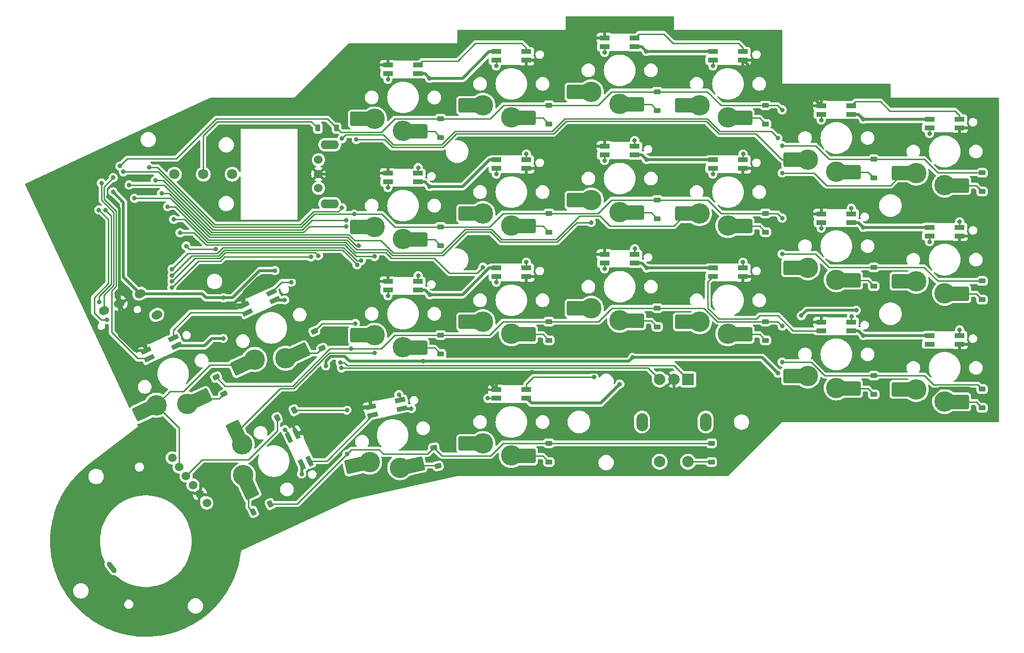
<source format=gbr>
%TF.GenerationSoftware,KiCad,Pcbnew,7.0.5*%
%TF.CreationDate,2024-03-19T12:28:54+08:00*%
%TF.ProjectId,Prime52right,5072696d-6535-4327-9269-6768742e6b69,rev?*%
%TF.SameCoordinates,Original*%
%TF.FileFunction,Copper,L2,Bot*%
%TF.FilePolarity,Positive*%
%FSLAX46Y46*%
G04 Gerber Fmt 4.6, Leading zero omitted, Abs format (unit mm)*
G04 Created by KiCad (PCBNEW 7.0.5) date 2024-03-19 12:28:54*
%MOMM*%
%LPD*%
G01*
G04 APERTURE LIST*
G04 Aperture macros list*
%AMRoundRect*
0 Rectangle with rounded corners*
0 $1 Rounding radius*
0 $2 $3 $4 $5 $6 $7 $8 $9 X,Y pos of 4 corners*
0 Add a 4 corners polygon primitive as box body*
4,1,4,$2,$3,$4,$5,$6,$7,$8,$9,$2,$3,0*
0 Add four circle primitives for the rounded corners*
1,1,$1+$1,$2,$3*
1,1,$1+$1,$4,$5*
1,1,$1+$1,$6,$7*
1,1,$1+$1,$8,$9*
0 Add four rect primitives between the rounded corners*
20,1,$1+$1,$2,$3,$4,$5,0*
20,1,$1+$1,$4,$5,$6,$7,0*
20,1,$1+$1,$6,$7,$8,$9,0*
20,1,$1+$1,$8,$9,$2,$3,0*%
%AMHorizOval*
0 Thick line with rounded ends*
0 $1 width*
0 $2 $3 position (X,Y) of the first rounded end (center of the circle)*
0 $4 $5 position (X,Y) of the second rounded end (center of the circle)*
0 Add line between two ends*
20,1,$1,$2,$3,$4,$5,0*
0 Add two circle primitives to create the rounded ends*
1,1,$1,$2,$3*
1,1,$1,$4,$5*%
%AMRotRect*
0 Rectangle, with rotation*
0 The origin of the aperture is its center*
0 $1 length*
0 $2 width*
0 $3 Rotation angle, in degrees counterclockwise*
0 Add horizontal line*
21,1,$1,$2,0,0,$3*%
G04 Aperture macros list end*
%TA.AperFunction,SMDPad,CuDef*%
%ADD10RoundRect,0.250000X1.675000X1.000000X-1.675000X1.000000X-1.675000X-1.000000X1.675000X-1.000000X0*%
%TD*%
%TA.AperFunction,ComponentPad*%
%ADD11C,3.600000*%
%TD*%
%TA.AperFunction,WasherPad*%
%ADD12O,3.200000X1.600000*%
%TD*%
%TA.AperFunction,ComponentPad*%
%ADD13C,1.524000*%
%TD*%
%TA.AperFunction,SMDPad,CuDef*%
%ADD14RoundRect,0.250000X1.095447X1.614193X-1.940684X0.198422X-1.095447X-1.614193X1.940684X-0.198422X0*%
%TD*%
%TA.AperFunction,SMDPad,CuDef*%
%ADD15RoundRect,0.250000X1.418856X1.338832X-1.851735X0.613760X-1.418856X-1.338832X1.851735X-0.613760X0*%
%TD*%
%TA.AperFunction,WasherPad*%
%ADD16O,2.000000X3.200000*%
%TD*%
%TA.AperFunction,ComponentPad*%
%ADD17R,2.000000X2.000000*%
%TD*%
%TA.AperFunction,ComponentPad*%
%ADD18C,2.000000*%
%TD*%
%TA.AperFunction,SMDPad,CuDef*%
%ADD19RoundRect,0.250000X1.614193X-1.095447X0.198422X1.940684X-1.614193X1.095447X-0.198422X-1.940684X0*%
%TD*%
%TA.AperFunction,WasherPad*%
%ADD20HorizOval,0.900000X-0.426133X0.555347X0.426133X-0.555347X0*%
%TD*%
%TA.AperFunction,ComponentPad*%
%ADD21C,1.500000*%
%TD*%
%TA.AperFunction,ComponentPad*%
%ADD22C,1.800000*%
%TD*%
%TA.AperFunction,ComponentPad*%
%ADD23HorizOval,1.500000X0.181262X0.084524X-0.181262X-0.084524X0*%
%TD*%
%TA.AperFunction,ComponentPad*%
%ADD24HorizOval,1.500000X0.135946X0.063393X-0.135946X-0.063393X0*%
%TD*%
%TA.AperFunction,SMDPad,CuDef*%
%ADD25RoundRect,0.225000X-0.375000X0.225000X-0.375000X-0.225000X0.375000X-0.225000X0.375000X0.225000X0*%
%TD*%
%TA.AperFunction,SMDPad,CuDef*%
%ADD26RoundRect,0.225000X-0.434955X0.045437X-0.244776X-0.362401X0.434955X-0.045437X0.244776X0.362401X0*%
%TD*%
%TA.AperFunction,SMDPad,CuDef*%
%ADD27R,1.800000X0.820000*%
%TD*%
%TA.AperFunction,SMDPad,CuDef*%
%ADD28RoundRect,0.225000X0.225000X0.375000X-0.225000X0.375000X-0.225000X-0.375000X0.225000X-0.375000X0*%
%TD*%
%TA.AperFunction,SMDPad,CuDef*%
%ADD29RotRect,1.800000X0.820000X205.000000*%
%TD*%
%TA.AperFunction,SMDPad,CuDef*%
%ADD30RotRect,1.800000X0.820000X115.000000*%
%TD*%
%TA.AperFunction,SMDPad,CuDef*%
%ADD31RoundRect,0.225000X0.045437X0.434955X-0.362401X0.244776X-0.045437X-0.434955X0.362401X-0.244776X0*%
%TD*%
%TA.AperFunction,SMDPad,CuDef*%
%ADD32RotRect,1.800000X0.820000X192.500000*%
%TD*%
%TA.AperFunction,SMDPad,CuDef*%
%ADD33RoundRect,0.225000X-0.414810X0.138502X-0.317412X-0.300831X0.414810X-0.138502X0.317412X0.300831X0*%
%TD*%
%TA.AperFunction,ViaPad*%
%ADD34C,0.800000*%
%TD*%
%TA.AperFunction,Conductor*%
%ADD35C,0.500000*%
%TD*%
%TA.AperFunction,Conductor*%
%ADD36C,0.250000*%
%TD*%
G04 APERTURE END LIST*
D10*
%TO.P,K43,1,1*%
%TO.N,Net-(D43-Pad2)*%
X337833000Y-102039000D03*
D11*
X335483000Y-101939000D03*
%TO.P,K43,2,2*%
%TO.N,col2x*%
X330483000Y-99839000D03*
D10*
X328133000Y-99839000D03*
%TD*%
%TO.P,K47,1,1*%
%TO.N,Net-(D47-Pad2)*%
X356883000Y-111564000D03*
D11*
X354533000Y-111464000D03*
%TO.P,K47,2,2*%
%TO.N,col1x*%
X349533000Y-109364000D03*
D10*
X347183000Y-109364000D03*
%TD*%
%TO.P,K35,1,1*%
%TO.N,Net-(D35-Pad2)*%
X299733000Y-82989000D03*
D11*
X297383000Y-82889000D03*
%TO.P,K35,2,2*%
%TO.N,col4x*%
X292383000Y-80789000D03*
D10*
X290033000Y-80789000D03*
%TD*%
%TO.P,K46,1,1*%
%TO.N,Net-(D46-Pad2)*%
X356883000Y-92514000D03*
D11*
X354533000Y-92414000D03*
%TO.P,K46,2,2*%
%TO.N,col1x*%
X349533000Y-90314000D03*
D10*
X347183000Y-90314000D03*
%TD*%
%TO.P,K52,1,1*%
%TO.N,Net-(D52-Pad2)*%
X375933000Y-132995000D03*
D11*
X373583000Y-132895000D03*
%TO.P,K52,2,2*%
%TO.N,col0x*%
X368583000Y-130795000D03*
D10*
X366233000Y-130795000D03*
%TD*%
%TO.P,K33,1,1*%
%TO.N,Net-(D33-Pad2)*%
X280683000Y-123470000D03*
D11*
X278333000Y-123370000D03*
%TO.P,K33,2,2*%
%TO.N,col5x*%
X273333000Y-121270000D03*
D10*
X270983000Y-121270000D03*
%TD*%
D12*
%TO.P,RE2,*%
%TO.N,*%
X265458000Y-98095000D03*
X265458000Y-87695000D03*
D13*
%TO.P,RE2,A,CLK*%
%TO.N,B3*%
X263458000Y-95355000D03*
%TO.P,RE2,B,DT*%
%TO.N,A3*%
X263458000Y-90355000D03*
%TO.P,RE2,C,GND*%
%TO.N,GND1*%
X263458000Y-92855000D03*
%TD*%
D14*
%TO.P,K28,1,1*%
%TO.N,Net-(D28-Pad2)*%
X259833226Y-124398294D03*
D11*
X257661141Y-125300816D03*
%TO.P,K28,2,2*%
%TO.N,col6x*%
X252242103Y-125510661D03*
D14*
X250112280Y-126503814D03*
%TD*%
D10*
%TO.P,K42,1,1*%
%TO.N,Net-(D42-Pad2)*%
X337833000Y-82989000D03*
D11*
X335483000Y-82889000D03*
%TO.P,K42,2,2*%
%TO.N,col2x*%
X330483000Y-80789000D03*
D10*
X328133000Y-80789000D03*
%TD*%
D15*
%TO.P,K38,1,1*%
%TO.N,Net-(D38-Pad2)*%
X280089933Y-144156143D03*
D11*
X277773994Y-144567146D03*
%TO.P,K38,2,2*%
%TO.N,col4x*%
X272437990Y-143599123D03*
D15*
X270143695Y-144107756D03*
%TD*%
D10*
%TO.P,K44,1,1*%
%TO.N,Net-(D44-Pad2)*%
X337833000Y-121089000D03*
D11*
X335483000Y-120989000D03*
%TO.P,K44,2,2*%
%TO.N,col2x*%
X330483000Y-118889000D03*
D10*
X328133000Y-118889000D03*
%TD*%
D16*
%TO.P,K49,*%
%TO.N,*%
X331558000Y-136520000D03*
X320358000Y-136520000D03*
D17*
%TO.P,K49,A,CLK*%
%TO.N,A4*%
X328458000Y-129020000D03*
D18*
%TO.P,K49,B,DT*%
%TO.N,B4*%
X323458000Y-129020000D03*
%TO.P,K49,C,GND*%
%TO.N,GND1*%
X325958000Y-129020000D03*
%TO.P,K49,S1,GND*%
%TO.N,col1x*%
X323458000Y-143520000D03*
%TO.P,K49,S2,SW*%
%TO.N,Net-(K49-SW)*%
X328458000Y-143520000D03*
%TD*%
D19*
%TO.P,K34,1,1*%
%TO.N,Net-(D34-Pad2)*%
X251149251Y-148067109D03*
D11*
X250246729Y-145895024D03*
%TO.P,K34,2,2*%
%TO.N,col5x*%
X250036884Y-140475986D03*
D19*
X249043731Y-138346163D03*
%TD*%
D10*
%TO.P,K31,1,1*%
%TO.N,Net-(D31-Pad2)*%
X280683000Y-85370000D03*
D11*
X278333000Y-85270000D03*
%TO.P,K31,2,2*%
%TO.N,col5x*%
X273333000Y-83170000D03*
D10*
X270983000Y-83170000D03*
%TD*%
D20*
%TO.P,K30,*%
%TO.N,*%
X227106182Y-162097149D03*
D21*
%TO.P,K30,1,X/AD1*%
%TO.N,X2*%
X237735152Y-142849097D03*
%TO.P,K30,2,GND*%
%TO.N,col6x*%
X238952674Y-144435803D03*
%TO.P,K30,3,SW*%
%TO.N,Net-(K30-SW)*%
X240170197Y-146022510D03*
%TO.P,K30,4,Y/AD2*%
%TO.N,Y2*%
X241387720Y-147609217D03*
%TO.P,K30,5,GND*%
%TO.N,GND1*%
X242605243Y-149195923D03*
%TO.P,K30,6,VCC*%
%TO.N,5V-R*%
X243822766Y-150782630D03*
%TD*%
D10*
%TO.P,K40,1,1*%
%TO.N,Net-(D40-Pad2)*%
X318783000Y-99658000D03*
D11*
X316433000Y-99558000D03*
%TO.P,K40,2,2*%
%TO.N,col3x*%
X311433000Y-97458000D03*
D10*
X309083000Y-97458000D03*
%TD*%
%TO.P,K36,1,1*%
%TO.N,Net-(D36-Pad2)*%
X299733000Y-102039000D03*
D11*
X297383000Y-101939000D03*
%TO.P,K36,2,2*%
%TO.N,col4x*%
X292383000Y-99839000D03*
D10*
X290033000Y-99839000D03*
%TD*%
%TO.P,K41,1,1*%
%TO.N,Net-(D41-Pad2)*%
X318783000Y-118708000D03*
D11*
X316433000Y-118608000D03*
%TO.P,K41,2,2*%
%TO.N,col3x*%
X311433000Y-116508000D03*
D10*
X309083000Y-116508000D03*
%TD*%
%TO.P,K48,1,1*%
%TO.N,Net-(D48-Pad2)*%
X356883000Y-130614000D03*
D11*
X354533000Y-130514000D03*
%TO.P,K48,2,2*%
%TO.N,col1x*%
X349533000Y-128414000D03*
D10*
X347183000Y-128414000D03*
%TD*%
D14*
%TO.P,K29,1,1*%
%TO.N,Net-(D29-Pad2)*%
X242568478Y-132449294D03*
D11*
X240396393Y-133351816D03*
%TO.P,K29,2,2*%
%TO.N,col6x*%
X234977355Y-133561661D03*
D14*
X232847532Y-134554814D03*
%TD*%
D22*
%TO.P,K27,1,S1*%
%TO.N,col6x*%
X248288000Y-92895000D03*
%TO.P,K27,2,S2*%
%TO.N,Net-(K27-S2)*%
X243208000Y-92895000D03*
%TO.P,K27,3,X*%
%TO.N,unconnected-(K27-X-Pad3)*%
X238128000Y-92895000D03*
%TD*%
D23*
%TO.P,T2,1,T/VCC*%
%TO.N,5V-R*%
X232089225Y-113940975D03*
D24*
%TO.P,T2,2,R/SNL*%
%TO.N,Right_data*%
X225701568Y-116919588D03*
D23*
%TO.P,T2,3,R/GND*%
%TO.N,GND1*%
X228463994Y-115631448D03*
%TO.P,T2,4,S/No*%
%TO.N,unconnected-(T2-S{slash}No-Pad4)*%
X235030208Y-117645111D03*
%TD*%
D10*
%TO.P,K37,1,1*%
%TO.N,Net-(D37-Pad2)*%
X299733000Y-121089000D03*
D11*
X297383000Y-120989000D03*
%TO.P,K37,2,2*%
%TO.N,col4x*%
X292383000Y-118889000D03*
D10*
X290033000Y-118889000D03*
%TD*%
%TO.P,K51,1,1*%
%TO.N,Net-(D51-Pad2)*%
X375933000Y-113945000D03*
D11*
X373583000Y-113845000D03*
%TO.P,K51,2,2*%
%TO.N,col0x*%
X368583000Y-111745000D03*
D10*
X366233000Y-111745000D03*
%TD*%
%TO.P,K45,1,1*%
%TO.N,Net-(D45-Pad2)*%
X299733000Y-142520000D03*
D11*
X297383000Y-142420000D03*
%TO.P,K45,2,2*%
%TO.N,col2x*%
X292383000Y-140320000D03*
D10*
X290033000Y-140320000D03*
%TD*%
%TO.P,K32,1,1*%
%TO.N,Net-(D32-Pad2)*%
X280683000Y-104420000D03*
D11*
X278333000Y-104320000D03*
%TO.P,K32,2,2*%
%TO.N,col5x*%
X273333000Y-102220000D03*
D10*
X270983000Y-102220000D03*
%TD*%
%TO.P,K50,1,1*%
%TO.N,Net-(D50-Pad2)*%
X375933000Y-94895000D03*
D11*
X373583000Y-94795000D03*
%TO.P,K50,2,2*%
%TO.N,col0x*%
X368583000Y-92695000D03*
D10*
X366233000Y-92695000D03*
%TD*%
%TO.P,K39,1,1*%
%TO.N,Net-(D39-Pad2)*%
X318783000Y-80608000D03*
D11*
X316433000Y-80508000D03*
%TO.P,K39,2,2*%
%TO.N,col3x*%
X311433000Y-78408000D03*
D10*
X309083000Y-78408000D03*
%TD*%
D25*
%TO.P,D46,1*%
%TO.N,row0x*%
X361133000Y-90264000D03*
%TO.P,D46,2*%
%TO.N,Net-(D46-Pad2)*%
X361133000Y-93564000D03*
%TD*%
D26*
%TO.P,D28,1*%
%TO.N,row1x*%
X262733680Y-120562592D03*
%TO.P,D28,2*%
%TO.N,Net-(D28-Pad2)*%
X264128320Y-123553408D03*
%TD*%
D27*
%TO.P,L42,1,VDD*%
%TO.N,5V-R*%
X357183000Y-101384000D03*
%TO.P,L42,2,DOUT*%
%TO.N,Net-(L42-DOUT)*%
X357183000Y-99884000D03*
%TO.P,L42,3,VSS*%
%TO.N,GND1*%
X351883000Y-99884000D03*
%TO.P,L42,4,DIN*%
%TO.N,Net-(L41-DOUT)*%
X351883000Y-101384000D03*
%TD*%
D28*
%TO.P,D27,1*%
%TO.N,row0x*%
X266658000Y-84770000D03*
%TO.P,D27,2*%
%TO.N,Net-(K27-S2)*%
X263358000Y-84770000D03*
%TD*%
D27*
%TO.P,L31,1,VDD*%
%TO.N,5V-R*%
X294733000Y-71309000D03*
%TO.P,L31,2,DOUT*%
%TO.N,Net-(L31-DOUT)*%
X294733000Y-72809000D03*
%TO.P,L31,3,VSS*%
%TO.N,GND1*%
X300033000Y-72809000D03*
%TO.P,L31,4,DIN*%
%TO.N,Net-(L30-DOUT)*%
X300033000Y-71309000D03*
%TD*%
D25*
%TO.P,D52,1*%
%TO.N,row2x*%
X380183000Y-130745000D03*
%TO.P,D52,2*%
%TO.N,Net-(D52-Pad2)*%
X380183000Y-134045000D03*
%TD*%
D29*
%TO.P,L24,1,VDD*%
%TO.N,5V-R*%
X238537679Y-123096792D03*
%TO.P,L24,2,DOUT*%
%TO.N,Net-(L24-DOUT)*%
X237903752Y-121737331D03*
%TO.P,L24,3,VSS*%
%TO.N,GND1*%
X233100321Y-123977208D03*
%TO.P,L24,4,DIN*%
%TO.N,RGB-R*%
X233734248Y-125336669D03*
%TD*%
D27*
%TO.P,L44,1,VDD*%
%TO.N,5V-R*%
X370933000Y-83215000D03*
%TO.P,L44,2,DOUT*%
%TO.N,Net-(L44-DOUT)*%
X370933000Y-84715000D03*
%TO.P,L44,3,VSS*%
%TO.N,GND1*%
X376233000Y-84715000D03*
%TO.P,L44,4,DIN*%
%TO.N,Net-(L43-DOUT)*%
X376233000Y-83215000D03*
%TD*%
%TO.P,L34,1,VDD*%
%TO.N,5V-R*%
X300033000Y-132340000D03*
%TO.P,L34,2,DOUT*%
%TO.N,Net-(L34-DOUT)*%
X300033000Y-130840000D03*
%TO.P,L34,3,VSS*%
%TO.N,GND1*%
X294733000Y-130840000D03*
%TO.P,L34,4,DIN*%
%TO.N,Net-(L33-DOUT)*%
X294733000Y-132340000D03*
%TD*%
D25*
%TO.P,D49,1*%
%TO.N,row3x*%
X332558000Y-140270000D03*
%TO.P,D49,2*%
%TO.N,Net-(K49-SW)*%
X332558000Y-143570000D03*
%TD*%
D27*
%TO.P,L43,1,VDD*%
%TO.N,5V-R*%
X357183000Y-82334000D03*
%TO.P,L43,2,DOUT*%
%TO.N,Net-(L43-DOUT)*%
X357183000Y-80834000D03*
%TO.P,L43,3,VSS*%
%TO.N,GND1*%
X351883000Y-80834000D03*
%TO.P,L43,4,DIN*%
%TO.N,Net-(L42-DOUT)*%
X351883000Y-82334000D03*
%TD*%
%TO.P,L41,1,VDD*%
%TO.N,5V-R*%
X357183000Y-120434000D03*
%TO.P,L41,2,DOUT*%
%TO.N,Net-(L41-DOUT)*%
X357183000Y-118934000D03*
%TO.P,L41,3,VSS*%
%TO.N,GND1*%
X351883000Y-118934000D03*
%TO.P,L41,4,DIN*%
%TO.N,Net-(L40-DOUT)*%
X351883000Y-120434000D03*
%TD*%
D30*
%TO.P,L26,1,VDD*%
%TO.N,5V-R*%
X260502098Y-144035831D03*
%TO.P,L26,2,DOUT*%
%TO.N,Net-(L26-DOUT)*%
X261861559Y-143401904D03*
%TO.P,L26,3,VSS*%
%TO.N,GND1*%
X259621682Y-138598473D03*
%TO.P,L26,4,DIN*%
%TO.N,Net-(L25-DOUT)*%
X258262221Y-139232400D03*
%TD*%
D27*
%TO.P,L39,1,VDD*%
%TO.N,5V-R*%
X332833000Y-90359000D03*
%TO.P,L39,2,DOUT*%
%TO.N,Net-(L39-DOUT)*%
X332833000Y-91859000D03*
%TO.P,L39,3,VSS*%
%TO.N,GND1*%
X338133000Y-91859000D03*
%TO.P,L39,4,DIN*%
%TO.N,Net-(L38-DOUT)*%
X338133000Y-90359000D03*
%TD*%
D25*
%TO.P,D40,1*%
%TO.N,row1x*%
X323033000Y-97408000D03*
%TO.P,D40,2*%
%TO.N,Net-(D40-Pad2)*%
X323033000Y-100708000D03*
%TD*%
D26*
%TO.P,D29,1*%
%TO.N,row2x*%
X245469680Y-128613592D03*
%TO.P,D29,2*%
%TO.N,Net-(D29-Pad2)*%
X246864320Y-131604408D03*
%TD*%
D25*
%TO.P,D45,1*%
%TO.N,row3x*%
X303983000Y-140270000D03*
%TO.P,D45,2*%
%TO.N,Net-(D45-Pad2)*%
X303983000Y-143570000D03*
%TD*%
%TO.P,D44,1*%
%TO.N,row2x*%
X342083000Y-118839000D03*
%TO.P,D44,2*%
%TO.N,Net-(D44-Pad2)*%
X342083000Y-122139000D03*
%TD*%
D31*
%TO.P,D30,1*%
%TO.N,row3x*%
X259194408Y-134440680D03*
%TO.P,D30,2*%
%TO.N,Net-(K30-SW)*%
X256203592Y-135835320D03*
%TD*%
D25*
%TO.P,D39,1*%
%TO.N,row0x*%
X323033000Y-78358000D03*
%TO.P,D39,2*%
%TO.N,Net-(D39-Pad2)*%
X323033000Y-81658000D03*
%TD*%
%TO.P,D42,1*%
%TO.N,row0x*%
X342083000Y-80739000D03*
%TO.P,D42,2*%
%TO.N,Net-(D42-Pad2)*%
X342083000Y-84039000D03*
%TD*%
%TO.P,D33,1*%
%TO.N,row2x*%
X284933000Y-121220000D03*
%TO.P,D33,2*%
%TO.N,Net-(D33-Pad2)*%
X284933000Y-124520000D03*
%TD*%
D27*
%TO.P,L33,1,VDD*%
%TO.N,5V-R*%
X294733000Y-109409000D03*
%TO.P,L33,2,DOUT*%
%TO.N,Net-(L33-DOUT)*%
X294733000Y-110909000D03*
%TO.P,L33,3,VSS*%
%TO.N,GND1*%
X300033000Y-110909000D03*
%TO.P,L33,4,DIN*%
%TO.N,Net-(L32-DOUT)*%
X300033000Y-109409000D03*
%TD*%
%TO.P,L32,1,VDD*%
%TO.N,5V-R*%
X294733000Y-90359000D03*
%TO.P,L32,2,DOUT*%
%TO.N,Net-(L32-DOUT)*%
X294733000Y-91859000D03*
%TO.P,L32,3,VSS*%
%TO.N,GND1*%
X300033000Y-91859000D03*
%TO.P,L32,4,DIN*%
%TO.N,Net-(L31-DOUT)*%
X300033000Y-90359000D03*
%TD*%
D25*
%TO.P,D41,1*%
%TO.N,row2x*%
X323033000Y-116458000D03*
%TO.P,D41,2*%
%TO.N,Net-(D41-Pad2)*%
X323033000Y-119758000D03*
%TD*%
D27*
%TO.P,L30,1,VDD*%
%TO.N,5V-R*%
X280983000Y-75190000D03*
%TO.P,L30,2,DOUT*%
%TO.N,Net-(L30-DOUT)*%
X280983000Y-73690000D03*
%TO.P,L30,3,VSS*%
%TO.N,GND1*%
X275683000Y-73690000D03*
%TO.P,L30,4,DIN*%
%TO.N,Net-(L29-DOUT)*%
X275683000Y-75190000D03*
%TD*%
D25*
%TO.P,D36,1*%
%TO.N,row1x*%
X303983000Y-99789000D03*
%TO.P,D36,2*%
%TO.N,Net-(D36-Pad2)*%
X303983000Y-103089000D03*
%TD*%
%TO.P,D43,1*%
%TO.N,row1x*%
X342083000Y-99789000D03*
%TO.P,D43,2*%
%TO.N,Net-(D43-Pad2)*%
X342083000Y-103089000D03*
%TD*%
D27*
%TO.P,L45,1,VDD*%
%TO.N,5V-R*%
X370933000Y-102265000D03*
%TO.P,L45,2,DOUT*%
%TO.N,Net-(L45-DOUT)*%
X370933000Y-103765000D03*
%TO.P,L45,3,VSS*%
%TO.N,GND1*%
X376233000Y-103765000D03*
%TO.P,L45,4,DIN*%
%TO.N,Net-(L44-DOUT)*%
X376233000Y-102265000D03*
%TD*%
D32*
%TO.P,L27,1,VDD*%
%TO.N,5V-R*%
X278179514Y-134152657D03*
%TO.P,L27,2,DOUT*%
%TO.N,Net-(L27-DOUT)*%
X277854855Y-132688213D03*
%TO.P,L27,3,VSS*%
%TO.N,GND1*%
X272680486Y-133835343D03*
%TO.P,L27,4,DIN*%
%TO.N,Net-(L26-DOUT)*%
X273005145Y-135299787D03*
%TD*%
D27*
%TO.P,L36,1,VDD*%
%TO.N,5V-R*%
X319083000Y-89478000D03*
%TO.P,L36,2,DOUT*%
%TO.N,Net-(L36-DOUT)*%
X319083000Y-87978000D03*
%TO.P,L36,3,VSS*%
%TO.N,GND1*%
X313783000Y-87978000D03*
%TO.P,L36,4,DIN*%
%TO.N,Net-(L35-DOUT)*%
X313783000Y-89478000D03*
%TD*%
%TO.P,L46,1,VDD*%
%TO.N,5V-R*%
X370933000Y-121315000D03*
%TO.P,L46,2,DOUT*%
%TO.N,unconnected-(L46-DOUT-Pad2)*%
X370933000Y-122815000D03*
%TO.P,L46,3,VSS*%
%TO.N,GND1*%
X376233000Y-122815000D03*
%TO.P,L46,4,DIN*%
%TO.N,Net-(L45-DOUT)*%
X376233000Y-121315000D03*
%TD*%
D25*
%TO.P,D31,1*%
%TO.N,row0x*%
X284933000Y-83120000D03*
%TO.P,D31,2*%
%TO.N,Net-(D31-Pad2)*%
X284933000Y-86420000D03*
%TD*%
%TO.P,D37,1*%
%TO.N,row2x*%
X303983000Y-118839000D03*
%TO.P,D37,2*%
%TO.N,Net-(D37-Pad2)*%
X303983000Y-122139000D03*
%TD*%
%TO.P,D51,1*%
%TO.N,row1x*%
X380183000Y-111695000D03*
%TO.P,D51,2*%
%TO.N,Net-(D51-Pad2)*%
X380183000Y-114995000D03*
%TD*%
D27*
%TO.P,L29,1,VDD*%
%TO.N,5V-R*%
X280983000Y-94240000D03*
%TO.P,L29,2,DOUT*%
%TO.N,Net-(L29-DOUT)*%
X280983000Y-92740000D03*
%TO.P,L29,3,VSS*%
%TO.N,GND1*%
X275683000Y-92740000D03*
%TO.P,L29,4,DIN*%
%TO.N,Net-(L28-DOUT)*%
X275683000Y-94240000D03*
%TD*%
%TO.P,L35,1,VDD*%
%TO.N,5V-R*%
X319083000Y-108528000D03*
%TO.P,L35,2,DOUT*%
%TO.N,Net-(L35-DOUT)*%
X319083000Y-107028000D03*
%TO.P,L35,3,VSS*%
%TO.N,GND1*%
X313783000Y-107028000D03*
%TO.P,L35,4,DIN*%
%TO.N,Net-(L34-DOUT)*%
X313783000Y-108528000D03*
%TD*%
D25*
%TO.P,D35,1*%
%TO.N,row0x*%
X303983000Y-80739000D03*
%TO.P,D35,2*%
%TO.N,Net-(D35-Pad2)*%
X303983000Y-84039000D03*
%TD*%
D31*
%TO.P,D34,1*%
%TO.N,row3x*%
X254984816Y-150968360D03*
%TO.P,D34,2*%
%TO.N,Net-(D34-Pad2)*%
X251994000Y-152363000D03*
%TD*%
D27*
%TO.P,L28,1,VDD*%
%TO.N,5V-R*%
X280983000Y-113290000D03*
%TO.P,L28,2,DOUT*%
%TO.N,Net-(L28-DOUT)*%
X280983000Y-111790000D03*
%TO.P,L28,3,VSS*%
%TO.N,GND1*%
X275683000Y-111790000D03*
%TO.P,L28,4,DIN*%
%TO.N,Net-(L27-DOUT)*%
X275683000Y-113290000D03*
%TD*%
%TO.P,L40,1,VDD*%
%TO.N,5V-R*%
X332833000Y-109409000D03*
%TO.P,L40,2,DOUT*%
%TO.N,Net-(L40-DOUT)*%
X332833000Y-110909000D03*
%TO.P,L40,3,VSS*%
%TO.N,GND1*%
X338133000Y-110909000D03*
%TO.P,L40,4,DIN*%
%TO.N,Net-(L39-DOUT)*%
X338133000Y-109409000D03*
%TD*%
D29*
%TO.P,L25,1,VDD*%
%TO.N,5V-R*%
X255802679Y-115045792D03*
%TO.P,L25,2,DOUT*%
%TO.N,Net-(L25-DOUT)*%
X255168752Y-113686331D03*
%TO.P,L25,3,VSS*%
%TO.N,GND1*%
X250365321Y-115926208D03*
%TO.P,L25,4,DIN*%
%TO.N,Net-(L24-DOUT)*%
X250999248Y-117285669D03*
%TD*%
D25*
%TO.P,D47,1*%
%TO.N,row1x*%
X361133000Y-109314000D03*
%TO.P,D47,2*%
%TO.N,Net-(D47-Pad2)*%
X361133000Y-112614000D03*
%TD*%
D27*
%TO.P,L38,1,VDD*%
%TO.N,5V-R*%
X332833000Y-71309000D03*
%TO.P,L38,2,DOUT*%
%TO.N,Net-(L38-DOUT)*%
X332833000Y-72809000D03*
%TO.P,L38,3,VSS*%
%TO.N,GND1*%
X338133000Y-72809000D03*
%TO.P,L38,4,DIN*%
%TO.N,Net-(L37-DOUT)*%
X338133000Y-71309000D03*
%TD*%
%TO.P,L37,1,VDD*%
%TO.N,5V-R*%
X319083000Y-70428000D03*
%TO.P,L37,2,DOUT*%
%TO.N,Net-(L37-DOUT)*%
X319083000Y-68928000D03*
%TO.P,L37,3,VSS*%
%TO.N,GND1*%
X313783000Y-68928000D03*
%TO.P,L37,4,DIN*%
%TO.N,Net-(L36-DOUT)*%
X313783000Y-70428000D03*
%TD*%
D25*
%TO.P,D32,1*%
%TO.N,row1x*%
X284933000Y-102170000D03*
%TO.P,D32,2*%
%TO.N,Net-(D32-Pad2)*%
X284933000Y-105470000D03*
%TD*%
%TO.P,D50,1*%
%TO.N,row0x*%
X380183000Y-92645000D03*
%TO.P,D50,2*%
%TO.N,Net-(D50-Pad2)*%
X380183000Y-95945000D03*
%TD*%
%TO.P,D48,1*%
%TO.N,row2x*%
X361133000Y-128364000D03*
%TO.P,D48,2*%
%TO.N,Net-(D48-Pad2)*%
X361133000Y-131664000D03*
%TD*%
D33*
%TO.P,D38,1*%
%TO.N,row3x*%
X283751875Y-141039112D03*
%TO.P,D38,2*%
%TO.N,Net-(D38-Pad2)*%
X284466125Y-144260888D03*
%TD*%
D34*
%TO.N,5V-R*%
X281890000Y-125830000D03*
X246730000Y-121808414D03*
X283010000Y-95060000D03*
X359270000Y-102265000D03*
X359280000Y-83215000D03*
X316440000Y-129860000D03*
X264760000Y-126650000D03*
X321169000Y-109409000D03*
X321120000Y-90300000D03*
X321110000Y-71250000D03*
X227320000Y-95990000D03*
X255810000Y-109860000D03*
X318720000Y-125170000D03*
X358040000Y-116850000D03*
X348380000Y-117800000D03*
X257520000Y-115040000D03*
X279800000Y-134150000D03*
X246775500Y-114650000D03*
X344260000Y-127930000D03*
X260502098Y-145672098D03*
X283020000Y-114120000D03*
X359270000Y-121310000D03*
X283010000Y-76010000D03*
%TO.N,Right_data*%
X225290000Y-94447331D03*
%TO.N,GND1*%
X302380000Y-111720000D03*
X319300000Y-130820000D03*
X339000000Y-79760000D03*
X302050000Y-73630000D03*
X268890000Y-94390000D03*
X265711527Y-138598473D03*
X245843792Y-115926208D03*
X378580000Y-123630000D03*
X340490000Y-111730000D03*
X378590000Y-104590000D03*
X378810000Y-131490000D03*
X226470000Y-96850000D03*
X340480000Y-92680000D03*
X302380000Y-92680000D03*
X377080000Y-86680000D03*
X301040000Y-127734500D03*
X273580000Y-73690000D03*
X335480000Y-133660000D03*
X269515500Y-111800000D03*
%TO.N,X2*%
X224850000Y-99180000D03*
X226280000Y-118520000D03*
%TO.N,Y2*%
X224867705Y-115357705D03*
X225970000Y-99210000D03*
%TO.N,col5x*%
X239110000Y-103200000D03*
X273333000Y-107370000D03*
X273317500Y-124360000D03*
%TO.N,col4x*%
X238000000Y-100840000D03*
X292383000Y-109260000D03*
%TO.N,col3x*%
X236950000Y-98610000D03*
X311433000Y-101400000D03*
%TO.N,col2x*%
X235870000Y-96280000D03*
%TO.N,RGB-R*%
X227370000Y-93500000D03*
%TO.N,A4*%
X267300000Y-126020000D03*
X237700000Y-110700000D03*
X270240000Y-108860000D03*
%TO.N,B4*%
X237710000Y-109610000D03*
X267490000Y-127010000D03*
X270983500Y-108110000D03*
%TO.N,A3*%
X262150000Y-107470000D03*
X237680000Y-112830000D03*
%TO.N,B3*%
X237682300Y-111742300D03*
X263450000Y-107240000D03*
%TO.N,row1x*%
X345010000Y-100640000D03*
X345010000Y-106950000D03*
X269940000Y-119160000D03*
X229160000Y-92470000D03*
X269730000Y-99910000D03*
%TO.N,row2x*%
X230150000Y-94790000D03*
X269210000Y-123620000D03*
X345000000Y-125970000D03*
X268330000Y-102060000D03*
X345020000Y-119630000D03*
%TO.N,row3x*%
X268480000Y-134450000D03*
X270570000Y-105460000D03*
X268480000Y-142180000D03*
X231110000Y-97140000D03*
%TO.N,col6x*%
X240190000Y-105540000D03*
X245370000Y-106090000D03*
%TO.N,col0x*%
X344270000Y-86530000D03*
X233730000Y-91700000D03*
X267600000Y-86640000D03*
X345020000Y-92660000D03*
X267600000Y-98800000D03*
%TO.N,col1x*%
X270110000Y-86790000D03*
X234780000Y-93970000D03*
X268340000Y-100990000D03*
%TO.N,row0x*%
X345010000Y-87870000D03*
X228540000Y-91460000D03*
X345010000Y-81580000D03*
%TO.N,Net-(L25-DOUT)*%
X257580000Y-137890000D03*
X258690000Y-111890000D03*
%TO.N,Net-(L27-DOUT)*%
X277620000Y-131700000D03*
X275680000Y-114300000D03*
%TO.N,Net-(L28-DOUT)*%
X275690000Y-95250000D03*
X280990000Y-110770000D03*
%TO.N,Net-(L29-DOUT)*%
X280990000Y-91730000D03*
X275690000Y-76200000D03*
%TO.N,Net-(L31-DOUT)*%
X300030000Y-89340000D03*
X294730000Y-73830000D03*
%TO.N,Net-(L32-DOUT)*%
X294730000Y-92870000D03*
X300030000Y-108390000D03*
%TO.N,Net-(L33-DOUT)*%
X294730000Y-111920000D03*
X293230000Y-132350000D03*
%TO.N,Net-(L34-DOUT)*%
X313780000Y-109550000D03*
X311920000Y-128625500D03*
%TO.N,Net-(L35-DOUT)*%
X319090000Y-106010000D03*
X313780000Y-90490000D03*
%TO.N,Net-(L36-DOUT)*%
X313780000Y-71450000D03*
X319080000Y-86960000D03*
%TO.N,Net-(L38-DOUT)*%
X338140000Y-89350000D03*
X332830000Y-73830000D03*
%TO.N,Net-(L39-DOUT)*%
X338120000Y-108390000D03*
X332830000Y-92880000D03*
%TO.N,Net-(L41-DOUT)*%
X357190000Y-117920000D03*
X351880000Y-102400000D03*
%TO.N,Net-(L42-DOUT)*%
X357180000Y-98870000D03*
X351880000Y-83350000D03*
%TO.N,Net-(L44-DOUT)*%
X376230000Y-101260000D03*
X370930000Y-85730000D03*
%TO.N,Net-(L45-DOUT)*%
X370930000Y-104780000D03*
X376230000Y-120300000D03*
%TD*%
D35*
%TO.N,5V-R*%
X359270000Y-102265000D02*
X370933000Y-102265000D01*
X246730000Y-121808414D02*
X244708814Y-121808414D01*
X288790000Y-114120000D02*
X293501000Y-109409000D01*
X246775500Y-114650000D02*
X243690000Y-114650000D01*
X320288000Y-108528000D02*
X319083000Y-108528000D01*
X359275000Y-121315000D02*
X370933000Y-121315000D01*
X283020000Y-114120000D02*
X282190000Y-113290000D01*
X321110000Y-71250000D02*
X321169000Y-71309000D01*
X264760000Y-125835000D02*
X264760000Y-126650000D01*
X321169000Y-71309000D02*
X332833000Y-71309000D01*
X243690000Y-114650000D02*
X242980975Y-113940975D01*
X257520000Y-115040000D02*
X255808471Y-115040000D01*
X359270000Y-102265000D02*
X358389000Y-101384000D01*
X243420436Y-123096792D02*
X238537679Y-123096792D01*
X321179000Y-90359000D02*
X332833000Y-90359000D01*
X358040000Y-116850000D02*
X349330000Y-116850000D01*
X359270000Y-121310000D02*
X359275000Y-121315000D01*
X288830000Y-95060000D02*
X293531000Y-90359000D01*
X283010000Y-95060000D02*
X288830000Y-95060000D01*
X320288000Y-70428000D02*
X319083000Y-70428000D01*
X313100000Y-133200000D02*
X300893000Y-133200000D01*
X242980975Y-113940975D02*
X232089225Y-113940975D01*
X255808471Y-115040000D02*
X255802679Y-115045792D01*
X281890000Y-125830000D02*
X268960000Y-125830000D01*
X268960000Y-125830000D02*
X268065000Y-124935000D01*
X253110000Y-109860000D02*
X255810000Y-109860000D01*
X265660000Y-124935000D02*
X264760000Y-125835000D01*
X318060000Y-125830000D02*
X318720000Y-125170000D01*
X283020000Y-114120000D02*
X288790000Y-114120000D01*
X358389000Y-101384000D02*
X357183000Y-101384000D01*
X248320000Y-114650000D02*
X253110000Y-109860000D01*
X293511000Y-71309000D02*
X294733000Y-71309000D01*
X278179514Y-134152657D02*
X279797343Y-134152657D01*
X282190000Y-113290000D02*
X280983000Y-113290000D01*
X229163994Y-97833994D02*
X229163994Y-111015744D01*
X288810000Y-76010000D02*
X293511000Y-71309000D01*
X246775500Y-114650000D02*
X248320000Y-114650000D01*
X281890000Y-125830000D02*
X318060000Y-125830000D01*
X282190000Y-94240000D02*
X280983000Y-94240000D01*
X341500000Y-125170000D02*
X318720000Y-125170000D01*
X321169000Y-109409000D02*
X320288000Y-108528000D01*
X283010000Y-76010000D02*
X282190000Y-75190000D01*
X229163994Y-111015744D02*
X232089225Y-113940975D01*
X358399000Y-82334000D02*
X357183000Y-82334000D01*
X319083000Y-89478000D02*
X320298000Y-89478000D01*
X282190000Y-75190000D02*
X280983000Y-75190000D01*
X293531000Y-90359000D02*
X294733000Y-90359000D01*
X283010000Y-95060000D02*
X282190000Y-94240000D01*
X358394000Y-120434000D02*
X357183000Y-120434000D01*
X321120000Y-90300000D02*
X321179000Y-90359000D01*
X359280000Y-83215000D02*
X370933000Y-83215000D01*
X359280000Y-83215000D02*
X358399000Y-82334000D01*
X268065000Y-124935000D02*
X265660000Y-124935000D01*
X321110000Y-71250000D02*
X320288000Y-70428000D01*
X260502098Y-145672098D02*
X260502098Y-144035831D01*
X300893000Y-133200000D02*
X300033000Y-132340000D01*
X320298000Y-89478000D02*
X321120000Y-90300000D01*
X283010000Y-76010000D02*
X288810000Y-76010000D01*
X344260000Y-127930000D02*
X341500000Y-125170000D01*
X316440000Y-129860000D02*
X313100000Y-133200000D01*
X359270000Y-121310000D02*
X358394000Y-120434000D01*
X227320000Y-95990000D02*
X229163994Y-97833994D01*
X321169000Y-109409000D02*
X332833000Y-109409000D01*
X349330000Y-116850000D02*
X348380000Y-117800000D01*
X244708814Y-121808414D02*
X243420436Y-123096792D01*
X293501000Y-109409000D02*
X294733000Y-109409000D01*
X279797343Y-134152657D02*
X279800000Y-134150000D01*
D36*
%TO.N,Right_data*%
X227438994Y-112437402D02*
X225701568Y-114174828D01*
X227438994Y-99615390D02*
X227438994Y-112437402D01*
X225701568Y-114174828D02*
X225701568Y-116919588D01*
X225295000Y-94452331D02*
X225295000Y-97471396D01*
X225295000Y-97471396D02*
X227438994Y-99615390D01*
X225290000Y-94447331D02*
X225295000Y-94452331D01*
D35*
%TO.N,GND1*%
X245843792Y-115926208D02*
X234683792Y-115926208D01*
X347694000Y-118934000D02*
X351883000Y-118934000D01*
X325958000Y-129020000D02*
X325958000Y-130434213D01*
X302380000Y-111720000D02*
X301569000Y-110909000D01*
X291627500Y-127734500D02*
X294733000Y-130840000D01*
X272680486Y-129819514D02*
X274765500Y-127734500D01*
X347684000Y-99884000D02*
X351883000Y-99884000D01*
X233100321Y-117509679D02*
X233100321Y-123977208D01*
X269525500Y-111790000D02*
X275683000Y-111790000D01*
X378580000Y-123630000D02*
X377765000Y-122815000D01*
X339000000Y-79760000D02*
X339010000Y-79770000D01*
X249971529Y-116320000D02*
X250365321Y-115926208D01*
X226470000Y-96850000D02*
X228463994Y-98843994D01*
X339010000Y-79770000D02*
X350819000Y-79770000D01*
X302050000Y-73630000D02*
X301232000Y-72812000D01*
X301040000Y-127734500D02*
X301081500Y-127776000D01*
X231147208Y-123977208D02*
X233100321Y-123977208D01*
X312252000Y-68928000D02*
X313783000Y-68928000D01*
X372751019Y-130545000D02*
X375690000Y-130545000D01*
X267355000Y-92855000D02*
X263458000Y-92855000D01*
X377080000Y-86680000D02*
X376233000Y-85833000D01*
X375690000Y-130545000D02*
X377865000Y-130545000D01*
X329183787Y-133660000D02*
X335480000Y-133660000D01*
X302050000Y-73630000D02*
X307550000Y-73630000D01*
X228463994Y-115631448D02*
X228463994Y-121293994D01*
X340490000Y-111730000D02*
X347694000Y-118934000D01*
X302380000Y-111720000D02*
X307560000Y-111720000D01*
X265711527Y-138598473D02*
X270474657Y-133835343D01*
X250365321Y-115926208D02*
X250365321Y-113604679D01*
X274765500Y-127734500D02*
X301040000Y-127734500D01*
X270474657Y-133835343D02*
X272680486Y-133835343D01*
X234683792Y-115926208D02*
X233100321Y-117509679D01*
X377765000Y-122815000D02*
X376233000Y-122815000D01*
X339000000Y-73676000D02*
X338133000Y-72809000D01*
X340480000Y-92680000D02*
X347684000Y-99884000D01*
X376233000Y-85833000D02*
X376233000Y-84715000D01*
X228463994Y-121293994D02*
X231147208Y-123977208D01*
X369636019Y-133660000D02*
X372751019Y-130545000D01*
X339000000Y-79760000D02*
X339000000Y-73676000D01*
X301081500Y-127776000D02*
X316256000Y-127776000D01*
X301232000Y-72812000D02*
X300030000Y-72812000D01*
X250365321Y-113604679D02*
X252930000Y-111040000D01*
X268890000Y-94390000D02*
X270540000Y-92740000D01*
X335480000Y-133660000D02*
X369636019Y-133660000D01*
X307540000Y-92680000D02*
X312242000Y-87978000D01*
X302380000Y-92680000D02*
X301559000Y-91859000D01*
X378590000Y-104590000D02*
X377765000Y-103765000D01*
X307560000Y-111720000D02*
X312252000Y-107028000D01*
X270540000Y-92740000D02*
X275683000Y-92740000D01*
X377765000Y-103765000D02*
X376233000Y-103765000D01*
X325958000Y-130434213D02*
X329183787Y-133660000D01*
X302380000Y-92680000D02*
X307540000Y-92680000D01*
X273580000Y-73690000D02*
X275683000Y-73690000D01*
X312252000Y-107028000D02*
X313783000Y-107028000D01*
X307550000Y-73630000D02*
X312252000Y-68928000D01*
X301569000Y-110909000D02*
X300033000Y-110909000D01*
X312242000Y-87978000D02*
X313783000Y-87978000D01*
X269515500Y-111800000D02*
X269525500Y-111790000D01*
X350819000Y-79770000D02*
X351883000Y-80834000D01*
X268890000Y-94390000D02*
X267355000Y-92855000D01*
X316256000Y-127776000D02*
X319300000Y-130820000D01*
X259621682Y-138598473D02*
X265711527Y-138598473D01*
X245843792Y-115926208D02*
X250365321Y-115926208D01*
X340480000Y-92680000D02*
X339659000Y-91859000D01*
X340490000Y-111730000D02*
X339669000Y-110909000D01*
X272680486Y-133835343D02*
X272680486Y-129819514D01*
X301559000Y-91859000D02*
X300033000Y-91859000D01*
X228463994Y-98843994D02*
X228463994Y-115631448D01*
X252930000Y-111040000D02*
X268755500Y-111040000D01*
X339659000Y-91859000D02*
X338133000Y-91859000D01*
X268755500Y-111040000D02*
X269515500Y-111800000D01*
X377865000Y-130545000D02*
X378810000Y-131490000D01*
X339669000Y-110909000D02*
X338133000Y-110909000D01*
D36*
%TO.N,X2*%
X226538994Y-112064610D02*
X224010000Y-114593604D01*
X224850000Y-99180000D02*
X226538994Y-100868994D01*
X224010000Y-117300000D02*
X225230000Y-118520000D01*
X224010000Y-114593604D02*
X224010000Y-117300000D01*
X225230000Y-118520000D02*
X226280000Y-118520000D01*
X226538994Y-100868994D02*
X226538994Y-112064610D01*
%TO.N,Y2*%
X226988994Y-100228994D02*
X225970000Y-99210000D01*
X224867705Y-115357705D02*
X224867705Y-114372295D01*
X226988994Y-112251006D02*
X226988994Y-100228994D01*
X224867705Y-114372295D02*
X226988994Y-112251006D01*
%TO.N,col5x*%
X259076396Y-130620000D02*
X256769894Y-130620000D01*
X273317500Y-124360000D02*
X265336396Y-124360000D01*
X268049111Y-105350000D02*
X270069111Y-107370000D01*
X241578832Y-103200000D02*
X243728832Y-105350000D01*
X265336396Y-124360000D02*
X259076396Y-130620000D01*
X270069111Y-107370000D02*
X273333000Y-107370000D01*
X243728832Y-105350000D02*
X268049111Y-105350000D01*
X256769894Y-130620000D02*
X249043731Y-138346163D01*
X239110000Y-103200000D02*
X241578832Y-103200000D01*
%TO.N,col4x*%
X286460000Y-110300000D02*
X283830000Y-107670000D01*
X292383000Y-109260000D02*
X291343000Y-110300000D01*
X269970507Y-106635000D02*
X268235507Y-104900000D01*
X276267208Y-107670000D02*
X275232208Y-106635000D01*
X268235507Y-104900000D02*
X243915228Y-104900000D01*
X283830000Y-107670000D02*
X276267208Y-107670000D01*
X275232208Y-106635000D02*
X269970507Y-106635000D01*
X291343000Y-110300000D02*
X286460000Y-110300000D01*
X243915228Y-104900000D02*
X239855228Y-100840000D01*
X239855228Y-100840000D02*
X238000000Y-100840000D01*
%TO.N,col3x*%
X285316396Y-107220000D02*
X289466396Y-103070000D01*
X238251624Y-98600000D02*
X244101624Y-104450000D01*
X308846396Y-101400000D02*
X311433000Y-101400000D01*
X293733604Y-103070000D02*
X295503604Y-104840000D01*
X305406396Y-104840000D02*
X308846396Y-101400000D01*
X275418604Y-106185000D02*
X276453604Y-107220000D01*
X236950000Y-98610000D02*
X236960000Y-98600000D01*
X236960000Y-98600000D02*
X238251624Y-98600000D01*
X276453604Y-107220000D02*
X285316396Y-107220000D01*
X244101624Y-104450000D02*
X268421903Y-104450000D01*
X289466396Y-103070000D02*
X293733604Y-103070000D01*
X270156903Y-106185000D02*
X275418604Y-106185000D01*
X295503604Y-104840000D02*
X305406396Y-104840000D01*
X268421903Y-104450000D02*
X270156903Y-106185000D01*
%TO.N,col2x*%
X276640000Y-106770000D02*
X285130000Y-106770000D01*
X293920000Y-102620000D02*
X295690000Y-104390000D01*
X305220000Y-104390000D02*
X309371000Y-100239000D01*
X309371000Y-100239000D02*
X312969000Y-100239000D01*
X289280000Y-102620000D02*
X293920000Y-102620000D01*
X285130000Y-106770000D02*
X289280000Y-102620000D01*
X312969000Y-100239000D02*
X314720000Y-101990000D01*
X237204416Y-96280000D02*
X244474416Y-103550000D01*
X274440000Y-104570000D02*
X276640000Y-106770000D01*
X235870000Y-96280000D02*
X237204416Y-96280000D01*
X244474416Y-103550000D02*
X268794695Y-103550000D01*
X295690000Y-104390000D02*
X305220000Y-104390000D01*
X268794695Y-103550000D02*
X269814695Y-104570000D01*
X269814695Y-104570000D02*
X274440000Y-104570000D01*
X314720000Y-101990000D02*
X325982000Y-101990000D01*
X325982000Y-101990000D02*
X328133000Y-99839000D01*
%TO.N,RGB-R*%
X227888994Y-99428994D02*
X227888994Y-112623798D01*
X227090000Y-120733172D02*
X231693497Y-125336669D01*
X231693497Y-125336669D02*
X233734248Y-125336669D01*
X225745000Y-97285000D02*
X227888994Y-99428994D01*
X227370000Y-93500000D02*
X225745000Y-95125000D01*
X227090000Y-113422792D02*
X227090000Y-120733172D01*
X225745000Y-95125000D02*
X225745000Y-97285000D01*
X227888994Y-112623798D02*
X227090000Y-113422792D01*
%TO.N,A4*%
X268500000Y-126560000D02*
X325998000Y-126560000D01*
X241135000Y-107265000D02*
X245856701Y-107265000D01*
X245856701Y-107265000D02*
X246871701Y-106250000D01*
X325998000Y-126560000D02*
X328458000Y-129020000D01*
X267960000Y-126020000D02*
X268500000Y-126560000D01*
X267676319Y-106250000D02*
X270240000Y-108813681D01*
X270240000Y-108813681D02*
X270240000Y-108860000D01*
X267300000Y-126020000D02*
X267960000Y-126020000D01*
X246871701Y-106250000D02*
X267676319Y-106250000D01*
X237700000Y-110700000D02*
X241135000Y-107265000D01*
%TO.N,B4*%
X246685305Y-105800000D02*
X247760000Y-105800000D01*
X240505000Y-106815000D02*
X245670305Y-106815000D01*
X267490000Y-127010000D02*
X321448000Y-127010000D01*
X267862715Y-105800000D02*
X268921358Y-106858643D01*
X270172715Y-108110000D02*
X270983500Y-108110000D01*
X321448000Y-127010000D02*
X323458000Y-129020000D01*
X268921358Y-106858643D02*
X270172715Y-108110000D01*
X245670305Y-106815000D02*
X246685305Y-105800000D01*
X247760000Y-105800000D02*
X267862715Y-105800000D01*
X237710000Y-109610000D02*
X240505000Y-106815000D01*
%TO.N,A3*%
X262150000Y-107470000D02*
X246924493Y-107470000D01*
X246924493Y-107470000D02*
X246229493Y-108165000D01*
X242345000Y-108165000D02*
X237680000Y-112830000D01*
X246229493Y-108165000D02*
X242345000Y-108165000D01*
%TO.N,B3*%
X262910000Y-106700000D02*
X247058097Y-106700000D01*
X247058097Y-106700000D02*
X246043097Y-107715000D01*
X241710305Y-107715000D02*
X237683005Y-111742300D01*
X237683005Y-111742300D02*
X237682300Y-111742300D01*
X246043097Y-107715000D02*
X241710305Y-107715000D01*
X263450000Y-107240000D02*
X262910000Y-106700000D01*
%TO.N,row1x*%
X235303604Y-92470000D02*
X245033604Y-102200000D01*
X312631000Y-99789000D02*
X315012000Y-97408000D01*
X369964000Y-109314000D02*
X361133000Y-109314000D01*
X245033604Y-102200000D02*
X260456396Y-102200000D01*
X342083000Y-99789000D02*
X344159000Y-99789000D01*
X260456396Y-102200000D02*
X262746396Y-99910000D01*
X295901000Y-99789000D02*
X303983000Y-99789000D01*
X274590000Y-99910000D02*
X276850000Y-102170000D01*
X262733680Y-120562592D02*
X264136272Y-119160000D01*
X380183000Y-111695000D02*
X372345000Y-111695000D01*
X284933000Y-102170000D02*
X293520000Y-102170000D01*
X331878000Y-97408000D02*
X334259000Y-99789000D01*
X303983000Y-99789000D02*
X312631000Y-99789000D01*
X264136272Y-119160000D02*
X269940000Y-119160000D01*
X361133000Y-109314000D02*
X353284000Y-109314000D01*
X229160000Y-92470000D02*
X235303604Y-92470000D01*
X372345000Y-111695000D02*
X369964000Y-109314000D01*
X350920000Y-106950000D02*
X345010000Y-106950000D01*
X262746396Y-99910000D02*
X269730000Y-99910000D01*
X344159000Y-99789000D02*
X345010000Y-100640000D01*
X276850000Y-102170000D02*
X284933000Y-102170000D01*
X353284000Y-109314000D02*
X350920000Y-106950000D01*
X334259000Y-99789000D02*
X342083000Y-99789000D01*
X293520000Y-102170000D02*
X295901000Y-99789000D01*
X269730000Y-99910000D02*
X274590000Y-99910000D01*
X315012000Y-97408000D02*
X323033000Y-97408000D01*
X323033000Y-97408000D02*
X331878000Y-97408000D01*
%TO.N,row2x*%
X370024000Y-128364000D02*
X361133000Y-128364000D01*
X244660812Y-103100000D02*
X236350812Y-94790000D01*
X350094204Y-125970000D02*
X352488204Y-128364000D01*
X315082000Y-116458000D02*
X312701000Y-118839000D01*
X345000000Y-125970000D02*
X350094204Y-125970000D01*
X342083000Y-118839000D02*
X344229000Y-118839000D01*
X245469680Y-128613592D02*
X247026088Y-130170000D01*
X379408000Y-129970000D02*
X371630000Y-129970000D01*
X312701000Y-118839000D02*
X303983000Y-118839000D01*
X295971000Y-118839000D02*
X293590000Y-121220000D01*
X323033000Y-116458000D02*
X315082000Y-116458000D01*
X247026088Y-130170000D02*
X258890000Y-130170000D01*
X333644000Y-118839000D02*
X331263000Y-116458000D01*
X274520000Y-123620000D02*
X276920000Y-121220000D01*
X371630000Y-129970000D02*
X370024000Y-128364000D01*
X236350812Y-94790000D02*
X230150000Y-94790000D01*
X260829188Y-103100000D02*
X244660812Y-103100000D01*
X268330000Y-102060000D02*
X261869188Y-102060000D01*
X303983000Y-118839000D02*
X295971000Y-118839000D01*
X261869188Y-102060000D02*
X260829188Y-103100000D01*
X293590000Y-121220000D02*
X284933000Y-121220000D01*
X258890000Y-130170000D02*
X265440000Y-123620000D01*
X269210000Y-123620000D02*
X274520000Y-123620000D01*
X276920000Y-121220000D02*
X284933000Y-121220000D01*
X344229000Y-118839000D02*
X345020000Y-119630000D01*
X380183000Y-130745000D02*
X379408000Y-129970000D01*
X265440000Y-123620000D02*
X269210000Y-123620000D01*
X331263000Y-116458000D02*
X323033000Y-116458000D01*
X342083000Y-118839000D02*
X333644000Y-118839000D01*
X352488204Y-128364000D02*
X361133000Y-128364000D01*
%TO.N,row3x*%
X237428020Y-97140000D02*
X244288020Y-104000000D01*
X303983000Y-140270000D02*
X295940000Y-140270000D01*
X295940000Y-140270000D02*
X293765000Y-142445000D01*
X270068299Y-105460000D02*
X270570000Y-105460000D01*
X274840000Y-142120000D02*
X274140000Y-141420000D01*
X259691640Y-150968360D02*
X254984816Y-150968360D01*
X283751875Y-141039112D02*
X282670987Y-142120000D01*
X285157763Y-142445000D02*
X283751875Y-141039112D01*
X274140000Y-141420000D02*
X269240000Y-141420000D01*
X268480000Y-142180000D02*
X259691640Y-150968360D01*
X244288020Y-104000000D02*
X268608299Y-104000000D01*
X231110000Y-97140000D02*
X237428020Y-97140000D01*
X282670987Y-142120000D02*
X274840000Y-142120000D01*
X268608299Y-104000000D02*
X270068299Y-105460000D01*
X268480000Y-134450000D02*
X268470680Y-134440680D01*
X268470680Y-134440680D02*
X259194408Y-134440680D01*
X269240000Y-141420000D02*
X268480000Y-142180000D01*
X332558000Y-140270000D02*
X303983000Y-140270000D01*
X293765000Y-142445000D02*
X285157763Y-142445000D01*
%TO.N,col6x*%
X244376186Y-126503814D02*
X250112280Y-126503814D01*
X234977355Y-133561661D02*
X237379016Y-131160000D01*
X237379016Y-131160000D02*
X239720000Y-131160000D01*
X234977355Y-133561661D02*
X238952674Y-137536980D01*
X239720000Y-131160000D02*
X244376186Y-126503814D01*
X240740000Y-106090000D02*
X245370000Y-106090000D01*
X238952674Y-137536980D02*
X238952674Y-144435803D01*
X240190000Y-105540000D02*
X240740000Y-106090000D01*
%TO.N,col0x*%
X353660000Y-94860000D02*
X352820000Y-94860000D01*
X276620000Y-87710000D02*
X285120000Y-87710000D01*
X260270000Y-101750000D02*
X245220000Y-101750000D01*
X274870000Y-85960000D02*
X276620000Y-87710000D01*
X245220000Y-101750000D02*
X235170000Y-91700000D01*
X364068000Y-94860000D02*
X353660000Y-94860000D01*
X334030000Y-85340000D02*
X343080000Y-85340000D01*
X268280000Y-85960000D02*
X274870000Y-85960000D01*
X331820000Y-83130000D02*
X334030000Y-85340000D01*
X304600000Y-85330000D02*
X306800000Y-83130000D01*
X350620000Y-92660000D02*
X348730000Y-92660000D01*
X235170000Y-91700000D02*
X233730000Y-91700000D01*
X306800000Y-83130000D02*
X331820000Y-83130000D01*
X285120000Y-87710000D02*
X287500000Y-85330000D01*
X348730000Y-92660000D02*
X345020000Y-92660000D01*
X352000000Y-94040000D02*
X350620000Y-92660000D01*
X267600000Y-86640000D02*
X268280000Y-85960000D01*
X266940000Y-99460000D02*
X262560000Y-99460000D01*
X352820000Y-94860000D02*
X352000000Y-94040000D01*
X262560000Y-99460000D02*
X260270000Y-101750000D01*
X267600000Y-98800000D02*
X266940000Y-99460000D01*
X366233000Y-92695000D02*
X364068000Y-94860000D01*
X287500000Y-85330000D02*
X304600000Y-85330000D01*
X343080000Y-85340000D02*
X344270000Y-86530000D01*
%TO.N,col1x*%
X260642792Y-102650000D02*
X244847208Y-102650000D01*
X236167208Y-93970000D02*
X234780000Y-93970000D01*
X275063604Y-86790000D02*
X276433604Y-88160000D01*
X268340000Y-100990000D02*
X262302792Y-100990000D01*
X331633604Y-83580000D02*
X333843604Y-85790000D01*
X270110000Y-86790000D02*
X275063604Y-86790000D01*
X244847208Y-102650000D02*
X236167208Y-93970000D01*
X287686396Y-85780000D02*
X304786396Y-85780000D01*
X333843604Y-85790000D02*
X340390000Y-85790000D01*
X262302792Y-100990000D02*
X260642792Y-102650000D01*
X340390000Y-85790000D02*
X344914000Y-90314000D01*
X304786396Y-85780000D02*
X306986396Y-83580000D01*
X306986396Y-83580000D02*
X331633604Y-83580000D01*
X344914000Y-90314000D02*
X347183000Y-90314000D01*
X276433604Y-88160000D02*
X285306396Y-88160000D01*
X285306396Y-88160000D02*
X287686396Y-85780000D01*
%TO.N,Net-(D28-Pad2)*%
X259833226Y-124398294D02*
X263283434Y-124398294D01*
X263283434Y-124398294D02*
X264128320Y-123553408D01*
%TO.N,Net-(D29-Pad2)*%
X242568478Y-132449294D02*
X246019434Y-132449294D01*
X246019434Y-132449294D02*
X246864320Y-131604408D01*
%TO.N,Net-(K27-S2)*%
X262188000Y-83600000D02*
X245670000Y-83600000D01*
X263358000Y-84770000D02*
X262188000Y-83600000D01*
X243208000Y-86062000D02*
X243208000Y-92895000D01*
X245670000Y-83600000D02*
X243208000Y-86062000D01*
%TO.N,Net-(D31-Pad2)*%
X283883000Y-85370000D02*
X284933000Y-86420000D01*
X280683000Y-85370000D02*
X283883000Y-85370000D01*
%TO.N,Net-(D32-Pad2)*%
X280683000Y-104420000D02*
X283883000Y-104420000D01*
X283883000Y-104420000D02*
X284933000Y-105470000D01*
%TO.N,Net-(D33-Pad2)*%
X283883000Y-123470000D02*
X284933000Y-124520000D01*
X280683000Y-123470000D02*
X283883000Y-123470000D01*
%TO.N,Net-(D34-Pad2)*%
X251149251Y-148067109D02*
X251149251Y-151518251D01*
X251149251Y-151518251D02*
X251994000Y-152363000D01*
%TO.N,Net-(D35-Pad2)*%
X299733000Y-82989000D02*
X302933000Y-82989000D01*
X302933000Y-82989000D02*
X303983000Y-84039000D01*
%TO.N,Net-(D36-Pad2)*%
X302933000Y-102039000D02*
X303983000Y-103089000D01*
X299733000Y-102039000D02*
X302933000Y-102039000D01*
%TO.N,Net-(D37-Pad2)*%
X299733000Y-121089000D02*
X302933000Y-121089000D01*
X302933000Y-121089000D02*
X303983000Y-122139000D01*
%TO.N,Net-(D38-Pad2)*%
X284361380Y-144156143D02*
X284466125Y-144260888D01*
X280089933Y-144156143D02*
X284361380Y-144156143D01*
%TO.N,Net-(D40-Pad2)*%
X318783000Y-99658000D02*
X321983000Y-99658000D01*
X321983000Y-99658000D02*
X323033000Y-100708000D01*
%TO.N,Net-(D41-Pad2)*%
X318783000Y-118708000D02*
X321983000Y-118708000D01*
X321983000Y-118708000D02*
X323033000Y-119758000D01*
%TO.N,Net-(D42-Pad2)*%
X337833000Y-82989000D02*
X341033000Y-82989000D01*
X341033000Y-82989000D02*
X342083000Y-84039000D01*
%TO.N,Net-(D43-Pad2)*%
X341033000Y-102039000D02*
X342083000Y-103089000D01*
X337833000Y-102039000D02*
X341033000Y-102039000D01*
%TO.N,Net-(D44-Pad2)*%
X341033000Y-121089000D02*
X342083000Y-122139000D01*
X337833000Y-121089000D02*
X341033000Y-121089000D01*
%TO.N,Net-(D45-Pad2)*%
X299733000Y-142520000D02*
X302933000Y-142520000D01*
X302933000Y-142520000D02*
X303983000Y-143570000D01*
%TO.N,Net-(D46-Pad2)*%
X356883000Y-92514000D02*
X360083000Y-92514000D01*
X360083000Y-92514000D02*
X361133000Y-93564000D01*
%TO.N,Net-(D47-Pad2)*%
X356883000Y-111564000D02*
X360083000Y-111564000D01*
X360083000Y-111564000D02*
X361133000Y-112614000D01*
%TO.N,Net-(D48-Pad2)*%
X360083000Y-130614000D02*
X361133000Y-131664000D01*
X356883000Y-130614000D02*
X360083000Y-130614000D01*
%TO.N,Net-(K30-SW)*%
X251120000Y-143160000D02*
X256203592Y-138076408D01*
X256203592Y-138076408D02*
X256203592Y-135835320D01*
X243032707Y-143160000D02*
X251120000Y-143160000D01*
X240170197Y-146022510D02*
X243032707Y-143160000D01*
%TO.N,Net-(D39-Pad2)*%
X321983000Y-80608000D02*
X323033000Y-81658000D01*
X318783000Y-80608000D02*
X321983000Y-80608000D01*
%TO.N,Net-(D50-Pad2)*%
X375933000Y-94895000D02*
X379133000Y-94895000D01*
X379133000Y-94895000D02*
X380183000Y-95945000D01*
%TO.N,row0x*%
X372355000Y-92645000D02*
X369974000Y-90264000D01*
X276910000Y-83120000D02*
X274520000Y-85510000D01*
X353274000Y-90264000D02*
X350880000Y-87870000D01*
X361133000Y-90264000D02*
X353274000Y-90264000D01*
X342083000Y-80739000D02*
X344169000Y-80739000D01*
X293640000Y-83120000D02*
X284933000Y-83120000D01*
X274520000Y-85510000D02*
X267398000Y-85510000D01*
X323033000Y-78358000D02*
X315020102Y-78358000D01*
X245483604Y-83150000D02*
X265038000Y-83150000D01*
X303983000Y-80739000D02*
X296021000Y-80739000D01*
X380183000Y-92645000D02*
X372355000Y-92645000D01*
X296021000Y-80739000D02*
X293640000Y-83120000D01*
X334249000Y-80739000D02*
X331868000Y-78358000D01*
X315020102Y-78358000D02*
X312639102Y-80739000D01*
X312639102Y-80739000D02*
X303983000Y-80739000D01*
X342083000Y-80739000D02*
X334249000Y-80739000D01*
X284933000Y-83120000D02*
X276910000Y-83120000D01*
X229840000Y-90160000D02*
X238473604Y-90160000D01*
X331868000Y-78358000D02*
X323033000Y-78358000D01*
X344169000Y-80739000D02*
X345010000Y-81580000D01*
X267398000Y-85510000D02*
X266658000Y-84770000D01*
X265038000Y-83150000D02*
X266658000Y-84770000D01*
X369974000Y-90264000D02*
X361133000Y-90264000D01*
X228540000Y-91460000D02*
X229840000Y-90160000D01*
X238473604Y-90160000D02*
X245483604Y-83150000D01*
X350880000Y-87870000D02*
X345010000Y-87870000D01*
%TO.N,Net-(K49-SW)*%
X332508000Y-143520000D02*
X332558000Y-143570000D01*
X328458000Y-143520000D02*
X332508000Y-143520000D01*
%TO.N,Net-(D51-Pad2)*%
X375933000Y-113945000D02*
X379133000Y-113945000D01*
X379133000Y-113945000D02*
X380183000Y-114995000D01*
%TO.N,Net-(L24-DOUT)*%
X240994331Y-117285669D02*
X250999248Y-117285669D01*
X237903752Y-121737331D02*
X237903752Y-120376248D01*
X237903752Y-120376248D02*
X240994331Y-117285669D01*
%TO.N,Net-(L25-DOUT)*%
X257580000Y-137890000D02*
X258262221Y-138572221D01*
X258262221Y-138572221D02*
X258262221Y-139232400D01*
X255168752Y-113686331D02*
X256965083Y-111890000D01*
X256965083Y-111890000D02*
X258690000Y-111890000D01*
%TO.N,Net-(L26-DOUT)*%
X264903028Y-143401904D02*
X273005145Y-135299787D01*
X261861559Y-143401904D02*
X264903028Y-143401904D01*
%TO.N,Net-(L27-DOUT)*%
X275683000Y-113290000D02*
X275683000Y-114297000D01*
X275683000Y-114297000D02*
X275680000Y-114300000D01*
X277854855Y-132688213D02*
X277854855Y-131934855D01*
X277854855Y-131934855D02*
X277620000Y-131700000D01*
%TO.N,Net-(L28-DOUT)*%
X280983000Y-110777000D02*
X280990000Y-110770000D01*
X275683000Y-94240000D02*
X275683000Y-95243000D01*
X280983000Y-111790000D02*
X280983000Y-110777000D01*
X275683000Y-95243000D02*
X275690000Y-95250000D01*
%TO.N,Net-(L29-DOUT)*%
X275683000Y-75190000D02*
X275683000Y-76193000D01*
X275683000Y-76193000D02*
X275690000Y-76200000D01*
X280983000Y-91737000D02*
X280990000Y-91730000D01*
X280983000Y-92740000D02*
X280983000Y-91737000D01*
%TO.N,Net-(L30-DOUT)*%
X291060000Y-69860000D02*
X299244000Y-69860000D01*
X300033000Y-70649000D02*
X300033000Y-71309000D01*
X287970000Y-72950000D02*
X291060000Y-69860000D01*
X281723000Y-72950000D02*
X287970000Y-72950000D01*
X280983000Y-73690000D02*
X281723000Y-72950000D01*
X299244000Y-69860000D02*
X300033000Y-70649000D01*
%TO.N,Net-(L31-DOUT)*%
X300033000Y-90359000D02*
X300033000Y-89343000D01*
X294733000Y-72809000D02*
X294733000Y-73827000D01*
X300033000Y-89343000D02*
X300030000Y-89340000D01*
X294733000Y-73827000D02*
X294730000Y-73830000D01*
%TO.N,Net-(L32-DOUT)*%
X294733000Y-92867000D02*
X294730000Y-92870000D01*
X294733000Y-91859000D02*
X294733000Y-92867000D01*
X300033000Y-108393000D02*
X300030000Y-108390000D01*
X300033000Y-109409000D02*
X300033000Y-108393000D01*
%TO.N,Net-(L33-DOUT)*%
X294733000Y-110909000D02*
X294733000Y-111917000D01*
X293240000Y-132340000D02*
X293230000Y-132350000D01*
X294733000Y-132340000D02*
X293240000Y-132340000D01*
X294733000Y-111917000D02*
X294730000Y-111920000D01*
%TO.N,Net-(L34-DOUT)*%
X301254500Y-128625500D02*
X300033000Y-129847000D01*
X311920000Y-128625500D02*
X301254500Y-128625500D01*
X300033000Y-129847000D02*
X300033000Y-130840000D01*
X313783000Y-109547000D02*
X313780000Y-109550000D01*
X313783000Y-108528000D02*
X313783000Y-109547000D01*
%TO.N,Net-(L35-DOUT)*%
X319083000Y-106017000D02*
X319090000Y-106010000D01*
X319083000Y-107028000D02*
X319083000Y-106017000D01*
X313783000Y-90487000D02*
X313780000Y-90490000D01*
X313783000Y-89478000D02*
X313783000Y-90487000D01*
%TO.N,Net-(L36-DOUT)*%
X319083000Y-87978000D02*
X319083000Y-86963000D01*
X319083000Y-86963000D02*
X319080000Y-86960000D01*
X313783000Y-70428000D02*
X313783000Y-71447000D01*
X313783000Y-71447000D02*
X313780000Y-71450000D01*
%TO.N,Net-(L37-DOUT)*%
X337320000Y-69820000D02*
X338133000Y-70633000D01*
X319083000Y-68928000D02*
X319811000Y-68200000D01*
X338133000Y-70633000D02*
X338133000Y-71309000D01*
X325830000Y-69820000D02*
X337320000Y-69820000D01*
X324210000Y-68200000D02*
X325830000Y-69820000D01*
X319811000Y-68200000D02*
X324210000Y-68200000D01*
%TO.N,Net-(L38-DOUT)*%
X332833000Y-73827000D02*
X332830000Y-73830000D01*
X338133000Y-89357000D02*
X338140000Y-89350000D01*
X338133000Y-90359000D02*
X338133000Y-89357000D01*
X332833000Y-72809000D02*
X332833000Y-73827000D01*
%TO.N,Net-(L39-DOUT)*%
X332833000Y-92877000D02*
X332830000Y-92880000D01*
X338133000Y-109409000D02*
X338133000Y-108403000D01*
X332833000Y-91859000D02*
X332833000Y-92877000D01*
X338133000Y-108403000D02*
X338120000Y-108390000D01*
%TO.N,Net-(L40-DOUT)*%
X344270000Y-117790000D02*
X346914000Y-120434000D01*
X341060000Y-117790000D02*
X344270000Y-117790000D01*
X346914000Y-120434000D02*
X351883000Y-120434000D01*
X333830396Y-118389000D02*
X340461000Y-118389000D01*
X332833000Y-110909000D02*
X331910000Y-111832000D01*
X331910000Y-116468604D02*
X333830396Y-118389000D01*
X331910000Y-111832000D02*
X331910000Y-116468604D01*
X340461000Y-118389000D02*
X341060000Y-117790000D01*
%TO.N,Net-(L41-DOUT)*%
X351883000Y-101384000D02*
X351883000Y-102397000D01*
X357183000Y-117927000D02*
X357190000Y-117920000D01*
X351883000Y-102397000D02*
X351880000Y-102400000D01*
X357183000Y-118934000D02*
X357183000Y-117927000D01*
%TO.N,Net-(L42-DOUT)*%
X351883000Y-83347000D02*
X351880000Y-83350000D01*
X357183000Y-98873000D02*
X357180000Y-98870000D01*
X351883000Y-82334000D02*
X351883000Y-83347000D01*
X357183000Y-99884000D02*
X357183000Y-98873000D01*
%TO.N,Net-(L43-DOUT)*%
X376233000Y-82553000D02*
X375430000Y-81750000D01*
X376233000Y-83215000D02*
X376233000Y-82553000D01*
X375430000Y-81750000D02*
X363930000Y-81750000D01*
X362280000Y-80100000D02*
X357917000Y-80100000D01*
X363930000Y-81750000D02*
X362280000Y-80100000D01*
X357917000Y-80100000D02*
X357183000Y-80834000D01*
%TO.N,Net-(L44-DOUT)*%
X376233000Y-101263000D02*
X376230000Y-101260000D01*
X370933000Y-84715000D02*
X370933000Y-85727000D01*
X376233000Y-102265000D02*
X376233000Y-101263000D01*
X370933000Y-85727000D02*
X370930000Y-85730000D01*
%TO.N,Net-(L45-DOUT)*%
X370933000Y-104777000D02*
X370930000Y-104780000D01*
X370933000Y-103765000D02*
X370933000Y-104777000D01*
X376233000Y-120303000D02*
X376230000Y-120300000D01*
X376233000Y-121315000D02*
X376233000Y-120303000D01*
%TO.N,Net-(D52-Pad2)*%
X379133000Y-132995000D02*
X380183000Y-134045000D01*
X375933000Y-132995000D02*
X379133000Y-132995000D01*
%TD*%
%TA.AperFunction,Conductor*%
%TO.N,GND1*%
G36*
X325900098Y-65102136D02*
G01*
X325945853Y-65154940D01*
X325957059Y-65206451D01*
X325957059Y-67439418D01*
X325956975Y-67439840D01*
X325957018Y-67463952D01*
X325957103Y-67464157D01*
X325957175Y-67464333D01*
X325957177Y-67464335D01*
X325957367Y-67464413D01*
X325957559Y-67464492D01*
X325957561Y-67464490D01*
X325982175Y-67464475D01*
X325982175Y-67464479D01*
X325982319Y-67464451D01*
X344883059Y-67464451D01*
X344950098Y-67484136D01*
X344995853Y-67536940D01*
X345007059Y-67588451D01*
X345007059Y-76964418D01*
X345006975Y-76964840D01*
X345007018Y-76988952D01*
X345007103Y-76989157D01*
X345007175Y-76989333D01*
X345007177Y-76989335D01*
X345007367Y-76989413D01*
X345007559Y-76989492D01*
X345007561Y-76989490D01*
X345032175Y-76989475D01*
X345032175Y-76989479D01*
X345032319Y-76989451D01*
X363933059Y-76989451D01*
X364000098Y-77009136D01*
X364045853Y-77061940D01*
X364057059Y-77113451D01*
X364057059Y-79345418D01*
X364056975Y-79345840D01*
X364057018Y-79369952D01*
X364057103Y-79370157D01*
X364057175Y-79370333D01*
X364057177Y-79370335D01*
X364057275Y-79370375D01*
X364057559Y-79370492D01*
X364057561Y-79370490D01*
X364082175Y-79370475D01*
X364082175Y-79370479D01*
X364082319Y-79370451D01*
X382983059Y-79370451D01*
X383050098Y-79390136D01*
X383095853Y-79442940D01*
X383107059Y-79494451D01*
X383107059Y-136395451D01*
X383087374Y-136462490D01*
X383034570Y-136508245D01*
X382983059Y-136519451D01*
X345032641Y-136519451D01*
X345032437Y-136519402D01*
X345032437Y-136519450D01*
X345007559Y-136519409D01*
X345007558Y-136519409D01*
X345007497Y-136519434D01*
X345007455Y-136519451D01*
X345007176Y-136519567D01*
X344990203Y-136536458D01*
X344989917Y-136536884D01*
X335518670Y-146008132D01*
X335457347Y-146041617D01*
X335430989Y-146044451D01*
X287868398Y-146044451D01*
X287866081Y-146044249D01*
X287857805Y-146044435D01*
X287857492Y-146044438D01*
X287857074Y-146044526D01*
X287849465Y-146046019D01*
X287847133Y-146046748D01*
X269258118Y-150166397D01*
X269255789Y-150167420D01*
X269242151Y-150175283D01*
X249878017Y-159204804D01*
X249860861Y-159207717D01*
X249845820Y-159219948D01*
X249845396Y-159230145D01*
X249744549Y-160023870D01*
X249744100Y-160026827D01*
X249603521Y-160823696D01*
X249602930Y-160826628D01*
X249453854Y-161484447D01*
X249422919Y-161620010D01*
X249422208Y-161622819D01*
X249261119Y-162202410D01*
X249203751Y-162407156D01*
X249202915Y-162409892D01*
X249026788Y-162942563D01*
X248946667Y-163182713D01*
X248945713Y-163185372D01*
X248753404Y-163684777D01*
X248652262Y-163944888D01*
X248651194Y-163947463D01*
X248442237Y-164420689D01*
X248321233Y-164691882D01*
X248320056Y-164694368D01*
X248094319Y-165145390D01*
X247954360Y-165421931D01*
X247953082Y-165424325D01*
X247710754Y-165855231D01*
X247552522Y-166133292D01*
X247551149Y-166135590D01*
X247292493Y-166547670D01*
X247116632Y-166824352D01*
X247115169Y-166826549D01*
X246840595Y-167220438D01*
X246647738Y-167493445D01*
X246646192Y-167495539D01*
X246356122Y-167871610D01*
X246146960Y-168138978D01*
X246145337Y-168140966D01*
X245840316Y-168499270D01*
X245615451Y-168759465D01*
X245613759Y-168761344D01*
X245294342Y-169101828D01*
X245054477Y-169353429D01*
X245052722Y-169355198D01*
X244719471Y-169677741D01*
X244465377Y-169919457D01*
X244463565Y-169921114D01*
X244117138Y-170225467D01*
X243849494Y-170456265D01*
X243847631Y-170457808D01*
X243488741Y-170743660D01*
X243208335Y-170962532D01*
X243206430Y-170963961D01*
X242835881Y-171230946D01*
X242543327Y-171437136D01*
X242541385Y-171438451D01*
X242159984Y-171686223D01*
X241856135Y-171878886D01*
X241854163Y-171880085D01*
X241462652Y-172108365D01*
X241148300Y-172286796D01*
X241146305Y-172287881D01*
X240745511Y-172496357D01*
X240421547Y-172659875D01*
X240419535Y-172660846D01*
X240010333Y-172849210D01*
X239677540Y-172997267D01*
X239675517Y-172998125D01*
X239258724Y-173166128D01*
X238918110Y-173298146D01*
X238916083Y-173298892D01*
X238492585Y-173446286D01*
X238144911Y-173561861D01*
X238142885Y-173562496D01*
X237713714Y-173689019D01*
X237359898Y-173787740D01*
X237357879Y-173788267D01*
X236923804Y-173893778D01*
X236564858Y-173975276D01*
X236562852Y-173975697D01*
X236124902Y-174060019D01*
X235761626Y-174124035D01*
X235759638Y-174124352D01*
X235318862Y-174187353D01*
X234952194Y-174233648D01*
X234950230Y-174233864D01*
X234507435Y-174275490D01*
X234138361Y-174303875D01*
X234136427Y-174303994D01*
X233692714Y-174324194D01*
X233322111Y-174334546D01*
X233320210Y-174334570D01*
X232876455Y-174333352D01*
X232505345Y-174325590D01*
X232503482Y-174325523D01*
X232060761Y-174302933D01*
X231689970Y-174277030D01*
X231688149Y-174276876D01*
X231247365Y-174232997D01*
X230877968Y-174188987D01*
X230876194Y-174188750D01*
X230438338Y-174123712D01*
X230333510Y-174105997D01*
X230071196Y-174061667D01*
X230069471Y-174061351D01*
X229636116Y-173975444D01*
X229634869Y-173975184D01*
X229271546Y-173895368D01*
X229269875Y-173894976D01*
X228841387Y-173788328D01*
X228840118Y-173787998D01*
X228711941Y-173753202D01*
X228480895Y-173690480D01*
X228479308Y-173690026D01*
X228475960Y-173689019D01*
X228370314Y-173657242D01*
X228056630Y-173562890D01*
X228055344Y-173562487D01*
X227701181Y-173447509D01*
X227699625Y-173446981D01*
X227283758Y-173299678D01*
X227282459Y-173299201D01*
X226934145Y-173167002D01*
X226932651Y-173166412D01*
X226524473Y-172999270D01*
X226523164Y-172998716D01*
X226253122Y-172880840D01*
X226181636Y-172849635D01*
X226180226Y-172848998D01*
X225780661Y-172662403D01*
X225779348Y-172661771D01*
X225445398Y-172496143D01*
X225444033Y-172495445D01*
X225054038Y-172289858D01*
X225052724Y-172289145D01*
X224727241Y-172107403D01*
X224725944Y-172106658D01*
X224346279Y-171882483D01*
X224344969Y-171881687D01*
X224028783Y-171684297D01*
X224027554Y-171683510D01*
X223659080Y-171441249D01*
X223657780Y-171440370D01*
X223351712Y-171227853D01*
X223350554Y-171227029D01*
X222994081Y-170967202D01*
X222992796Y-170966240D01*
X222697544Y-170739096D01*
X222696456Y-170738239D01*
X222352861Y-170461473D01*
X222351596Y-170460425D01*
X222090128Y-170238135D01*
X222067880Y-170219220D01*
X222066866Y-170218339D01*
X221736908Y-169925230D01*
X221735667Y-169924097D01*
X221464167Y-169669427D01*
X221463220Y-169668520D01*
X221147622Y-169359687D01*
X221146466Y-169358523D01*
X221141541Y-169353429D01*
X220887828Y-169091013D01*
X220887036Y-169090178D01*
X220586522Y-168766297D01*
X220585378Y-168765029D01*
X220462323Y-168624643D01*
X229292582Y-168624643D01*
X229312777Y-168803889D01*
X229312778Y-168803894D01*
X229372358Y-168974163D01*
X229445780Y-169091013D01*
X229468331Y-169126902D01*
X229595885Y-169254456D01*
X229748625Y-169350429D01*
X229918891Y-169410008D01*
X229918892Y-169410008D01*
X229918897Y-169410009D01*
X230009393Y-169420205D01*
X230053187Y-169425139D01*
X230053190Y-169425140D01*
X230053193Y-169425140D01*
X230143104Y-169425140D01*
X230143105Y-169425139D01*
X230210251Y-169417574D01*
X230277396Y-169410009D01*
X230277399Y-169410008D01*
X230277402Y-169410008D01*
X230447669Y-169350429D01*
X230600409Y-169254456D01*
X230727963Y-169126902D01*
X230823936Y-168974162D01*
X230848811Y-168903074D01*
X240489460Y-168903074D01*
X240510055Y-169138477D01*
X240510057Y-169138487D01*
X240571213Y-169366729D01*
X240571215Y-169366733D01*
X240571216Y-169366737D01*
X240598450Y-169425139D01*
X240671083Y-169580902D01*
X240671084Y-169580904D01*
X240806624Y-169774476D01*
X240973716Y-169941568D01*
X241167288Y-170077108D01*
X241167290Y-170077109D01*
X241381456Y-170176977D01*
X241609711Y-170238137D01*
X241786151Y-170253573D01*
X241786152Y-170253574D01*
X241786153Y-170253574D01*
X241904086Y-170253574D01*
X241904086Y-170253573D01*
X242080527Y-170238137D01*
X242308782Y-170176977D01*
X242522948Y-170077109D01*
X242716520Y-169941569D01*
X242883614Y-169774475D01*
X243019154Y-169580904D01*
X243119022Y-169366737D01*
X243180182Y-169138482D01*
X243200778Y-168903074D01*
X243180182Y-168667666D01*
X243119022Y-168439411D01*
X243019154Y-168225245D01*
X243019153Y-168225243D01*
X242883613Y-168031671D01*
X242716521Y-167864579D01*
X242522949Y-167729039D01*
X242522947Y-167729038D01*
X242415865Y-167679105D01*
X242308782Y-167629171D01*
X242308778Y-167629170D01*
X242308774Y-167629168D01*
X242080532Y-167568012D01*
X242080522Y-167568010D01*
X241904086Y-167552574D01*
X241904085Y-167552574D01*
X241786153Y-167552574D01*
X241786152Y-167552574D01*
X241609715Y-167568010D01*
X241609705Y-167568012D01*
X241381463Y-167629168D01*
X241381454Y-167629172D01*
X241167290Y-167729038D01*
X241167288Y-167729039D01*
X240973716Y-167864579D01*
X240806625Y-168031671D01*
X240806620Y-168031678D01*
X240671086Y-168225239D01*
X240671084Y-168225243D01*
X240647828Y-168275116D01*
X240580566Y-168419361D01*
X240571217Y-168439409D01*
X240571213Y-168439418D01*
X240510057Y-168667660D01*
X240510055Y-168667670D01*
X240489460Y-168903073D01*
X240489460Y-168903074D01*
X230848811Y-168903074D01*
X230883515Y-168803895D01*
X230883516Y-168803889D01*
X230903712Y-168624643D01*
X230903712Y-168624636D01*
X230883516Y-168445390D01*
X230883515Y-168445385D01*
X230823935Y-168275116D01*
X230743030Y-168146357D01*
X230727963Y-168122378D01*
X230600409Y-167994824D01*
X230447670Y-167898851D01*
X230277401Y-167839271D01*
X230277396Y-167839270D01*
X230143107Y-167824140D01*
X230143101Y-167824140D01*
X230053193Y-167824140D01*
X230053186Y-167824140D01*
X229918897Y-167839270D01*
X229918892Y-167839271D01*
X229748623Y-167898851D01*
X229595884Y-167994824D01*
X229468331Y-168122377D01*
X229372358Y-168275116D01*
X229312778Y-168445385D01*
X229312777Y-168445390D01*
X229292582Y-168624636D01*
X229292582Y-168624643D01*
X220462323Y-168624643D01*
X220352428Y-168499270D01*
X220339912Y-168484991D01*
X220179872Y-168294891D01*
X220054800Y-168146327D01*
X220053692Y-168144970D01*
X219822408Y-167853559D01*
X219617742Y-167585180D01*
X219553778Y-167501303D01*
X219552729Y-167499885D01*
X219336165Y-167197838D01*
X219239194Y-167057089D01*
X219084579Y-166832670D01*
X219083627Y-166831241D01*
X218882305Y-166519355D01*
X218715363Y-166250119D01*
X220338267Y-166250119D01*
X220358862Y-166485522D01*
X220358864Y-166485532D01*
X220420020Y-166713774D01*
X220420022Y-166713778D01*
X220420023Y-166713782D01*
X220421315Y-166716552D01*
X220519890Y-166927947D01*
X220519891Y-166927949D01*
X220655431Y-167121521D01*
X220822523Y-167288613D01*
X221016095Y-167424153D01*
X221016097Y-167424154D01*
X221230263Y-167524022D01*
X221458518Y-167585182D01*
X221634958Y-167600618D01*
X221634959Y-167600619D01*
X221634960Y-167600619D01*
X221752893Y-167600619D01*
X221752893Y-167600618D01*
X221929334Y-167585182D01*
X222157589Y-167524022D01*
X222371755Y-167424154D01*
X222565327Y-167288614D01*
X222732421Y-167121520D01*
X222867961Y-166927949D01*
X222967829Y-166713782D01*
X223028989Y-166485527D01*
X223049585Y-166250119D01*
X223028989Y-166014711D01*
X222967829Y-165786456D01*
X222867961Y-165572290D01*
X222867960Y-165572288D01*
X222732420Y-165378716D01*
X222565328Y-165211624D01*
X222371756Y-165076084D01*
X222371754Y-165076083D01*
X222264671Y-165026149D01*
X222157589Y-164976216D01*
X222157585Y-164976215D01*
X222157581Y-164976213D01*
X221929339Y-164915057D01*
X221929329Y-164915055D01*
X221752893Y-164899619D01*
X221752892Y-164899619D01*
X221634960Y-164899619D01*
X221634959Y-164899619D01*
X221458522Y-164915055D01*
X221458512Y-164915057D01*
X221230270Y-164976213D01*
X221230261Y-164976217D01*
X221016097Y-165076083D01*
X221016095Y-165076084D01*
X220822523Y-165211624D01*
X220655432Y-165378716D01*
X220655427Y-165378723D01*
X220519893Y-165572284D01*
X220519891Y-165572288D01*
X220420024Y-165786454D01*
X220420020Y-165786463D01*
X220358864Y-166014705D01*
X220358862Y-166014715D01*
X220338267Y-166250118D01*
X220338267Y-166250119D01*
X218715363Y-166250119D01*
X218648421Y-166142159D01*
X218647473Y-166140575D01*
X218461863Y-165819660D01*
X218246244Y-165431272D01*
X218245359Y-165429617D01*
X218228644Y-165397157D01*
X218075859Y-165100458D01*
X217879017Y-164701716D01*
X217878173Y-164699934D01*
X217725184Y-164363420D01*
X217547589Y-163955170D01*
X217546832Y-163953351D01*
X217410708Y-163610418D01*
X217252741Y-163193380D01*
X217252057Y-163191478D01*
X217249064Y-163182713D01*
X217133112Y-162843120D01*
X216995195Y-162418203D01*
X216994608Y-162416286D01*
X216893022Y-162063272D01*
X216775553Y-161631452D01*
X216775048Y-161629465D01*
X216691031Y-161272829D01*
X216594313Y-160834906D01*
X216593914Y-160832939D01*
X216527576Y-160473546D01*
X216451931Y-160030556D01*
X216451615Y-160028482D01*
X216403071Y-159667552D01*
X216348731Y-159220243D01*
X216348505Y-159218047D01*
X216345089Y-159177889D01*
X216317749Y-158856495D01*
X216284952Y-158405864D01*
X216284832Y-158403655D01*
X216271814Y-158042469D01*
X216260748Y-157589267D01*
X216260735Y-157587091D01*
X216261837Y-157501012D01*
X225030587Y-157501012D01*
X225050232Y-158063597D01*
X225050233Y-158063608D01*
X225050234Y-158063615D01*
X225109079Y-158623489D01*
X225109080Y-158623499D01*
X225109081Y-158623501D01*
X225201842Y-159149575D01*
X225206836Y-159177894D01*
X225217321Y-159219948D01*
X225343027Y-159724130D01*
X225343032Y-159724146D01*
X225516991Y-160259535D01*
X225708885Y-160734488D01*
X225727879Y-160781499D01*
X225779117Y-160886553D01*
X225890394Y-161114706D01*
X225902089Y-161183590D01*
X225891718Y-161220618D01*
X225868093Y-161272296D01*
X225829140Y-161453142D01*
X225829975Y-161638141D01*
X225845750Y-161708294D01*
X225870559Y-161818627D01*
X225907559Y-161897664D01*
X225948992Y-161986168D01*
X225948993Y-161986169D01*
X225948994Y-161986171D01*
X226867134Y-163182713D01*
X226885641Y-163206832D01*
X226981413Y-163307030D01*
X226981415Y-163307031D01*
X227134998Y-163410153D01*
X227134999Y-163410153D01*
X227135000Y-163410154D01*
X227307164Y-163477852D01*
X227489854Y-163506956D01*
X227649849Y-163497556D01*
X227717924Y-163513275D01*
X227736824Y-163526353D01*
X228130433Y-163856630D01*
X228130445Y-163856639D01*
X228585881Y-164187532D01*
X228585882Y-164187533D01*
X228773249Y-164304613D01*
X229063293Y-164485853D01*
X229560356Y-164750145D01*
X230074643Y-164979121D01*
X230407914Y-165100422D01*
X230603658Y-165171667D01*
X231144778Y-165326830D01*
X231144783Y-165326831D01*
X231144800Y-165326836D01*
X231695456Y-165443881D01*
X232252935Y-165522230D01*
X232814521Y-165561500D01*
X232814533Y-165561500D01*
X233377467Y-165561500D01*
X233377479Y-165561500D01*
X233939065Y-165522230D01*
X234496544Y-165443881D01*
X235047200Y-165326836D01*
X235084181Y-165316232D01*
X235588341Y-165171667D01*
X235588346Y-165171665D01*
X235588350Y-165171664D01*
X236117357Y-164979121D01*
X236631644Y-164750145D01*
X237128707Y-164485853D01*
X237606122Y-164187530D01*
X238061564Y-163856632D01*
X238492815Y-163494770D01*
X238897773Y-163103707D01*
X239274465Y-162685348D01*
X239339035Y-162602703D01*
X239621045Y-162241745D01*
X239621044Y-162241745D01*
X239621056Y-162241731D01*
X239935858Y-161775018D01*
X240217337Y-161287482D01*
X240464121Y-160781499D01*
X240675009Y-160259534D01*
X240848973Y-159724129D01*
X240985164Y-159177894D01*
X241082921Y-158623489D01*
X241141766Y-158063615D01*
X241142149Y-158052656D01*
X241161413Y-157501012D01*
X241161413Y-157500987D01*
X241141767Y-156938402D01*
X241141766Y-156938391D01*
X241141766Y-156938385D01*
X241082921Y-156378511D01*
X240985164Y-155824106D01*
X240848973Y-155277871D01*
X240675009Y-154742466D01*
X240464121Y-154220501D01*
X240217337Y-153714518D01*
X239935858Y-153226982D01*
X239919695Y-153203020D01*
X239712583Y-152895964D01*
X239621056Y-152760269D01*
X239621049Y-152760260D01*
X239621045Y-152760254D01*
X239274478Y-152316667D01*
X239274462Y-152316648D01*
X238897774Y-151898294D01*
X238492828Y-151507242D01*
X238492820Y-151507235D01*
X238492815Y-151507230D01*
X238246541Y-151300582D01*
X238061566Y-151145369D01*
X238061554Y-151145360D01*
X237606118Y-150814467D01*
X237606117Y-150814466D01*
X237128720Y-150516155D01*
X237128718Y-150516154D01*
X237128707Y-150516147D01*
X236731590Y-150304997D01*
X236631654Y-150251860D01*
X236631638Y-150251852D01*
X236117350Y-150022876D01*
X235588341Y-149830332D01*
X235047221Y-149675169D01*
X235047203Y-149675164D01*
X235047200Y-149675164D01*
X234496544Y-149558119D01*
X234496536Y-149558117D01*
X234496521Y-149558115D01*
X233939062Y-149479769D01*
X233377491Y-149440500D01*
X233377479Y-149440500D01*
X232814521Y-149440500D01*
X232814508Y-149440500D01*
X232252937Y-149479769D01*
X231695478Y-149558115D01*
X231695459Y-149558118D01*
X231695456Y-149558119D01*
X231695449Y-149558120D01*
X231695441Y-149558122D01*
X231144813Y-149675161D01*
X231144778Y-149675169D01*
X230603658Y-149830332D01*
X230074649Y-150022876D01*
X229560361Y-150251852D01*
X229560334Y-150251866D01*
X229063295Y-150516146D01*
X229063288Y-150516150D01*
X228585882Y-150814466D01*
X228585881Y-150814467D01*
X228130445Y-151145360D01*
X228130433Y-151145369D01*
X227699179Y-151507235D01*
X227699171Y-151507242D01*
X227294225Y-151898294D01*
X226917537Y-152316648D01*
X226917521Y-152316667D01*
X226570954Y-152760254D01*
X226570948Y-152760263D01*
X226256142Y-153226980D01*
X226256141Y-153226983D01*
X225974665Y-153714513D01*
X225727876Y-154220507D01*
X225516991Y-154742464D01*
X225343032Y-155277853D01*
X225343027Y-155277869D01*
X225206835Y-155824110D01*
X225196321Y-155883740D01*
X225109079Y-156378511D01*
X225075941Y-156693797D01*
X225050233Y-156938391D01*
X225050232Y-156938402D01*
X225030587Y-157500987D01*
X225030587Y-157501012D01*
X216261837Y-157501012D01*
X216265342Y-157227354D01*
X216276183Y-156772475D01*
X216276274Y-156770322D01*
X216298324Y-156413060D01*
X216331214Y-155957452D01*
X216331424Y-155955157D01*
X216370648Y-155601555D01*
X216425721Y-155145988D01*
X216426039Y-155143726D01*
X216482121Y-154794677D01*
X216559468Y-154340114D01*
X216559921Y-154337744D01*
X216573444Y-154273715D01*
X216632392Y-153994609D01*
X216732171Y-153541569D01*
X216732724Y-153539278D01*
X216821034Y-153203228D01*
X216943388Y-152752407D01*
X216944085Y-152750038D01*
X216944899Y-152747460D01*
X217047569Y-152422261D01*
X217192652Y-151974370D01*
X217193442Y-151972092D01*
X217311328Y-151653744D01*
X217479340Y-151209403D01*
X217480284Y-151207055D01*
X217611464Y-150899771D01*
X217802815Y-150459191D01*
X217803882Y-150456871D01*
X217947221Y-150161883D01*
X218162326Y-149725502D01*
X218163485Y-149723273D01*
X218317258Y-149442560D01*
X218556971Y-149010175D01*
X218558293Y-149007910D01*
X218720318Y-148743630D01*
X218985892Y-148314765D01*
X218987292Y-148312612D01*
X219154662Y-148067347D01*
X219448025Y-147641006D01*
X219449570Y-147638866D01*
X219617857Y-147416413D01*
X219942311Y-146990438D01*
X219943987Y-146988339D01*
X220106019Y-146794590D01*
X220467542Y-146364649D01*
X220469356Y-146362589D01*
X220612959Y-146206987D01*
X220713106Y-146098926D01*
X222991222Y-146098926D01*
X223011817Y-146334329D01*
X223011819Y-146334339D01*
X223072975Y-146562581D01*
X223072977Y-146562585D01*
X223072978Y-146562589D01*
X223118574Y-146660370D01*
X223172845Y-146776754D01*
X223172846Y-146776756D01*
X223308386Y-146970328D01*
X223475478Y-147137420D01*
X223669050Y-147272960D01*
X223669052Y-147272961D01*
X223883218Y-147372829D01*
X224111473Y-147433989D01*
X224287913Y-147449425D01*
X224287914Y-147449426D01*
X224287915Y-147449426D01*
X224405848Y-147449426D01*
X224405848Y-147449425D01*
X224582289Y-147433989D01*
X224810544Y-147372829D01*
X225024710Y-147272961D01*
X225218282Y-147137421D01*
X225385376Y-146970327D01*
X225520916Y-146776756D01*
X225620784Y-146562589D01*
X225681944Y-146334334D01*
X225702540Y-146098926D01*
X225681944Y-145863518D01*
X225628747Y-145664982D01*
X225620786Y-145635270D01*
X225620785Y-145635269D01*
X225620784Y-145635263D01*
X225520916Y-145421097D01*
X225520915Y-145421095D01*
X225385375Y-145227523D01*
X225218283Y-145060431D01*
X225024711Y-144924891D01*
X225024709Y-144924890D01*
X224911307Y-144872010D01*
X224810544Y-144825023D01*
X224810540Y-144825022D01*
X224810536Y-144825020D01*
X224582294Y-144763864D01*
X224582284Y-144763862D01*
X224405848Y-144748426D01*
X224405847Y-144748426D01*
X224287915Y-144748426D01*
X224287914Y-144748426D01*
X224111477Y-144763862D01*
X224111467Y-144763864D01*
X223883225Y-144825020D01*
X223883216Y-144825024D01*
X223669052Y-144924890D01*
X223669050Y-144924891D01*
X223475478Y-145060431D01*
X223308387Y-145227523D01*
X223308382Y-145227530D01*
X223172848Y-145421091D01*
X223172846Y-145421095D01*
X223072979Y-145635261D01*
X223072975Y-145635270D01*
X223011819Y-145863512D01*
X223011817Y-145863522D01*
X222991222Y-146098925D01*
X222991222Y-146098926D01*
X220713106Y-146098926D01*
X221022555Y-145765025D01*
X221024503Y-145763019D01*
X221123336Y-145665904D01*
X221123363Y-145665931D01*
X221123458Y-145665784D01*
X221605526Y-145193497D01*
X221607688Y-145191480D01*
X221731466Y-145081395D01*
X222212360Y-144653702D01*
X222214584Y-144651818D01*
X222473908Y-144442681D01*
X231156762Y-144442681D01*
X231176957Y-144621927D01*
X231176958Y-144621932D01*
X231236538Y-144792201D01*
X231324012Y-144931414D01*
X231332511Y-144944940D01*
X231460065Y-145072494D01*
X231474231Y-145081395D01*
X231611170Y-145167440D01*
X231612805Y-145168467D01*
X231710792Y-145202754D01*
X231783072Y-145228046D01*
X231783077Y-145228047D01*
X231872304Y-145238100D01*
X231917367Y-145243177D01*
X231917370Y-145243178D01*
X231917373Y-145243178D01*
X232007284Y-145243178D01*
X232007285Y-145243177D01*
X232074431Y-145235612D01*
X232141576Y-145228047D01*
X232141579Y-145228046D01*
X232141582Y-145228046D01*
X232311849Y-145168467D01*
X232464589Y-145072494D01*
X232592143Y-144944940D01*
X232688116Y-144792200D01*
X232747695Y-144621933D01*
X232749450Y-144606356D01*
X232767892Y-144442681D01*
X232767892Y-144442674D01*
X232747696Y-144263428D01*
X232747695Y-144263423D01*
X232733723Y-144223493D01*
X232688116Y-144093156D01*
X232671687Y-144067010D01*
X232626371Y-143994890D01*
X232592143Y-143940416D01*
X232464589Y-143812862D01*
X232434739Y-143794106D01*
X232311850Y-143716889D01*
X232141581Y-143657309D01*
X232141576Y-143657308D01*
X232007287Y-143642178D01*
X232007281Y-143642178D01*
X231917373Y-143642178D01*
X231917366Y-143642178D01*
X231783077Y-143657308D01*
X231783072Y-143657309D01*
X231612803Y-143716889D01*
X231460064Y-143812862D01*
X231332511Y-143940415D01*
X231236538Y-144093154D01*
X231176958Y-144263423D01*
X231176957Y-144263428D01*
X231156762Y-144442674D01*
X231156762Y-144442681D01*
X222473908Y-144442681D01*
X222845375Y-144143104D01*
X222846429Y-144142276D01*
X222890328Y-144108551D01*
X222890511Y-144108363D01*
X231729337Y-137308832D01*
X231737088Y-137304118D01*
X231739961Y-137300821D01*
X231740576Y-137300136D01*
X231740296Y-137299037D01*
X231739384Y-137295171D01*
X231734659Y-137287370D01*
X231598533Y-136995609D01*
X231588027Y-136926536D01*
X231616534Y-136862746D01*
X231675002Y-136824494D01*
X231723001Y-136819775D01*
X231770392Y-136824422D01*
X231770398Y-136824421D01*
X231770399Y-136824421D01*
X231932806Y-136799279D01*
X231932806Y-136799278D01*
X231932812Y-136799278D01*
X231967459Y-136786324D01*
X234308352Y-135694746D01*
X234377430Y-135684255D01*
X234400613Y-135689709D01*
X234406602Y-135691742D01*
X234689516Y-135748017D01*
X234977355Y-135766883D01*
X235265194Y-135748017D01*
X235548108Y-135691742D01*
X235821257Y-135599020D01*
X236043133Y-135489602D01*
X236111965Y-135477607D01*
X236176356Y-135504728D01*
X236185658Y-135513134D01*
X238390855Y-137718330D01*
X238424340Y-137779653D01*
X238427174Y-137806011D01*
X238427173Y-141702669D01*
X238407488Y-141769708D01*
X238354684Y-141815463D01*
X238285526Y-141825407D01*
X238255801Y-141816132D01*
X238255516Y-141816870D01*
X238250172Y-141814799D01*
X238250171Y-141814799D01*
X238051350Y-141737776D01*
X237841762Y-141698597D01*
X237628542Y-141698597D01*
X237418954Y-141737776D01*
X237418951Y-141737776D01*
X237418951Y-141737777D01*
X237220134Y-141814798D01*
X237220132Y-141814799D01*
X237038851Y-141927044D01*
X236881279Y-142070690D01*
X236752784Y-142240843D01*
X236657748Y-142431702D01*
X236657748Y-142431704D01*
X236599396Y-142636786D01*
X236579723Y-142849096D01*
X236579723Y-142849097D01*
X236599396Y-143061407D01*
X236657748Y-143266489D01*
X236657748Y-143266491D01*
X236752784Y-143457350D01*
X236877553Y-143622569D01*
X236881280Y-143627504D01*
X237038850Y-143771149D01*
X237220133Y-143883395D01*
X237418954Y-143960418D01*
X237628542Y-143999597D01*
X237628544Y-143999597D01*
X237716420Y-143999597D01*
X237783459Y-144019282D01*
X237829214Y-144072086D01*
X237839158Y-144141244D01*
X237835686Y-144157532D01*
X237816918Y-144223492D01*
X237813218Y-144263428D01*
X237797245Y-144435803D01*
X237816918Y-144648113D01*
X237870956Y-144838035D01*
X237875270Y-144853195D01*
X237875270Y-144853197D01*
X237970306Y-145044056D01*
X238098801Y-145214209D01*
X238098802Y-145214210D01*
X238256372Y-145357855D01*
X238437655Y-145470101D01*
X238636476Y-145547124D01*
X238846064Y-145586303D01*
X238846066Y-145586303D01*
X238933943Y-145586303D01*
X239000982Y-145605988D01*
X239046737Y-145658792D01*
X239056681Y-145727950D01*
X239053209Y-145744238D01*
X239034441Y-145810199D01*
X239021389Y-145951061D01*
X239014768Y-146022510D01*
X239034441Y-146234820D01*
X239090506Y-146431866D01*
X239092793Y-146439902D01*
X239092793Y-146439904D01*
X239187829Y-146630763D01*
X239298079Y-146776756D01*
X239316325Y-146800917D01*
X239473895Y-146944562D01*
X239655178Y-147056808D01*
X239853999Y-147133831D01*
X240063587Y-147173010D01*
X240063589Y-147173010D01*
X240151466Y-147173010D01*
X240218505Y-147192695D01*
X240264260Y-147245499D01*
X240274204Y-147314657D01*
X240270732Y-147330945D01*
X240251964Y-147396906D01*
X240247098Y-147449426D01*
X240232291Y-147609217D01*
X240251964Y-147821527D01*
X240278266Y-147913969D01*
X240310316Y-148026609D01*
X240310316Y-148026611D01*
X240405352Y-148217470D01*
X240533847Y-148387623D01*
X240533848Y-148387624D01*
X240691418Y-148531269D01*
X240872701Y-148643515D01*
X241071522Y-148720538D01*
X241281110Y-148759717D01*
X241281112Y-148759717D01*
X241335465Y-148759717D01*
X241402504Y-148779402D01*
X241409581Y-148786354D01*
X242206666Y-148891290D01*
X242145750Y-148986079D01*
X242105243Y-149124034D01*
X242105243Y-149267812D01*
X242140196Y-149386854D01*
X241358164Y-149283897D01*
X241369530Y-149413807D01*
X241369532Y-149413817D01*
X241426137Y-149625073D01*
X241426141Y-149625082D01*
X241518576Y-149823310D01*
X241644030Y-150002477D01*
X241798688Y-150157135D01*
X241977855Y-150282589D01*
X242176086Y-150375026D01*
X242197111Y-150380660D01*
X242197112Y-150380659D01*
X242300722Y-149593649D01*
X242332143Y-149620875D01*
X242462928Y-149680603D01*
X242569480Y-149695923D01*
X242641006Y-149695923D01*
X242747558Y-149680603D01*
X242796534Y-149658235D01*
X242690799Y-150461364D01*
X242699356Y-150477881D01*
X242696911Y-150535522D01*
X242687009Y-150570322D01*
X242680776Y-150637592D01*
X242667337Y-150782630D01*
X242687010Y-150994940D01*
X242729811Y-151145369D01*
X242745362Y-151200022D01*
X242745362Y-151200024D01*
X242840398Y-151390883D01*
X242930591Y-151510316D01*
X242968894Y-151561037D01*
X243126464Y-151704682D01*
X243307747Y-151816928D01*
X243506568Y-151893951D01*
X243716156Y-151933130D01*
X243716158Y-151933130D01*
X243929374Y-151933130D01*
X243929376Y-151933130D01*
X244138964Y-151893951D01*
X244337785Y-151816928D01*
X244519068Y-151704682D01*
X244676638Y-151561037D01*
X244805132Y-151390885D01*
X244846330Y-151308147D01*
X244900169Y-151200024D01*
X244900169Y-151200023D01*
X244900171Y-151200019D01*
X244958522Y-150994940D01*
X244978195Y-150782630D01*
X244958522Y-150570320D01*
X244900171Y-150365241D01*
X244900169Y-150365236D01*
X244900169Y-150365235D01*
X244805133Y-150174376D01*
X244676638Y-150004223D01*
X244674723Y-150002477D01*
X244519068Y-149860578D01*
X244337785Y-149748332D01*
X244337783Y-149748331D01*
X244228851Y-149706131D01*
X244138964Y-149671309D01*
X243929376Y-149632130D01*
X243875019Y-149632130D01*
X243807980Y-149612445D01*
X243800899Y-149605490D01*
X243003820Y-149500553D01*
X243064736Y-149405767D01*
X243105243Y-149267812D01*
X243105243Y-149124034D01*
X243070288Y-149004989D01*
X243852320Y-149107947D01*
X243852321Y-149107947D01*
X243840955Y-148978038D01*
X243840953Y-148978028D01*
X243784348Y-148766772D01*
X243784344Y-148766763D01*
X243691909Y-148568535D01*
X243691907Y-148568531D01*
X243566459Y-148389373D01*
X243566454Y-148389367D01*
X243411797Y-148234710D01*
X243232630Y-148109255D01*
X243034402Y-148016820D01*
X243013372Y-148011184D01*
X242909761Y-148798195D01*
X242878343Y-148770971D01*
X242747558Y-148711243D01*
X242641006Y-148695923D01*
X242569480Y-148695923D01*
X242462928Y-148711243D01*
X242413949Y-148733610D01*
X242519684Y-147930483D01*
X242511129Y-147913969D01*
X242513574Y-147856325D01*
X242523476Y-147821527D01*
X242543149Y-147609217D01*
X242523476Y-147396907D01*
X242465125Y-147191828D01*
X242465123Y-147191823D01*
X242465123Y-147191822D01*
X242370087Y-147000963D01*
X242241592Y-146830810D01*
X242208800Y-146800916D01*
X242084022Y-146687165D01*
X241902739Y-146574919D01*
X241902737Y-146574918D01*
X241727756Y-146507131D01*
X241703918Y-146497896D01*
X241494330Y-146458717D01*
X241406451Y-146458717D01*
X241339412Y-146439032D01*
X241293657Y-146386228D01*
X241283713Y-146317070D01*
X241287185Y-146300782D01*
X241289295Y-146293362D01*
X241305953Y-146234820D01*
X241325626Y-146022510D01*
X241305953Y-145810200D01*
X241285962Y-145739941D01*
X241286548Y-145670077D01*
X241317545Y-145618329D01*
X243214056Y-143721819D01*
X243275380Y-143688334D01*
X243301738Y-143685500D01*
X249220136Y-143685500D01*
X249287175Y-143705185D01*
X249332930Y-143757989D01*
X249342874Y-143827147D01*
X249313849Y-143890703D01*
X249274980Y-143920712D01*
X249144122Y-143985243D01*
X249144115Y-143985247D01*
X248904276Y-144145502D01*
X248687401Y-144335696D01*
X248497207Y-144552571D01*
X248336952Y-144792410D01*
X248336948Y-144792417D01*
X248209371Y-145051118D01*
X248116650Y-145324263D01*
X248116646Y-145324278D01*
X248060611Y-145605988D01*
X248060373Y-145607185D01*
X248041507Y-145895024D01*
X248055030Y-146101351D01*
X248060373Y-146182861D01*
X248060375Y-146182873D01*
X248116646Y-146465769D01*
X248116650Y-146465784D01*
X248209371Y-146738929D01*
X248336948Y-146997630D01*
X248336952Y-146997637D01*
X248497207Y-147237476D01*
X248687401Y-147454351D01*
X248856758Y-147602873D01*
X248904275Y-147644544D01*
X248926970Y-147659708D01*
X249144113Y-147804799D01*
X249144114Y-147804799D01*
X249144118Y-147804802D01*
X249185123Y-147825023D01*
X249236542Y-147872327D01*
X249242661Y-147883830D01*
X250112092Y-149748331D01*
X250371670Y-150304998D01*
X250389041Y-150342249D01*
X250407250Y-150374435D01*
X250407254Y-150374440D01*
X250515510Y-150498101D01*
X250539085Y-150514242D01*
X250569806Y-150535278D01*
X250614000Y-150589394D01*
X250623751Y-150637592D01*
X250623751Y-151508199D01*
X250623715Y-151510316D01*
X250621983Y-151561037D01*
X250621591Y-151572501D01*
X250631559Y-151613404D01*
X250632745Y-151619645D01*
X250638479Y-151661360D01*
X250645115Y-151676638D01*
X250651853Y-151696675D01*
X250655793Y-151712844D01*
X250655794Y-151712845D01*
X250676426Y-151749540D01*
X250679251Y-151755228D01*
X250696033Y-151793862D01*
X250706534Y-151806769D01*
X250718434Y-151824252D01*
X250726593Y-151838763D01*
X250756366Y-151868536D01*
X250760623Y-151873253D01*
X250787197Y-151905916D01*
X250800795Y-151915515D01*
X250816966Y-151929136D01*
X250968632Y-152080802D01*
X251002117Y-152142125D01*
X251003491Y-152149512D01*
X251025550Y-152292003D01*
X251025551Y-152292007D01*
X251038008Y-152325322D01*
X251408359Y-153119542D01*
X251408368Y-153119559D01*
X251425876Y-153150506D01*
X251425878Y-153150509D01*
X251529976Y-153269419D01*
X251660375Y-153358706D01*
X251660376Y-153358706D01*
X251660377Y-153358707D01*
X251723901Y-153381827D01*
X251808883Y-153412758D01*
X251966167Y-153428180D01*
X252122344Y-153404002D01*
X252155665Y-153391544D01*
X252677993Y-153147978D01*
X252708956Y-153130461D01*
X252827866Y-153026363D01*
X252917152Y-152895964D01*
X252971205Y-152747456D01*
X252986626Y-152590172D01*
X252962449Y-152433995D01*
X252949990Y-152400674D01*
X252579639Y-151606454D01*
X252562122Y-151575491D01*
X252458024Y-151456581D01*
X252327625Y-151367294D01*
X252327624Y-151367293D01*
X252327622Y-151367292D01*
X252179115Y-151313241D01*
X252021833Y-151297820D01*
X252021827Y-151297820D01*
X251865660Y-151321997D01*
X251865653Y-151321998D01*
X251842172Y-151330777D01*
X251772484Y-151335814D01*
X251711136Y-151302375D01*
X251677605Y-151241077D01*
X251674751Y-151214628D01*
X251674751Y-150741195D01*
X253992190Y-150741195D01*
X254016366Y-150897362D01*
X254016367Y-150897367D01*
X254028824Y-150930682D01*
X254399175Y-151724902D01*
X254399184Y-151724919D01*
X254416331Y-151755228D01*
X254416694Y-151755869D01*
X254520792Y-151874779D01*
X254651191Y-151964066D01*
X254651192Y-151964066D01*
X254651193Y-151964067D01*
X254706666Y-151984257D01*
X254799699Y-152018118D01*
X254956983Y-152033540D01*
X255113160Y-152009362D01*
X255146481Y-151996904D01*
X255668809Y-151753338D01*
X255699772Y-151735821D01*
X255818682Y-151631723D01*
X255843118Y-151596034D01*
X255876143Y-151547804D01*
X255930260Y-151503610D01*
X255978457Y-151493860D01*
X259681588Y-151493860D01*
X259683705Y-151493896D01*
X259692490Y-151494195D01*
X259745885Y-151496020D01*
X259786809Y-151486046D01*
X259793008Y-151484867D01*
X259834751Y-151479131D01*
X259850026Y-151472495D01*
X259870061Y-151465757D01*
X259886234Y-151461817D01*
X259922956Y-151441168D01*
X259928595Y-151438367D01*
X259967249Y-151421579D01*
X259980168Y-151411067D01*
X259997637Y-151399178D01*
X260012152Y-151391018D01*
X260041938Y-151361230D01*
X260046639Y-151356988D01*
X260079305Y-151330414D01*
X260088904Y-151316813D01*
X260102521Y-151300647D01*
X267517292Y-143885876D01*
X267578613Y-143852393D01*
X267648305Y-143857377D01*
X267704238Y-143899249D01*
X267726031Y-143946719D01*
X267775426Y-144169521D01*
X268103976Y-145651517D01*
X268109583Y-145669855D01*
X268114791Y-145686892D01*
X268193719Y-145831055D01*
X268193720Y-145831057D01*
X268193722Y-145831059D01*
X268306017Y-145951060D01*
X268306018Y-145951061D01*
X268444633Y-146039368D01*
X268564120Y-146078422D01*
X268600851Y-146090428D01*
X268600852Y-146090428D01*
X268600855Y-146090429D01*
X268764867Y-146101036D01*
X268801496Y-146095888D01*
X271328111Y-145535749D01*
X271397822Y-145540457D01*
X271409794Y-145545598D01*
X271594088Y-145636482D01*
X271867237Y-145729204D01*
X272150151Y-145785479D01*
X272437990Y-145804345D01*
X272725829Y-145785479D01*
X273008743Y-145729204D01*
X273281892Y-145636482D01*
X273540601Y-145508901D01*
X273780444Y-145348643D01*
X273997317Y-145158450D01*
X274187510Y-144941577D01*
X274347768Y-144701734D01*
X274475349Y-144443025D01*
X274568071Y-144169876D01*
X274624346Y-143886962D01*
X274643212Y-143599123D01*
X274624346Y-143311284D01*
X274568071Y-143028370D01*
X274479053Y-142766135D01*
X274476144Y-142696329D01*
X274511438Y-142636029D01*
X274573730Y-142604382D01*
X274629928Y-142606877D01*
X274647084Y-142611684D01*
X274669219Y-142617887D01*
X274675235Y-142619910D01*
X274714410Y-142635359D01*
X274730977Y-142637061D01*
X274751741Y-142641008D01*
X274767772Y-142645500D01*
X274809879Y-142645500D01*
X274816220Y-142645824D01*
X274858109Y-142650131D01*
X274874513Y-142647302D01*
X274895579Y-142645500D01*
X276298352Y-142645500D01*
X276365391Y-142665185D01*
X276411146Y-142717989D01*
X276421090Y-142787147D01*
X276392065Y-142850703D01*
X276380111Y-142862728D01*
X276214666Y-143007818D01*
X276024472Y-143224693D01*
X275864217Y-143464532D01*
X275864213Y-143464539D01*
X275736636Y-143723240D01*
X275643915Y-143996385D01*
X275643911Y-143996400D01*
X275587640Y-144279296D01*
X275587638Y-144279308D01*
X275569891Y-144550081D01*
X275568772Y-144567146D01*
X275587520Y-144853192D01*
X275587638Y-144854983D01*
X275587640Y-144854995D01*
X275643911Y-145137891D01*
X275643915Y-145137906D01*
X275736636Y-145411051D01*
X275864213Y-145669752D01*
X275864217Y-145669759D01*
X276024472Y-145909598D01*
X276214666Y-146126473D01*
X276431541Y-146316667D01*
X276671380Y-146476922D01*
X276671387Y-146476926D01*
X276701693Y-146491871D01*
X276930092Y-146604505D01*
X277203241Y-146697227D01*
X277486155Y-146753502D01*
X277773994Y-146772368D01*
X278061833Y-146753502D01*
X278344747Y-146697227D01*
X278617896Y-146604505D01*
X278876605Y-146476924D01*
X279116448Y-146316666D01*
X279333321Y-146126473D01*
X279428506Y-146017934D01*
X279487507Y-145980511D01*
X279494891Y-145978633D01*
X282146599Y-145390764D01*
X282181972Y-145379950D01*
X282326135Y-145301022D01*
X282446141Y-145188724D01*
X282534448Y-145050109D01*
X282585509Y-144893887D01*
X282588025Y-144854983D01*
X282591734Y-144797640D01*
X282615704Y-144732011D01*
X282671350Y-144689759D01*
X282715475Y-144681643D01*
X283436377Y-144681643D01*
X283503416Y-144701328D01*
X283549171Y-144754132D01*
X283554960Y-144769394D01*
X283562110Y-144792787D01*
X283638002Y-144931406D01*
X283638008Y-144931414D01*
X283745987Y-145046802D01*
X283745988Y-145046803D01*
X283879276Y-145131717D01*
X284029494Y-145180816D01*
X284187203Y-145191015D01*
X284222430Y-145186064D01*
X285077982Y-144996391D01*
X285077989Y-144996389D01*
X285111997Y-144985993D01*
X285111997Y-144985992D01*
X285112003Y-144985991D01*
X285250626Y-144910098D01*
X285366019Y-144802115D01*
X285450933Y-144668826D01*
X285500032Y-144518609D01*
X285510230Y-144360900D01*
X285505279Y-144325673D01*
X285380539Y-143763009D01*
X285370139Y-143728989D01*
X285370138Y-143728987D01*
X285294247Y-143590369D01*
X285294241Y-143590361D01*
X285186262Y-143474973D01*
X285113465Y-143428596D01*
X285052974Y-143390059D01*
X284951856Y-143357008D01*
X284902757Y-143340960D01*
X284902758Y-143340960D01*
X284857696Y-143338046D01*
X284745047Y-143330761D01*
X284745045Y-143330761D01*
X284745042Y-143330761D01*
X284709819Y-143335712D01*
X283854260Y-143525386D01*
X283820252Y-143535782D01*
X283674807Y-143615410D01*
X283615260Y-143630643D01*
X282454916Y-143630643D01*
X282387877Y-143610958D01*
X282342122Y-143558154D01*
X282333855Y-143533482D01*
X282233724Y-143081819D01*
X282170434Y-142796338D01*
X282175142Y-142726628D01*
X282216791Y-142670528D01*
X282282158Y-142645852D01*
X282291495Y-142645500D01*
X282660935Y-142645500D01*
X282663052Y-142645536D01*
X282671837Y-142645835D01*
X282725232Y-142647660D01*
X282766156Y-142637686D01*
X282772355Y-142636507D01*
X282814098Y-142630771D01*
X282829373Y-142624135D01*
X282849408Y-142617397D01*
X282865581Y-142613457D01*
X282902303Y-142592808D01*
X282907942Y-142590007D01*
X282946596Y-142573219D01*
X282959515Y-142562707D01*
X282976984Y-142550818D01*
X282991499Y-142542658D01*
X283021285Y-142512870D01*
X283025986Y-142508628D01*
X283058652Y-142482054D01*
X283068251Y-142468453D01*
X283081868Y-142452287D01*
X283561884Y-141972271D01*
X283622722Y-141938893D01*
X283790215Y-141901761D01*
X283859925Y-141906469D01*
X283904734Y-141935141D01*
X284779084Y-142809490D01*
X284780527Y-142810983D01*
X284823006Y-142856468D01*
X284823008Y-142856469D01*
X284858985Y-142878346D01*
X284864229Y-142881915D01*
X284897788Y-142907364D01*
X284913273Y-142913470D01*
X284932210Y-142922876D01*
X284946432Y-142931525D01*
X284946434Y-142931525D01*
X284946435Y-142931526D01*
X284986979Y-142942885D01*
X284992983Y-142944903D01*
X285032174Y-142960359D01*
X285037830Y-142960940D01*
X285048731Y-142962061D01*
X285069509Y-142966009D01*
X285085535Y-142970500D01*
X285127643Y-142970500D01*
X285133984Y-142970824D01*
X285175873Y-142975131D01*
X285192277Y-142972302D01*
X285213343Y-142970500D01*
X293754948Y-142970500D01*
X293757065Y-142970536D01*
X293765850Y-142970835D01*
X293819245Y-142972660D01*
X293860169Y-142962686D01*
X293866368Y-142961507D01*
X293908111Y-142955771D01*
X293923386Y-142949135D01*
X293943421Y-142942397D01*
X293959594Y-142938457D01*
X293996316Y-142917808D01*
X294001955Y-142915007D01*
X294040609Y-142898219D01*
X294053528Y-142887707D01*
X294070997Y-142875818D01*
X294085512Y-142867658D01*
X294115298Y-142837870D01*
X294119999Y-142833628D01*
X294152665Y-142807054D01*
X294162264Y-142793453D01*
X294175881Y-142777287D01*
X295000870Y-141952297D01*
X295062193Y-141918813D01*
X295131885Y-141923797D01*
X295187818Y-141965669D01*
X295212235Y-142031133D01*
X295210168Y-142064170D01*
X295201175Y-142109381D01*
X295196644Y-142132161D01*
X295191206Y-142215126D01*
X295179136Y-142399288D01*
X295177778Y-142420000D01*
X295196574Y-142706778D01*
X295196644Y-142707837D01*
X295196646Y-142707849D01*
X295252917Y-142990745D01*
X295252921Y-142990760D01*
X295345642Y-143263905D01*
X295473219Y-143522606D01*
X295473223Y-143522613D01*
X295633478Y-143762452D01*
X295823672Y-143979327D01*
X296040547Y-144169521D01*
X296280386Y-144329776D01*
X296280393Y-144329780D01*
X296292392Y-144335697D01*
X296539098Y-144457359D01*
X296812247Y-144550081D01*
X297095161Y-144606356D01*
X297383000Y-144625222D01*
X297670839Y-144606356D01*
X297953753Y-144550081D01*
X298226902Y-144457359D01*
X298485611Y-144329778D01*
X298692710Y-144191398D01*
X298759389Y-144170520D01*
X298761602Y-144170500D01*
X301473686Y-144170500D01*
X301473694Y-144170500D01*
X301510569Y-144167598D01*
X301510571Y-144167597D01*
X301510573Y-144167597D01*
X301586623Y-144145502D01*
X301668398Y-144121744D01*
X301809865Y-144038081D01*
X301926081Y-143921865D01*
X302009744Y-143780398D01*
X302055598Y-143622569D01*
X302058500Y-143585694D01*
X302058500Y-143169499D01*
X302078185Y-143102461D01*
X302130989Y-143056706D01*
X302182500Y-143045500D01*
X302663968Y-143045500D01*
X302731007Y-143065185D01*
X302751649Y-143081819D01*
X302946181Y-143276350D01*
X302979666Y-143337673D01*
X302982500Y-143364031D01*
X302982500Y-143858150D01*
X302982501Y-143858175D01*
X302985291Y-143893627D01*
X303029380Y-144045385D01*
X303029382Y-144045390D01*
X303109827Y-144181416D01*
X303109834Y-144181425D01*
X303221574Y-144293165D01*
X303221578Y-144293168D01*
X303221580Y-144293170D01*
X303357610Y-144373618D01*
X303509373Y-144417709D01*
X303544837Y-144420500D01*
X304421162Y-144420499D01*
X304456627Y-144417709D01*
X304608390Y-144373618D01*
X304744420Y-144293170D01*
X304856170Y-144181420D01*
X304936618Y-144045390D01*
X304980709Y-143893627D01*
X304983500Y-143858163D01*
X304983500Y-143664000D01*
X312695341Y-143664000D01*
X312715936Y-143899403D01*
X312715938Y-143899413D01*
X312777094Y-144127655D01*
X312777096Y-144127659D01*
X312777097Y-144127663D01*
X312821783Y-144223492D01*
X312876964Y-144341828D01*
X312876965Y-144341830D01*
X313012505Y-144535402D01*
X313179597Y-144702494D01*
X313373169Y-144838034D01*
X313373171Y-144838035D01*
X313587337Y-144937903D01*
X313587343Y-144937904D01*
X313587344Y-144937905D01*
X313613600Y-144944940D01*
X313815592Y-144999063D01*
X313992032Y-145014499D01*
X313992033Y-145014500D01*
X313992034Y-145014500D01*
X314109967Y-145014500D01*
X314109967Y-145014499D01*
X314286408Y-144999063D01*
X314514663Y-144937903D01*
X314728829Y-144838035D01*
X314922401Y-144702495D01*
X315089495Y-144535401D01*
X315225035Y-144341830D01*
X315324903Y-144127663D01*
X315386063Y-143899408D01*
X315406659Y-143664000D01*
X315405736Y-143653456D01*
X315395240Y-143533482D01*
X315394061Y-143520006D01*
X322052700Y-143520006D01*
X322071864Y-143751297D01*
X322071866Y-143751308D01*
X322128842Y-143976300D01*
X322222075Y-144188848D01*
X322349016Y-144383147D01*
X322349019Y-144383151D01*
X322349021Y-144383153D01*
X322506216Y-144553913D01*
X322506219Y-144553915D01*
X322506222Y-144553918D01*
X322689365Y-144696464D01*
X322689371Y-144696468D01*
X322689374Y-144696470D01*
X322813905Y-144763863D01*
X322884588Y-144802115D01*
X322893497Y-144806936D01*
X323007487Y-144846068D01*
X323113015Y-144882297D01*
X323113017Y-144882297D01*
X323113019Y-144882298D01*
X323341951Y-144920500D01*
X323341952Y-144920500D01*
X323574048Y-144920500D01*
X323574049Y-144920500D01*
X323802981Y-144882298D01*
X324022503Y-144806936D01*
X324226626Y-144696470D01*
X324230770Y-144693245D01*
X324318167Y-144625221D01*
X324409784Y-144553913D01*
X324566979Y-144383153D01*
X324693924Y-144188849D01*
X324787157Y-143976300D01*
X324844134Y-143751305D01*
X324845983Y-143728989D01*
X324863300Y-143520006D01*
X327052700Y-143520006D01*
X327071864Y-143751297D01*
X327071866Y-143751308D01*
X327128842Y-143976300D01*
X327222075Y-144188848D01*
X327349016Y-144383147D01*
X327349019Y-144383151D01*
X327349021Y-144383153D01*
X327506216Y-144553913D01*
X327506219Y-144553915D01*
X327506222Y-144553918D01*
X327689365Y-144696464D01*
X327689371Y-144696468D01*
X327689374Y-144696470D01*
X327813905Y-144763863D01*
X327884588Y-144802115D01*
X327893497Y-144806936D01*
X328007487Y-144846068D01*
X328113015Y-144882297D01*
X328113017Y-144882297D01*
X328113019Y-144882298D01*
X328341951Y-144920500D01*
X328341952Y-144920500D01*
X328574048Y-144920500D01*
X328574049Y-144920500D01*
X328802981Y-144882298D01*
X329022503Y-144806936D01*
X329226626Y-144696470D01*
X329230770Y-144693245D01*
X329318167Y-144625221D01*
X329409784Y-144553913D01*
X329566979Y-144383153D01*
X329693924Y-144188849D01*
X329724260Y-144119689D01*
X329769216Y-144066204D01*
X329835952Y-144045514D01*
X329837816Y-144045500D01*
X331533719Y-144045500D01*
X331600758Y-144065185D01*
X331640450Y-144106378D01*
X331648323Y-144119690D01*
X331684828Y-144181417D01*
X331684834Y-144181425D01*
X331796574Y-144293165D01*
X331796578Y-144293168D01*
X331796580Y-144293170D01*
X331932610Y-144373618D01*
X332084373Y-144417709D01*
X332119837Y-144420500D01*
X332996162Y-144420499D01*
X333031627Y-144417709D01*
X333183390Y-144373618D01*
X333319420Y-144293170D01*
X333431170Y-144181420D01*
X333511618Y-144045390D01*
X333555709Y-143893627D01*
X333558500Y-143858163D01*
X333558499Y-143281838D01*
X333555709Y-143246373D01*
X333511618Y-143094610D01*
X333440958Y-142975130D01*
X333431172Y-142958583D01*
X333431165Y-142958574D01*
X333319425Y-142846834D01*
X333319416Y-142846827D01*
X333183390Y-142766382D01*
X333183385Y-142766380D01*
X333031633Y-142722292D01*
X333031620Y-142722290D01*
X332996163Y-142719500D01*
X332119849Y-142719500D01*
X332119824Y-142719501D01*
X332084372Y-142722291D01*
X331932614Y-142766380D01*
X331932609Y-142766382D01*
X331796583Y-142846827D01*
X331796574Y-142846834D01*
X331685228Y-142958181D01*
X331623905Y-142991666D01*
X331597547Y-142994500D01*
X329837816Y-142994500D01*
X329770777Y-142974815D01*
X329725022Y-142922011D01*
X329724260Y-142920310D01*
X329693924Y-142851151D01*
X329566983Y-142656852D01*
X329566980Y-142656849D01*
X329566979Y-142656847D01*
X329409784Y-142486087D01*
X329409779Y-142486083D01*
X329409777Y-142486081D01*
X329226634Y-142343535D01*
X329226628Y-142343531D01*
X329022504Y-142233064D01*
X329022495Y-142233061D01*
X328802984Y-142157702D01*
X328631281Y-142129050D01*
X328574049Y-142119500D01*
X328341951Y-142119500D01*
X328296164Y-142127140D01*
X328113015Y-142157702D01*
X327893504Y-142233061D01*
X327893495Y-142233064D01*
X327689371Y-142343531D01*
X327689365Y-142343535D01*
X327506222Y-142486081D01*
X327506219Y-142486084D01*
X327506216Y-142486086D01*
X327506216Y-142486087D01*
X327464439Y-142531469D01*
X327349016Y-142656852D01*
X327222075Y-142851151D01*
X327128842Y-143063699D01*
X327071866Y-143288691D01*
X327071864Y-143288702D01*
X327052700Y-143519993D01*
X327052700Y-143520006D01*
X324863300Y-143520006D01*
X324863300Y-143519993D01*
X324844135Y-143288702D01*
X324844133Y-143288691D01*
X324787157Y-143063699D01*
X324693924Y-142851151D01*
X324566983Y-142656852D01*
X324566980Y-142656849D01*
X324566979Y-142656847D01*
X324409784Y-142486087D01*
X324409779Y-142486083D01*
X324409777Y-142486081D01*
X324226634Y-142343535D01*
X324226628Y-142343531D01*
X324022504Y-142233064D01*
X324022495Y-142233061D01*
X323802984Y-142157702D01*
X323631281Y-142129050D01*
X323574049Y-142119500D01*
X323341951Y-142119500D01*
X323296164Y-142127140D01*
X323113015Y-142157702D01*
X322893504Y-142233061D01*
X322893495Y-142233064D01*
X322689371Y-142343531D01*
X322689365Y-142343535D01*
X322506222Y-142486081D01*
X322506219Y-142486084D01*
X322506216Y-142486086D01*
X322506216Y-142486087D01*
X322464439Y-142531469D01*
X322349016Y-142656852D01*
X322222075Y-142851151D01*
X322128842Y-143063699D01*
X322071866Y-143288691D01*
X322071864Y-143288702D01*
X322052700Y-143519993D01*
X322052700Y-143520006D01*
X315394061Y-143520006D01*
X315386063Y-143428592D01*
X315324903Y-143200337D01*
X315225035Y-142986171D01*
X315225034Y-142986169D01*
X315089494Y-142792597D01*
X314922402Y-142625505D01*
X314728830Y-142489965D01*
X314728828Y-142489964D01*
X314603889Y-142431704D01*
X314514663Y-142390097D01*
X314514659Y-142390096D01*
X314514655Y-142390094D01*
X314286413Y-142328938D01*
X314286403Y-142328936D01*
X314109967Y-142313500D01*
X314109966Y-142313500D01*
X313992034Y-142313500D01*
X313992033Y-142313500D01*
X313815596Y-142328936D01*
X313815586Y-142328938D01*
X313587344Y-142390094D01*
X313587335Y-142390098D01*
X313373171Y-142489964D01*
X313373169Y-142489965D01*
X313179597Y-142625505D01*
X313012506Y-142792597D01*
X313012501Y-142792604D01*
X312876967Y-142986165D01*
X312876965Y-142986169D01*
X312777098Y-143200335D01*
X312777094Y-143200344D01*
X312715938Y-143428586D01*
X312715936Y-143428596D01*
X312695341Y-143663999D01*
X312695341Y-143664000D01*
X304983500Y-143664000D01*
X304983499Y-143281838D01*
X304980709Y-143246373D01*
X304936618Y-143094610D01*
X304865958Y-142975130D01*
X304856172Y-142958583D01*
X304856165Y-142958574D01*
X304744425Y-142846834D01*
X304744416Y-142846827D01*
X304608390Y-142766382D01*
X304608385Y-142766380D01*
X304456633Y-142722292D01*
X304456620Y-142722290D01*
X304421170Y-142719500D01*
X304421163Y-142719500D01*
X303927031Y-142719500D01*
X303859992Y-142699815D01*
X303839350Y-142683181D01*
X303576168Y-142419999D01*
X303311662Y-142155493D01*
X303310220Y-142154000D01*
X303267753Y-142108529D01*
X303267752Y-142108528D01*
X303231775Y-142086651D01*
X303226529Y-142083081D01*
X303210189Y-142070690D01*
X303192976Y-142057636D01*
X303184406Y-142054256D01*
X303177485Y-142051527D01*
X303158553Y-142042124D01*
X303144329Y-142033474D01*
X303103785Y-142022113D01*
X303097766Y-142020089D01*
X303064025Y-142006784D01*
X303058589Y-142004641D01*
X303058585Y-142004640D01*
X303058583Y-142004640D01*
X303042022Y-142002937D01*
X303021255Y-141998990D01*
X303005231Y-141994500D01*
X303005228Y-141994500D01*
X302963120Y-141994500D01*
X302956778Y-141994175D01*
X302938853Y-141992332D01*
X302914892Y-141989869D01*
X302914888Y-141989869D01*
X302905576Y-141991474D01*
X302898485Y-141992697D01*
X302877420Y-141994500D01*
X302182500Y-141994500D01*
X302115461Y-141974815D01*
X302069706Y-141922011D01*
X302058500Y-141870500D01*
X302058500Y-141454313D01*
X302058499Y-141454298D01*
X302058492Y-141454211D01*
X302055598Y-141417431D01*
X302048974Y-141394632D01*
X302009745Y-141259606D01*
X302009744Y-141259603D01*
X302009744Y-141259602D01*
X301926081Y-141118135D01*
X301926079Y-141118133D01*
X301926076Y-141118129D01*
X301815128Y-141007181D01*
X301781643Y-140945858D01*
X301786627Y-140876166D01*
X301828499Y-140820233D01*
X301893963Y-140795816D01*
X301902809Y-140795500D01*
X302988289Y-140795500D01*
X303055328Y-140815185D01*
X303095020Y-140856378D01*
X303109830Y-140881420D01*
X303109832Y-140881422D01*
X303109834Y-140881425D01*
X303221574Y-140993165D01*
X303221583Y-140993172D01*
X303245271Y-141007181D01*
X303357610Y-141073618D01*
X303509373Y-141117709D01*
X303544837Y-141120500D01*
X304421162Y-141120499D01*
X304456627Y-141117709D01*
X304608390Y-141073618D01*
X304744420Y-140993170D01*
X304856170Y-140881420D01*
X304870979Y-140856378D01*
X304922047Y-140808696D01*
X304977711Y-140795500D01*
X331563289Y-140795500D01*
X331630328Y-140815185D01*
X331670020Y-140856378D01*
X331684830Y-140881420D01*
X331684832Y-140881422D01*
X331684834Y-140881425D01*
X331796574Y-140993165D01*
X331796583Y-140993172D01*
X331820271Y-141007181D01*
X331932610Y-141073618D01*
X332084373Y-141117709D01*
X332119837Y-141120500D01*
X332996162Y-141120499D01*
X333031627Y-141117709D01*
X333183390Y-141073618D01*
X333319420Y-140993170D01*
X333431170Y-140881420D01*
X333511618Y-140745390D01*
X333555709Y-140593627D01*
X333558500Y-140558163D01*
X333558499Y-139981838D01*
X333555709Y-139946373D01*
X333511618Y-139794610D01*
X333445979Y-139683620D01*
X333431172Y-139658583D01*
X333431165Y-139658574D01*
X333319425Y-139546834D01*
X333319416Y-139546827D01*
X333183390Y-139466382D01*
X333183385Y-139466380D01*
X333031633Y-139422292D01*
X333031620Y-139422290D01*
X332996163Y-139419500D01*
X332119849Y-139419500D01*
X332119824Y-139419501D01*
X332084372Y-139422291D01*
X331932614Y-139466380D01*
X331932609Y-139466382D01*
X331796583Y-139546827D01*
X331796574Y-139546834D01*
X331684834Y-139658574D01*
X331684830Y-139658580D01*
X331670020Y-139683621D01*
X331618953Y-139731304D01*
X331563289Y-139744500D01*
X304977711Y-139744500D01*
X304910672Y-139724815D01*
X304870979Y-139683621D01*
X304856170Y-139658580D01*
X304856167Y-139658577D01*
X304856165Y-139658574D01*
X304744425Y-139546834D01*
X304744416Y-139546827D01*
X304608390Y-139466382D01*
X304608385Y-139466380D01*
X304456633Y-139422292D01*
X304456620Y-139422290D01*
X304421163Y-139419500D01*
X303544849Y-139419500D01*
X303544824Y-139419501D01*
X303509372Y-139422291D01*
X303357614Y-139466380D01*
X303357609Y-139466382D01*
X303221583Y-139546827D01*
X303221574Y-139546834D01*
X303109834Y-139658574D01*
X303109830Y-139658580D01*
X303095020Y-139683621D01*
X303043953Y-139731304D01*
X302988289Y-139744500D01*
X295950052Y-139744500D01*
X295947935Y-139744464D01*
X295913963Y-139743303D01*
X295885755Y-139742340D01*
X295885754Y-139742340D01*
X295885751Y-139742340D01*
X295844846Y-139752308D01*
X295838608Y-139753493D01*
X295796890Y-139759228D01*
X295781610Y-139765865D01*
X295761576Y-139772602D01*
X295745406Y-139776542D01*
X295708702Y-139797178D01*
X295703016Y-139800002D01*
X295664394Y-139816778D01*
X295664393Y-139816779D01*
X295651467Y-139827294D01*
X295634002Y-139839180D01*
X295619491Y-139847340D01*
X295589716Y-139877114D01*
X295585002Y-139881368D01*
X295552336Y-139907944D01*
X295552335Y-139907944D01*
X295542728Y-139921554D01*
X295529109Y-139937720D01*
X294782003Y-140684826D01*
X294720680Y-140718311D01*
X294650988Y-140713327D01*
X294595055Y-140671455D01*
X294570638Y-140605991D01*
X294570588Y-140589035D01*
X294571443Y-140576002D01*
X294581722Y-140419174D01*
X294588222Y-140320007D01*
X294587829Y-140314006D01*
X294569356Y-140032161D01*
X294513081Y-139749247D01*
X294420359Y-139476098D01*
X294310983Y-139254306D01*
X294292780Y-139217393D01*
X294292776Y-139217386D01*
X294132521Y-138977547D01*
X293942327Y-138760672D01*
X293725452Y-138570478D01*
X293485613Y-138410223D01*
X293485606Y-138410219D01*
X293226905Y-138282642D01*
X292953760Y-138189921D01*
X292953754Y-138189919D01*
X292953753Y-138189919D01*
X292953751Y-138189918D01*
X292953745Y-138189917D01*
X292670849Y-138133646D01*
X292670839Y-138133644D01*
X292383000Y-138114778D01*
X292382999Y-138114778D01*
X292239080Y-138124211D01*
X292095161Y-138133644D01*
X292095155Y-138133645D01*
X292095150Y-138133646D01*
X291812254Y-138189917D01*
X291812239Y-138189921D01*
X291539094Y-138282642D01*
X291280393Y-138410219D01*
X291280386Y-138410223D01*
X291040558Y-138570470D01*
X291040546Y-138570480D01*
X290962725Y-138638728D01*
X290899343Y-138668131D01*
X290880966Y-138669500D01*
X288292298Y-138669500D01*
X288255432Y-138672401D01*
X288255426Y-138672402D01*
X288097606Y-138718254D01*
X288097603Y-138718255D01*
X287956137Y-138801917D01*
X287956129Y-138801923D01*
X287839923Y-138918129D01*
X287839917Y-138918137D01*
X287756255Y-139059603D01*
X287756254Y-139059606D01*
X287710402Y-139217426D01*
X287710401Y-139217432D01*
X287707500Y-139254298D01*
X287707500Y-141385701D01*
X287710401Y-141422567D01*
X287710402Y-141422573D01*
X287756254Y-141580393D01*
X287756255Y-141580396D01*
X287843890Y-141728580D01*
X287842071Y-141729655D01*
X287863619Y-141784532D01*
X287849941Y-141853050D01*
X287801391Y-141903296D01*
X287740105Y-141919500D01*
X285426795Y-141919500D01*
X285359756Y-141899815D01*
X285339114Y-141883181D01*
X285111081Y-141655148D01*
X284823457Y-141367525D01*
X284789973Y-141306203D01*
X284787397Y-141271849D01*
X284795980Y-141139124D01*
X284791029Y-141103897D01*
X284666289Y-140541233D01*
X284655889Y-140507213D01*
X284591663Y-140389902D01*
X284579997Y-140368593D01*
X284579991Y-140368585D01*
X284472012Y-140253197D01*
X284426902Y-140224459D01*
X284338724Y-140168283D01*
X284237606Y-140135232D01*
X284188507Y-140119184D01*
X284188508Y-140119184D01*
X284143446Y-140116269D01*
X284030797Y-140108985D01*
X284030795Y-140108985D01*
X284030792Y-140108985D01*
X283995569Y-140113936D01*
X283140010Y-140303610D01*
X283106002Y-140314006D01*
X283105994Y-140314010D01*
X282967373Y-140389901D01*
X282967372Y-140389902D01*
X282851981Y-140497884D01*
X282851979Y-140497887D01*
X282767068Y-140631172D01*
X282717968Y-140781388D01*
X282714161Y-140840272D01*
X282707822Y-140938306D01*
X282707770Y-140939103D01*
X282712721Y-140974330D01*
X282763463Y-141203214D01*
X282758755Y-141272925D01*
X282730083Y-141317733D01*
X282489635Y-141558182D01*
X282428315Y-141591666D01*
X282401956Y-141594500D01*
X277643783Y-141594500D01*
X277576744Y-141574815D01*
X277530989Y-141522011D01*
X277521045Y-141452853D01*
X277550070Y-141389297D01*
X277592889Y-141357426D01*
X277789197Y-141269075D01*
X278076545Y-141095367D01*
X278104305Y-141073619D01*
X278195823Y-141001919D01*
X278340861Y-140888289D01*
X278578289Y-140650861D01*
X278785367Y-140386545D01*
X278959075Y-140099197D01*
X279096881Y-139793005D01*
X279109194Y-139753493D01*
X279138770Y-139658580D01*
X279196775Y-139472435D01*
X279257299Y-139142161D01*
X279277573Y-138807000D01*
X279257299Y-138471839D01*
X279196775Y-138141565D01*
X279184868Y-138103354D01*
X279096887Y-137821013D01*
X279096883Y-137821002D01*
X279096881Y-137820995D01*
X279054949Y-137727825D01*
X280666128Y-137727825D01*
X280707010Y-137946522D01*
X280782570Y-138141565D01*
X280787380Y-138153980D01*
X280787382Y-138153986D01*
X280904502Y-138343142D01*
X280904504Y-138343144D01*
X281054389Y-138507561D01*
X281231936Y-138641638D01*
X281231944Y-138641643D01*
X281431089Y-138740806D01*
X281431093Y-138740807D01*
X281431100Y-138740811D01*
X281645092Y-138801697D01*
X281811125Y-138817082D01*
X281811129Y-138817082D01*
X281922127Y-138817082D01*
X281922131Y-138817082D01*
X282088164Y-138801697D01*
X282302156Y-138740811D01*
X282501317Y-138641640D01*
X282678864Y-138507563D01*
X282828752Y-138343144D01*
X282945875Y-138153983D01*
X283026246Y-137946522D01*
X283067128Y-137727825D01*
X283067128Y-137505339D01*
X283026246Y-137286642D01*
X282945875Y-137079181D01*
X282932391Y-137057404D01*
X282828753Y-136890021D01*
X282828751Y-136890019D01*
X282678866Y-136725602D01*
X282553914Y-136631243D01*
X290682500Y-136631243D01*
X290723382Y-136849940D01*
X290803752Y-137057398D01*
X290803754Y-137057404D01*
X290920874Y-137246560D01*
X290920876Y-137246562D01*
X291070761Y-137410979D01*
X291248308Y-137545056D01*
X291248316Y-137545061D01*
X291447461Y-137644224D01*
X291447465Y-137644225D01*
X291447472Y-137644229D01*
X291661464Y-137705115D01*
X291827497Y-137720500D01*
X291827501Y-137720500D01*
X291938499Y-137720500D01*
X291938503Y-137720500D01*
X292104536Y-137705115D01*
X292318528Y-137644229D01*
X292517689Y-137545058D01*
X292695236Y-137410981D01*
X292845124Y-137246562D01*
X292962247Y-137057401D01*
X293042618Y-136849940D01*
X293083500Y-136631243D01*
X293083500Y-136520000D01*
X294602427Y-136520000D01*
X294622700Y-136855156D01*
X294683224Y-137185434D01*
X294783112Y-137505986D01*
X294783116Y-137505997D01*
X294783117Y-137506000D01*
X294783119Y-137506005D01*
X294920925Y-137812197D01*
X295087016Y-138086945D01*
X295094638Y-138099553D01*
X295301713Y-138363864D01*
X295539135Y-138601286D01*
X295803446Y-138808361D01*
X295803451Y-138808364D01*
X295803455Y-138808367D01*
X296090803Y-138982075D01*
X296396995Y-139119881D01*
X296397005Y-139119884D01*
X296397013Y-139119887D01*
X296709898Y-139217386D01*
X296717565Y-139219775D01*
X297047839Y-139280299D01*
X297299135Y-139295500D01*
X297299148Y-139295500D01*
X297466852Y-139295500D01*
X297466865Y-139295500D01*
X297718161Y-139280299D01*
X298048435Y-139219775D01*
X298369005Y-139119881D01*
X298675197Y-138982075D01*
X298962545Y-138808367D01*
X298970776Y-138801919D01*
X299077566Y-138718254D01*
X299226861Y-138601289D01*
X299464289Y-138363861D01*
X299632907Y-138148636D01*
X299671361Y-138099553D01*
X299671361Y-138099551D01*
X299671367Y-138099545D01*
X299845075Y-137812197D01*
X299982881Y-137506005D01*
X299990134Y-137482731D01*
X300033867Y-137342386D01*
X300082775Y-137185435D01*
X300143299Y-136855161D01*
X300156844Y-136631243D01*
X301682500Y-136631243D01*
X301723382Y-136849940D01*
X301803752Y-137057398D01*
X301803754Y-137057404D01*
X301920874Y-137246560D01*
X301920876Y-137246562D01*
X302070761Y-137410979D01*
X302248308Y-137545056D01*
X302248316Y-137545061D01*
X302447461Y-137644224D01*
X302447465Y-137644225D01*
X302447472Y-137644229D01*
X302661464Y-137705115D01*
X302827497Y-137720500D01*
X302827501Y-137720500D01*
X302938499Y-137720500D01*
X302938503Y-137720500D01*
X303104536Y-137705115D01*
X303318528Y-137644229D01*
X303517689Y-137545058D01*
X303695236Y-137410981D01*
X303845124Y-137246562D01*
X303962247Y-137057401D01*
X304042618Y-136849940D01*
X304083500Y-136631243D01*
X304083500Y-136520001D01*
X307283390Y-136520001D01*
X307303804Y-136805433D01*
X307364628Y-137085037D01*
X307364630Y-137085043D01*
X307364631Y-137085046D01*
X307460614Y-137342386D01*
X307464635Y-137353166D01*
X307601770Y-137604309D01*
X307601775Y-137604317D01*
X307773254Y-137833387D01*
X307773270Y-137833405D01*
X307975594Y-138035729D01*
X307975612Y-138035745D01*
X308204682Y-138207224D01*
X308204690Y-138207229D01*
X308455833Y-138344364D01*
X308455832Y-138344364D01*
X308455836Y-138344365D01*
X308455839Y-138344367D01*
X308723954Y-138444369D01*
X308723960Y-138444370D01*
X308723962Y-138444371D01*
X309003566Y-138505195D01*
X309003568Y-138505195D01*
X309003572Y-138505196D01*
X309217552Y-138520500D01*
X309360448Y-138520500D01*
X309574428Y-138505196D01*
X309701511Y-138477551D01*
X309854037Y-138444371D01*
X309854037Y-138444370D01*
X309854046Y-138444369D01*
X310122161Y-138344367D01*
X310373315Y-138207226D01*
X310602395Y-138035739D01*
X310804739Y-137833395D01*
X310976226Y-137604315D01*
X311113367Y-137353161D01*
X311178134Y-137179515D01*
X318957500Y-137179515D01*
X318972652Y-137357536D01*
X319032724Y-137588248D01*
X319130919Y-137805480D01*
X319130924Y-137805488D01*
X319264413Y-138002993D01*
X319264418Y-138002998D01*
X319264421Y-138003003D01*
X319429379Y-138175118D01*
X319621053Y-138316879D01*
X319833926Y-138424207D01*
X320061877Y-138494016D01*
X320298346Y-138524298D01*
X320536532Y-138514180D01*
X320769581Y-138463954D01*
X320990790Y-138375064D01*
X321193795Y-138250069D01*
X321372755Y-138092564D01*
X321522523Y-137907080D01*
X321638790Y-137698954D01*
X321718211Y-137474171D01*
X321733031Y-137387737D01*
X321758499Y-137239209D01*
X321758500Y-137239198D01*
X321758500Y-137179515D01*
X330157500Y-137179515D01*
X330172652Y-137357536D01*
X330232724Y-137588248D01*
X330330919Y-137805480D01*
X330330924Y-137805488D01*
X330464413Y-138002993D01*
X330464418Y-138002998D01*
X330464421Y-138003003D01*
X330629379Y-138175118D01*
X330821053Y-138316879D01*
X331033926Y-138424207D01*
X331261877Y-138494016D01*
X331498346Y-138524298D01*
X331736532Y-138514180D01*
X331969581Y-138463954D01*
X332190790Y-138375064D01*
X332393795Y-138250069D01*
X332572755Y-138092564D01*
X332722523Y-137907080D01*
X332838790Y-137698954D01*
X332918211Y-137474171D01*
X332933031Y-137387737D01*
X332958499Y-137239209D01*
X332958500Y-137239198D01*
X332958500Y-136520000D01*
X336509341Y-136520000D01*
X336529936Y-136755403D01*
X336529938Y-136755413D01*
X336591094Y-136983655D01*
X336591096Y-136983659D01*
X336591097Y-136983663D01*
X336625482Y-137057401D01*
X336690964Y-137197828D01*
X336690965Y-137197830D01*
X336826505Y-137391402D01*
X336993597Y-137558494D01*
X337187169Y-137694034D01*
X337187171Y-137694035D01*
X337401337Y-137793903D01*
X337401343Y-137793904D01*
X337401344Y-137793905D01*
X337456285Y-137808626D01*
X337629592Y-137855063D01*
X337806032Y-137870499D01*
X337806033Y-137870500D01*
X337806034Y-137870500D01*
X337923967Y-137870500D01*
X337923967Y-137870499D01*
X338100408Y-137855063D01*
X338328663Y-137793903D01*
X338542829Y-137694035D01*
X338736401Y-137558495D01*
X338903495Y-137391401D01*
X339039035Y-137197830D01*
X339138903Y-136983663D01*
X339200063Y-136755408D01*
X339220659Y-136520000D01*
X339219400Y-136505615D01*
X339215301Y-136458759D01*
X339200063Y-136284592D01*
X339142838Y-136071022D01*
X339138905Y-136056344D01*
X339138904Y-136056343D01*
X339138903Y-136056337D01*
X339039035Y-135842171D01*
X339039034Y-135842169D01*
X338903494Y-135648597D01*
X338736402Y-135481505D01*
X338542830Y-135345965D01*
X338542828Y-135345964D01*
X338361900Y-135261596D01*
X338328663Y-135246097D01*
X338328659Y-135246096D01*
X338328655Y-135246094D01*
X338100413Y-135184938D01*
X338100403Y-135184936D01*
X337923967Y-135169500D01*
X337923966Y-135169500D01*
X337806034Y-135169500D01*
X337806033Y-135169500D01*
X337629596Y-135184936D01*
X337629586Y-135184938D01*
X337401344Y-135246094D01*
X337401335Y-135246098D01*
X337187171Y-135345964D01*
X337187169Y-135345965D01*
X336993597Y-135481505D01*
X336826506Y-135648597D01*
X336826501Y-135648604D01*
X336690967Y-135842165D01*
X336690965Y-135842169D01*
X336591098Y-136056335D01*
X336591094Y-136056344D01*
X336529938Y-136284586D01*
X336529936Y-136284596D01*
X336509341Y-136519999D01*
X336509341Y-136520000D01*
X332958500Y-136520000D01*
X332958500Y-135860503D01*
X332958499Y-135860484D01*
X332943347Y-135682463D01*
X332883275Y-135451751D01*
X332785080Y-135234519D01*
X332785075Y-135234511D01*
X332651586Y-135037006D01*
X332651582Y-135037001D01*
X332651579Y-135036997D01*
X332486621Y-134864882D01*
X332470332Y-134852835D01*
X332408056Y-134806776D01*
X332294947Y-134723121D01*
X332082074Y-134615793D01*
X331952283Y-134576045D01*
X331854121Y-134545983D01*
X331617647Y-134515701D01*
X331379471Y-134525819D01*
X331379467Y-134525819D01*
X331146419Y-134576045D01*
X330925211Y-134664935D01*
X330722203Y-134789932D01*
X330543245Y-134947435D01*
X330484553Y-135020124D01*
X330393477Y-135132920D01*
X330382431Y-135152692D01*
X330277210Y-135341044D01*
X330197788Y-135565829D01*
X330157500Y-135800790D01*
X330157500Y-137179515D01*
X321758500Y-137179515D01*
X321758500Y-135860503D01*
X321758499Y-135860484D01*
X321743347Y-135682463D01*
X321683275Y-135451751D01*
X321585080Y-135234519D01*
X321585075Y-135234511D01*
X321451586Y-135037006D01*
X321451582Y-135037001D01*
X321451579Y-135036997D01*
X321286621Y-134864882D01*
X321270332Y-134852835D01*
X321208056Y-134806776D01*
X321094947Y-134723121D01*
X320882074Y-134615793D01*
X320752283Y-134576045D01*
X320654121Y-134545983D01*
X320417647Y-134515701D01*
X320179471Y-134525819D01*
X320179467Y-134525819D01*
X319946419Y-134576045D01*
X319725211Y-134664935D01*
X319522203Y-134789932D01*
X319343245Y-134947435D01*
X319284553Y-135020124D01*
X319193477Y-135132920D01*
X319182431Y-135152692D01*
X319077210Y-135341044D01*
X318997788Y-135565829D01*
X318957500Y-135800790D01*
X318957500Y-137179515D01*
X311178134Y-137179515D01*
X311213369Y-137085046D01*
X311235423Y-136983664D01*
X311274195Y-136805433D01*
X311274195Y-136805432D01*
X311274196Y-136805428D01*
X311293433Y-136536458D01*
X311294610Y-136520001D01*
X311294610Y-136519998D01*
X311283759Y-136368283D01*
X311274196Y-136234572D01*
X311270978Y-136219780D01*
X311213371Y-135954962D01*
X311213370Y-135954960D01*
X311213369Y-135954954D01*
X311113367Y-135686839D01*
X311110975Y-135682459D01*
X310976229Y-135435690D01*
X310976224Y-135435682D01*
X310804745Y-135206612D01*
X310804729Y-135206594D01*
X310602405Y-135004270D01*
X310602387Y-135004254D01*
X310373317Y-134832775D01*
X310373309Y-134832770D01*
X310122166Y-134695635D01*
X310122167Y-134695635D01*
X309987803Y-134645520D01*
X309854046Y-134595631D01*
X309854043Y-134595630D01*
X309854037Y-134595628D01*
X309574433Y-134534804D01*
X309360450Y-134519500D01*
X309360448Y-134519500D01*
X309217552Y-134519500D01*
X309217549Y-134519500D01*
X309003566Y-134534804D01*
X308723962Y-134595628D01*
X308455833Y-134695635D01*
X308204690Y-134832770D01*
X308204682Y-134832775D01*
X307975612Y-135004254D01*
X307975594Y-135004270D01*
X307773270Y-135206594D01*
X307773254Y-135206612D01*
X307601775Y-135435682D01*
X307601770Y-135435690D01*
X307464635Y-135686833D01*
X307364628Y-135954962D01*
X307303804Y-136234566D01*
X307283390Y-136519998D01*
X307283390Y-136520001D01*
X304083500Y-136520001D01*
X304083500Y-136408757D01*
X304042618Y-136190060D01*
X303962247Y-135982599D01*
X303915015Y-135906317D01*
X303845125Y-135793439D01*
X303845123Y-135793437D01*
X303695238Y-135629020D01*
X303517691Y-135494943D01*
X303517683Y-135494938D01*
X303318538Y-135395775D01*
X303318523Y-135395769D01*
X303104537Y-135334885D01*
X303104535Y-135334884D01*
X302986653Y-135323961D01*
X302938503Y-135319500D01*
X302827497Y-135319500D01*
X302782601Y-135323660D01*
X302661464Y-135334884D01*
X302661462Y-135334885D01*
X302447476Y-135395769D01*
X302447461Y-135395775D01*
X302248316Y-135494938D01*
X302248308Y-135494943D01*
X302070761Y-135629020D01*
X301920876Y-135793437D01*
X301920874Y-135793439D01*
X301803754Y-135982595D01*
X301803753Y-135982599D01*
X301723382Y-136190060D01*
X301682500Y-136408757D01*
X301682500Y-136631243D01*
X300156844Y-136631243D01*
X300163573Y-136520000D01*
X300143299Y-136184839D01*
X300082775Y-135854565D01*
X300049572Y-135748014D01*
X299982887Y-135534013D01*
X299982883Y-135534002D01*
X299982881Y-135533995D01*
X299845075Y-135227803D01*
X299671367Y-134940455D01*
X299671364Y-134940451D01*
X299671361Y-134940446D01*
X299464286Y-134676135D01*
X299226864Y-134438713D01*
X298962553Y-134231638D01*
X298932574Y-134213515D01*
X298675197Y-134057925D01*
X298369005Y-133920119D01*
X298369000Y-133920117D01*
X298368997Y-133920116D01*
X298368986Y-133920112D01*
X298048434Y-133820224D01*
X297718156Y-133759700D01*
X297466873Y-133744500D01*
X297466865Y-133744500D01*
X297299135Y-133744500D01*
X297299126Y-133744500D01*
X297047843Y-133759700D01*
X296717565Y-133820224D01*
X296397013Y-133920112D01*
X296397002Y-133920116D01*
X296396996Y-133920118D01*
X296396995Y-133920119D01*
X296335628Y-133947738D01*
X296090807Y-134057923D01*
X296090805Y-134057924D01*
X295803446Y-134231638D01*
X295539135Y-134438713D01*
X295301713Y-134676135D01*
X295094638Y-134940446D01*
X294986339Y-135119595D01*
X294932811Y-135208142D01*
X294920924Y-135227805D01*
X294920923Y-135227807D01*
X294867235Y-135347097D01*
X294802723Y-135490438D01*
X294783116Y-135534002D01*
X294783112Y-135534013D01*
X294683224Y-135854565D01*
X294622700Y-136184843D01*
X294602427Y-136520000D01*
X293083500Y-136520000D01*
X293083500Y-136408757D01*
X293042618Y-136190060D01*
X292962247Y-135982599D01*
X292915015Y-135906317D01*
X292845125Y-135793439D01*
X292845123Y-135793437D01*
X292695238Y-135629020D01*
X292517691Y-135494943D01*
X292517683Y-135494938D01*
X292318538Y-135395775D01*
X292318523Y-135395769D01*
X292104537Y-135334885D01*
X292104535Y-135334884D01*
X291986653Y-135323961D01*
X291938503Y-135319500D01*
X291827497Y-135319500D01*
X291782601Y-135323660D01*
X291661464Y-135334884D01*
X291661462Y-135334885D01*
X291447476Y-135395769D01*
X291447461Y-135395775D01*
X291248316Y-135494938D01*
X291248308Y-135494943D01*
X291070761Y-135629020D01*
X290920876Y-135793437D01*
X290920874Y-135793439D01*
X290803754Y-135982595D01*
X290803753Y-135982599D01*
X290723382Y-136190060D01*
X290682500Y-136408757D01*
X290682500Y-136631243D01*
X282553914Y-136631243D01*
X282501319Y-136591525D01*
X282501311Y-136591520D01*
X282302166Y-136492357D01*
X282302151Y-136492351D01*
X282088165Y-136431467D01*
X282088163Y-136431466D01*
X281970281Y-136420543D01*
X281922131Y-136416082D01*
X281811125Y-136416082D01*
X281766229Y-136420242D01*
X281645092Y-136431466D01*
X281645090Y-136431467D01*
X281431104Y-136492351D01*
X281431089Y-136492357D01*
X281231944Y-136591520D01*
X281231936Y-136591525D01*
X281054389Y-136725602D01*
X280904504Y-136890019D01*
X280904502Y-136890021D01*
X280787382Y-137079177D01*
X280787380Y-137079183D01*
X280777521Y-137104632D01*
X280707010Y-137286642D01*
X280666128Y-137505339D01*
X280666128Y-137727825D01*
X279054949Y-137727825D01*
X278959075Y-137514803D01*
X278785367Y-137227455D01*
X278785364Y-137227451D01*
X278785361Y-137227446D01*
X278578286Y-136963135D01*
X278340864Y-136725713D01*
X278076553Y-136518638D01*
X278059361Y-136508245D01*
X277789197Y-136344925D01*
X277483005Y-136207119D01*
X277483000Y-136207117D01*
X277482997Y-136207116D01*
X277482986Y-136207112D01*
X277162434Y-136107224D01*
X276832156Y-136046700D01*
X276580873Y-136031500D01*
X276580865Y-136031500D01*
X276413135Y-136031500D01*
X276413126Y-136031500D01*
X276161843Y-136046700D01*
X275831565Y-136107224D01*
X275511013Y-136207112D01*
X275511002Y-136207116D01*
X275510996Y-136207118D01*
X275510995Y-136207119D01*
X275449997Y-136234572D01*
X275204807Y-136344923D01*
X275204805Y-136344924D01*
X274917446Y-136518638D01*
X274653135Y-136725713D01*
X274415713Y-136963135D01*
X274208638Y-137227446D01*
X274108762Y-137392662D01*
X274040249Y-137505997D01*
X274034924Y-137514805D01*
X274034923Y-137514807D01*
X273994639Y-137604315D01*
X273903249Y-137807376D01*
X273897116Y-137821002D01*
X273897112Y-137821013D01*
X273797224Y-138141565D01*
X273736700Y-138471843D01*
X273716427Y-138806999D01*
X273736700Y-139142156D01*
X273797224Y-139472434D01*
X273897112Y-139792986D01*
X273897116Y-139792997D01*
X273897117Y-139793000D01*
X273897119Y-139793005D01*
X274034925Y-140099197D01*
X274172852Y-140327356D01*
X274208638Y-140386553D01*
X274415713Y-140650864D01*
X274506642Y-140741793D01*
X274540127Y-140803116D01*
X274535143Y-140872808D01*
X274493271Y-140928741D01*
X274427807Y-140953158D01*
X274359534Y-140938306D01*
X274354537Y-140935425D01*
X274351329Y-140933474D01*
X274310785Y-140922113D01*
X274304766Y-140920089D01*
X274271025Y-140906784D01*
X274265589Y-140904641D01*
X274265585Y-140904640D01*
X274265583Y-140904640D01*
X274249022Y-140902937D01*
X274228255Y-140898990D01*
X274212231Y-140894500D01*
X274212228Y-140894500D01*
X274170120Y-140894500D01*
X274163778Y-140894175D01*
X274145853Y-140892332D01*
X274121892Y-140889869D01*
X274121888Y-140889869D01*
X274112576Y-140891474D01*
X274105485Y-140892697D01*
X274084420Y-140894500D01*
X272206537Y-140894500D01*
X272139498Y-140874815D01*
X272093743Y-140822011D01*
X272083799Y-140752853D01*
X272101110Y-140705223D01*
X272206617Y-140534822D01*
X272206616Y-140534822D01*
X272206619Y-140534819D01*
X272286990Y-140327358D01*
X272327872Y-140108661D01*
X272327872Y-139886175D01*
X272286990Y-139667478D01*
X272206619Y-139460017D01*
X272183260Y-139422291D01*
X272089497Y-139270857D01*
X272089495Y-139270855D01*
X271939610Y-139106438D01*
X271762063Y-138972361D01*
X271762055Y-138972356D01*
X271562910Y-138873193D01*
X271562895Y-138873187D01*
X271348909Y-138812303D01*
X271348907Y-138812302D01*
X271231025Y-138801379D01*
X271182875Y-138796918D01*
X271071869Y-138796918D01*
X271026973Y-138801078D01*
X270905836Y-138812302D01*
X270905834Y-138812303D01*
X270691848Y-138873187D01*
X270691833Y-138873193D01*
X270492688Y-138972356D01*
X270492680Y-138972361D01*
X270315133Y-139106438D01*
X270165248Y-139270855D01*
X270165246Y-139270857D01*
X270048126Y-139460013D01*
X270048124Y-139460019D01*
X270043314Y-139472435D01*
X269967754Y-139667478D01*
X269926872Y-139886175D01*
X269926872Y-140108661D01*
X269967754Y-140327358D01*
X270048124Y-140534816D01*
X270048126Y-140534822D01*
X270153634Y-140705223D01*
X270172189Y-140772583D01*
X270151381Y-140839283D01*
X270097816Y-140884144D01*
X270048207Y-140894500D01*
X269250052Y-140894500D01*
X269247935Y-140894464D01*
X269213963Y-140893303D01*
X269185755Y-140892340D01*
X269185754Y-140892340D01*
X269185751Y-140892340D01*
X269144846Y-140902308D01*
X269138608Y-140903493D01*
X269096890Y-140909228D01*
X269081610Y-140915865D01*
X269061576Y-140922602D01*
X269045406Y-140926542D01*
X269008702Y-140947178D01*
X269003016Y-140950002D01*
X268964394Y-140966778D01*
X268964393Y-140966779D01*
X268951467Y-140977294D01*
X268934002Y-140989180D01*
X268919491Y-140997340D01*
X268889716Y-141027114D01*
X268885002Y-141031368D01*
X268852336Y-141057944D01*
X268852335Y-141057944D01*
X268842728Y-141071554D01*
X268829109Y-141087720D01*
X268578301Y-141338528D01*
X268516978Y-141372013D01*
X268486963Y-141373545D01*
X268486963Y-141374435D01*
X268479996Y-141374435D01*
X268300750Y-141394630D01*
X268300745Y-141394631D01*
X268130476Y-141454211D01*
X267977737Y-141550184D01*
X267850184Y-141677737D01*
X267754211Y-141830476D01*
X267694631Y-142000745D01*
X267694630Y-142000750D01*
X267674435Y-142179996D01*
X267674435Y-142186963D01*
X267672275Y-142186963D01*
X267662014Y-142245555D01*
X267638528Y-142278300D01*
X259510290Y-150406541D01*
X259448967Y-150440026D01*
X259422609Y-150442860D01*
X255757190Y-150442860D01*
X255690151Y-150423175D01*
X255644809Y-150371266D01*
X255570455Y-150211814D01*
X255552938Y-150180851D01*
X255448840Y-150061941D01*
X255318441Y-149972654D01*
X255318440Y-149972653D01*
X255318438Y-149972652D01*
X255169931Y-149918601D01*
X255012649Y-149903180D01*
X255012643Y-149903180D01*
X254856476Y-149927357D01*
X254856472Y-149927358D01*
X254823162Y-149939811D01*
X254823146Y-149939818D01*
X254300826Y-150183380D01*
X254300809Y-150183389D01*
X254269862Y-150200897D01*
X254269859Y-150200899D01*
X254150948Y-150304998D01*
X254061663Y-150435396D01*
X254007612Y-150583899D01*
X254007610Y-150583910D01*
X253992190Y-150741186D01*
X253992190Y-150741195D01*
X251674751Y-150741195D01*
X251674751Y-150466966D01*
X251694436Y-150399927D01*
X251746344Y-150354585D01*
X253097897Y-149724346D01*
X253130090Y-149706132D01*
X253253753Y-149597873D01*
X253346608Y-149462262D01*
X253402821Y-149307819D01*
X253418859Y-149144249D01*
X253394019Y-148983795D01*
X253393716Y-148981834D01*
X253393715Y-148981832D01*
X253393715Y-148981829D01*
X253380765Y-148947192D01*
X253380763Y-148947186D01*
X253171077Y-148497512D01*
X256717845Y-148497512D01*
X256758727Y-148716209D01*
X256835905Y-148915427D01*
X256839097Y-148923667D01*
X256839099Y-148923673D01*
X256956219Y-149112829D01*
X256956221Y-149112831D01*
X257106106Y-149277248D01*
X257283653Y-149411325D01*
X257283661Y-149411330D01*
X257482806Y-149510493D01*
X257482810Y-149510494D01*
X257482817Y-149510498D01*
X257696809Y-149571384D01*
X257862842Y-149586769D01*
X257862846Y-149586769D01*
X257973844Y-149586769D01*
X257973848Y-149586769D01*
X258139881Y-149571384D01*
X258353873Y-149510498D01*
X258553034Y-149411327D01*
X258730581Y-149277250D01*
X258880469Y-149112831D01*
X258997592Y-148923670D01*
X259077963Y-148716209D01*
X259118845Y-148497512D01*
X259118845Y-148275026D01*
X259077963Y-148056329D01*
X258997592Y-147848868D01*
X258982827Y-147825022D01*
X258880470Y-147659708D01*
X258880468Y-147659706D01*
X258730583Y-147495289D01*
X258553036Y-147361212D01*
X258553028Y-147361207D01*
X258353883Y-147262044D01*
X258353868Y-147262038D01*
X258139882Y-147201154D01*
X258139880Y-147201153D01*
X258021998Y-147190230D01*
X257973848Y-147185769D01*
X257862842Y-147185769D01*
X257817946Y-147189929D01*
X257696809Y-147201153D01*
X257696807Y-147201154D01*
X257482821Y-147262038D01*
X257482806Y-147262044D01*
X257283661Y-147361207D01*
X257283653Y-147361212D01*
X257106106Y-147495289D01*
X256956221Y-147659706D01*
X256956219Y-147659708D01*
X256839099Y-147848864D01*
X256839097Y-147848870D01*
X256813878Y-147913969D01*
X256758727Y-148056329D01*
X256717845Y-148275026D01*
X256717845Y-148497512D01*
X253171077Y-148497512D01*
X252333331Y-146700961D01*
X252322839Y-146631883D01*
X252328294Y-146608697D01*
X252329718Y-146604503D01*
X252376810Y-146465777D01*
X252433085Y-146182863D01*
X252451951Y-145895024D01*
X252433085Y-145607185D01*
X252376810Y-145324271D01*
X252284088Y-145051122D01*
X252163668Y-144806935D01*
X252156509Y-144792417D01*
X252156505Y-144792410D01*
X251996250Y-144552571D01*
X251806056Y-144335696D01*
X251589181Y-144145502D01*
X251349342Y-143985247D01*
X251349335Y-143985243D01*
X251194743Y-143909007D01*
X251143324Y-143861702D01*
X251125642Y-143794106D01*
X251147312Y-143727682D01*
X251201454Y-143683518D01*
X251232703Y-143674950D01*
X251263111Y-143670771D01*
X251278386Y-143664135D01*
X251298421Y-143657397D01*
X251314594Y-143653457D01*
X251351316Y-143632808D01*
X251356955Y-143630007D01*
X251395609Y-143613219D01*
X251408528Y-143602707D01*
X251425997Y-143590818D01*
X251440512Y-143582658D01*
X251470298Y-143552870D01*
X251474999Y-143548628D01*
X251507665Y-143522054D01*
X251517264Y-143508453D01*
X251530881Y-143492287D01*
X252831886Y-142191282D01*
X252893207Y-142157799D01*
X252962899Y-142162783D01*
X253018832Y-142204655D01*
X253043249Y-142270119D01*
X253032641Y-142329855D01*
X252994063Y-142415571D01*
X252994057Y-142415589D01*
X252894169Y-142736141D01*
X252833645Y-143066419D01*
X252813372Y-143401576D01*
X252833645Y-143736732D01*
X252894169Y-144067010D01*
X252994057Y-144387562D01*
X252994061Y-144387573D01*
X252994062Y-144387576D01*
X252994064Y-144387581D01*
X253131870Y-144693773D01*
X253301753Y-144974793D01*
X253305583Y-144981129D01*
X253512658Y-145245440D01*
X253750080Y-145482862D01*
X254014391Y-145689937D01*
X254014396Y-145689940D01*
X254014400Y-145689943D01*
X254301748Y-145863651D01*
X254607940Y-146001457D01*
X254607950Y-146001460D01*
X254607958Y-146001463D01*
X254893457Y-146090428D01*
X254928510Y-146101351D01*
X255258784Y-146161875D01*
X255510080Y-146177076D01*
X255510093Y-146177076D01*
X255677797Y-146177076D01*
X255677810Y-146177076D01*
X255929106Y-146161875D01*
X256259380Y-146101351D01*
X256579950Y-146001457D01*
X256886142Y-145863651D01*
X257173490Y-145689943D01*
X257177385Y-145686892D01*
X257355785Y-145547124D01*
X257437806Y-145482865D01*
X257675234Y-145245437D01*
X257862718Y-145006131D01*
X257882306Y-144981129D01*
X257882306Y-144981127D01*
X257882312Y-144981121D01*
X258056020Y-144693773D01*
X258193826Y-144387581D01*
X258293720Y-144067011D01*
X258354244Y-143736737D01*
X258374518Y-143401576D01*
X258354244Y-143066415D01*
X258293720Y-142736141D01*
X258280036Y-142692229D01*
X258193832Y-142415589D01*
X258193828Y-142415578D01*
X258193826Y-142415571D01*
X258056020Y-142109379D01*
X257882312Y-141822031D01*
X257882309Y-141822027D01*
X257882306Y-141822022D01*
X257675231Y-141557711D01*
X257437809Y-141320289D01*
X257173498Y-141113214D01*
X257158084Y-141103896D01*
X256886142Y-140939501D01*
X256579950Y-140801695D01*
X256579945Y-140801693D01*
X256579942Y-140801692D01*
X256579931Y-140801688D01*
X256259379Y-140701800D01*
X255929101Y-140641276D01*
X255677818Y-140626076D01*
X255677810Y-140626076D01*
X255510080Y-140626076D01*
X255510071Y-140626076D01*
X255258788Y-140641276D01*
X254928510Y-140701800D01*
X254607958Y-140801688D01*
X254607940Y-140801694D01*
X254522224Y-140840272D01*
X254453012Y-140849835D01*
X254389617Y-140820461D01*
X254352166Y-140761476D01*
X254352551Y-140691607D01*
X254383651Y-140639517D01*
X256568111Y-138455057D01*
X256569549Y-138453666D01*
X256615061Y-138411163D01*
X256636944Y-138375175D01*
X256640501Y-138369950D01*
X256665957Y-138336383D01*
X256672064Y-138320893D01*
X256681732Y-138301527D01*
X256681759Y-138301483D01*
X256733599Y-138254639D01*
X256802536Y-138243258D01*
X256866682Y-138270954D01*
X256892441Y-138300365D01*
X256950184Y-138392262D01*
X257072704Y-138514782D01*
X257106189Y-138576105D01*
X257108948Y-138606788D01*
X257107809Y-138639415D01*
X257130417Y-138718256D01*
X257133982Y-138730689D01*
X257295339Y-139076719D01*
X257921336Y-140419175D01*
X257934026Y-140437989D01*
X257951626Y-140464083D01*
X257961200Y-140481005D01*
X259149053Y-143028362D01*
X259352115Y-143463830D01*
X259358928Y-143482051D01*
X259373859Y-143534120D01*
X259419158Y-143631264D01*
X259839979Y-144533718D01*
X259851597Y-144586123D01*
X259851598Y-145167029D01*
X259832592Y-145233001D01*
X259776309Y-145322575D01*
X259776307Y-145322579D01*
X259716731Y-145492835D01*
X259716728Y-145492848D01*
X259696533Y-145672094D01*
X259696533Y-145672101D01*
X259716728Y-145851347D01*
X259716729Y-145851352D01*
X259776309Y-146021621D01*
X259864437Y-146161875D01*
X259872282Y-146174360D01*
X259999836Y-146301914D01*
X260053229Y-146335463D01*
X260136732Y-146387932D01*
X260152576Y-146397887D01*
X260272648Y-146439902D01*
X260322843Y-146457466D01*
X260322848Y-146457467D01*
X260502094Y-146477663D01*
X260502098Y-146477663D01*
X260502102Y-146477663D01*
X260681347Y-146457467D01*
X260681350Y-146457466D01*
X260681353Y-146457466D01*
X260851620Y-146397887D01*
X261004360Y-146301914D01*
X261131914Y-146174360D01*
X261227887Y-146021620D01*
X261287466Y-145851353D01*
X261292103Y-145810199D01*
X261293189Y-145800564D01*
X261620189Y-145800564D01*
X261635579Y-145887841D01*
X261650656Y-145973342D01*
X261720144Y-146134435D01*
X261720145Y-146134437D01*
X261720147Y-146134440D01*
X261773687Y-146206356D01*
X261824911Y-146275161D01*
X261959307Y-146387933D01*
X262037009Y-146426956D01*
X262116083Y-146466669D01*
X262116084Y-146466669D01*
X262116088Y-146466671D01*
X262286800Y-146507131D01*
X262286803Y-146507131D01*
X262418222Y-146507131D01*
X262418230Y-146507131D01*
X262548776Y-146491872D01*
X262713638Y-146431868D01*
X262860217Y-146335461D01*
X262980613Y-146207849D01*
X263068333Y-146055912D01*
X263118651Y-145887841D01*
X263128852Y-145712696D01*
X263098386Y-145539920D01*
X263028898Y-145378827D01*
X262988282Y-145324271D01*
X262961188Y-145287877D01*
X262924131Y-145238101D01*
X262868570Y-145191480D01*
X262789735Y-145125329D01*
X262789733Y-145125328D01*
X262632958Y-145046592D01*
X262632954Y-145046591D01*
X262462242Y-145006131D01*
X262330812Y-145006131D01*
X262226375Y-145018338D01*
X262200264Y-145021390D01*
X262200261Y-145021391D01*
X262035405Y-145081393D01*
X262035401Y-145081395D01*
X261888827Y-145177798D01*
X261888826Y-145177799D01*
X261768431Y-145305409D01*
X261680709Y-145457349D01*
X261630391Y-145625420D01*
X261630390Y-145625425D01*
X261620189Y-145800564D01*
X261293189Y-145800564D01*
X261307663Y-145672101D01*
X261307663Y-145672094D01*
X261287467Y-145492848D01*
X261287464Y-145492835D01*
X261227888Y-145322579D01*
X261227887Y-145322576D01*
X261217100Y-145305409D01*
X261210192Y-145294414D01*
X261191192Y-145227177D01*
X261211560Y-145160342D01*
X261262781Y-145116060D01*
X261451864Y-145027890D01*
X261451864Y-145027889D01*
X261451866Y-145027889D01*
X261530583Y-144974795D01*
X261530582Y-144974795D01*
X261530586Y-144974793D01*
X261593797Y-144893886D01*
X261608690Y-144874824D01*
X261608690Y-144874823D01*
X261608692Y-144874821D01*
X261615452Y-144856245D01*
X261656878Y-144799984D01*
X261722147Y-144775048D01*
X261774384Y-144782135D01*
X261792958Y-144788896D01*
X261818315Y-144789781D01*
X261919742Y-144793324D01*
X261919742Y-144793323D01*
X261919746Y-144793324D01*
X262011022Y-144767151D01*
X262811325Y-144393963D01*
X262890047Y-144340866D01*
X262968153Y-144240894D01*
X263011544Y-144121679D01*
X263014148Y-144047075D01*
X263036160Y-143980766D01*
X263090528Y-143936881D01*
X263138073Y-143927404D01*
X264892976Y-143927404D01*
X264895093Y-143927440D01*
X264903878Y-143927739D01*
X264957273Y-143929564D01*
X264998197Y-143919590D01*
X265004396Y-143918411D01*
X265046139Y-143912675D01*
X265061414Y-143906039D01*
X265081449Y-143899301D01*
X265097622Y-143895361D01*
X265134344Y-143874712D01*
X265139983Y-143871911D01*
X265178637Y-143855123D01*
X265191556Y-143844611D01*
X265209025Y-143832722D01*
X265223540Y-143824562D01*
X265253326Y-143794774D01*
X265258027Y-143790532D01*
X265290693Y-143763958D01*
X265300292Y-143750357D01*
X265313909Y-143734191D01*
X272867796Y-136180304D01*
X272928633Y-136146927D01*
X274090006Y-135889457D01*
X274140404Y-135869604D01*
X274158996Y-135863919D01*
X277372168Y-135151576D01*
X277391430Y-135148869D01*
X277445500Y-135145563D01*
X278976732Y-134806095D01*
X279003571Y-134803157D01*
X279299161Y-134803157D01*
X279365132Y-134822162D01*
X279450478Y-134875789D01*
X279602266Y-134928902D01*
X279620745Y-134935368D01*
X279620750Y-134935369D01*
X279799996Y-134955565D01*
X279800000Y-134955565D01*
X279800004Y-134955565D01*
X279979249Y-134935369D01*
X279979252Y-134935368D01*
X279979255Y-134935368D01*
X280149522Y-134875789D01*
X280302262Y-134779816D01*
X280429816Y-134652262D01*
X280525789Y-134499522D01*
X280585368Y-134329255D01*
X280588864Y-134298226D01*
X280605565Y-134150003D01*
X280605565Y-134149996D01*
X280585369Y-133970750D01*
X280585368Y-133970745D01*
X280581974Y-133961046D01*
X280525789Y-133800478D01*
X280519798Y-133790944D01*
X280459712Y-133695317D01*
X280429816Y-133647738D01*
X280411568Y-133629490D01*
X280378083Y-133568167D01*
X280383067Y-133498475D01*
X280424939Y-133442542D01*
X280456839Y-133425287D01*
X280602933Y-133372114D01*
X280749512Y-133275707D01*
X280869908Y-133148095D01*
X280957628Y-132996158D01*
X281007946Y-132828087D01*
X281018147Y-132652942D01*
X280987681Y-132480166D01*
X280931535Y-132350003D01*
X292424435Y-132350003D01*
X292444630Y-132529249D01*
X292444631Y-132529254D01*
X292504211Y-132699523D01*
X292565933Y-132797752D01*
X292600184Y-132852262D01*
X292727738Y-132979816D01*
X292760214Y-133000222D01*
X292878722Y-133074686D01*
X292880478Y-133075789D01*
X292942899Y-133097631D01*
X293050745Y-133135368D01*
X293050750Y-133135369D01*
X293229996Y-133155565D01*
X293230000Y-133155565D01*
X293230004Y-133155565D01*
X293409249Y-133135369D01*
X293409252Y-133135368D01*
X293409255Y-133135368D01*
X293409256Y-133135367D01*
X293409259Y-133135367D01*
X293448816Y-133121525D01*
X293535840Y-133091073D01*
X293605616Y-133087511D01*
X293633084Y-133097629D01*
X293707148Y-133135367D01*
X293707696Y-133135646D01*
X293707698Y-133135647D01*
X293801475Y-133150499D01*
X293801481Y-133150500D01*
X295664518Y-133150499D01*
X295718019Y-133142026D01*
X295737415Y-133140500D01*
X299028585Y-133140500D01*
X299047984Y-133142027D01*
X299101481Y-133150500D01*
X299872191Y-133150499D01*
X299939230Y-133170183D01*
X299959872Y-133186818D01*
X300372564Y-133599510D01*
X300382635Y-133612080D01*
X300382822Y-133611926D01*
X300387795Y-133617937D01*
X300387797Y-133617939D01*
X300387798Y-133617940D01*
X300407254Y-133636210D01*
X300439542Y-133666531D01*
X300440909Y-133667855D01*
X300451538Y-133678484D01*
X300461967Y-133688913D01*
X300467758Y-133693405D01*
X300472198Y-133697198D01*
X300488260Y-133712280D01*
X300507607Y-133730448D01*
X300526198Y-133740668D01*
X300542463Y-133751352D01*
X300559234Y-133764361D01*
X300559237Y-133764363D01*
X300603827Y-133783658D01*
X300609056Y-133786220D01*
X300651632Y-133809627D01*
X300672193Y-133814905D01*
X300690597Y-133821207D01*
X300710074Y-133829636D01*
X300744392Y-133835071D01*
X300758054Y-133837235D01*
X300763764Y-133838417D01*
X300810823Y-133850500D01*
X300832045Y-133850500D01*
X300851442Y-133852026D01*
X300872405Y-133855347D01*
X300920772Y-133850774D01*
X300926609Y-133850500D01*
X313014495Y-133850500D01*
X313030505Y-133852267D01*
X313030528Y-133852026D01*
X313038294Y-133852760D01*
X313038295Y-133852759D01*
X313038296Y-133852760D01*
X313045271Y-133852540D01*
X313109235Y-133850531D01*
X313111183Y-133850500D01*
X313140925Y-133850500D01*
X313148190Y-133849581D01*
X313154016Y-133849122D01*
X313202569Y-133847597D01*
X313222956Y-133841673D01*
X313241996Y-133837731D01*
X313263058Y-133835071D01*
X313308235Y-133817183D01*
X313313735Y-133815300D01*
X313360398Y-133801744D01*
X313378665Y-133790939D01*
X313396136Y-133782380D01*
X313415871Y-133774568D01*
X313455177Y-133746010D01*
X313460043Y-133742813D01*
X313501865Y-133718081D01*
X313516870Y-133703075D01*
X313531668Y-133690436D01*
X313548837Y-133677963D01*
X313579809Y-133640522D01*
X313583723Y-133636221D01*
X316538224Y-130681720D01*
X316599545Y-130648237D01*
X316612019Y-130646183D01*
X316619255Y-130645368D01*
X316789522Y-130585789D01*
X316942262Y-130489816D01*
X317069816Y-130362262D01*
X317165789Y-130209522D01*
X317225368Y-130039255D01*
X317225369Y-130039249D01*
X317245565Y-129860003D01*
X317245565Y-129859996D01*
X317225369Y-129680750D01*
X317225368Y-129680745D01*
X317209596Y-129635672D01*
X317165789Y-129510478D01*
X317154256Y-129492124D01*
X317103200Y-129410868D01*
X317069816Y-129357738D01*
X316942262Y-129230184D01*
X316917301Y-129214500D01*
X316789523Y-129134211D01*
X316619254Y-129074631D01*
X316619249Y-129074630D01*
X316440004Y-129054435D01*
X316439996Y-129054435D01*
X316260750Y-129074630D01*
X316260745Y-129074631D01*
X316090476Y-129134211D01*
X315937737Y-129230184D01*
X315810184Y-129357737D01*
X315714210Y-129510478D01*
X315654632Y-129680744D01*
X315654630Y-129680752D01*
X315653815Y-129687988D01*
X315626743Y-129752400D01*
X315618277Y-129761775D01*
X315573259Y-129806793D01*
X315511936Y-129840278D01*
X315442244Y-129835294D01*
X315386311Y-129793422D01*
X315361894Y-129727958D01*
X315365802Y-129687021D01*
X315386063Y-129611408D01*
X315406659Y-129376000D01*
X315404699Y-129353603D01*
X315400259Y-129302853D01*
X315386063Y-129140592D01*
X315336247Y-128954673D01*
X315324905Y-128912344D01*
X315324904Y-128912343D01*
X315324903Y-128912337D01*
X315225035Y-128698171D01*
X315225034Y-128698169D01*
X315089494Y-128504597D01*
X314922402Y-128337505D01*
X314728830Y-128201965D01*
X314728828Y-128201964D01*
X314578886Y-128132045D01*
X314514663Y-128102097D01*
X314514659Y-128102096D01*
X314514655Y-128102094D01*
X314286413Y-128040938D01*
X314286403Y-128040936D01*
X314109967Y-128025500D01*
X314109966Y-128025500D01*
X313992034Y-128025500D01*
X313992033Y-128025500D01*
X313815596Y-128040936D01*
X313815586Y-128040938D01*
X313587344Y-128102094D01*
X313587335Y-128102098D01*
X313373171Y-128201964D01*
X313373169Y-128201965D01*
X313179597Y-128337505D01*
X313012506Y-128504597D01*
X313012499Y-128504606D01*
X312941683Y-128605741D01*
X312887106Y-128649366D01*
X312817608Y-128656558D01*
X312755253Y-128625036D01*
X312719840Y-128564805D01*
X312716889Y-128548499D01*
X312705369Y-128446250D01*
X312705368Y-128446245D01*
X312672093Y-128351151D01*
X312645789Y-128275978D01*
X312637913Y-128263444D01*
X312599835Y-128202842D01*
X312549816Y-128123238D01*
X312422262Y-127995684D01*
X312406992Y-127986089D01*
X312269523Y-127899711D01*
X312099254Y-127840131D01*
X312099249Y-127840130D01*
X311920004Y-127819935D01*
X311919996Y-127819935D01*
X311740750Y-127840130D01*
X311740745Y-127840131D01*
X311570476Y-127899711D01*
X311417737Y-127995684D01*
X311349741Y-128063681D01*
X311288418Y-128097166D01*
X311262060Y-128100000D01*
X301264552Y-128100000D01*
X301262435Y-128099964D01*
X301224117Y-128098655D01*
X301200255Y-128097840D01*
X301200254Y-128097840D01*
X301200252Y-128097840D01*
X301159348Y-128107808D01*
X301153110Y-128108993D01*
X301111387Y-128114729D01*
X301096111Y-128121364D01*
X301076085Y-128128099D01*
X301059907Y-128132042D01*
X301059901Y-128132045D01*
X301023208Y-128152676D01*
X301017521Y-128155500D01*
X300978893Y-128172279D01*
X300978889Y-128172281D01*
X300965973Y-128182789D01*
X300948503Y-128194680D01*
X300933988Y-128202842D01*
X300904210Y-128232619D01*
X300899496Y-128236873D01*
X300866836Y-128263444D01*
X300857235Y-128277045D01*
X300843614Y-128293214D01*
X299668522Y-129468307D01*
X299667000Y-129469778D01*
X299621532Y-129512243D01*
X299599653Y-129548221D01*
X299596080Y-129553470D01*
X299570638Y-129587020D01*
X299570633Y-129587029D01*
X299564525Y-129602517D01*
X299555125Y-129621442D01*
X299546477Y-129635664D01*
X299546474Y-129635670D01*
X299535114Y-129676211D01*
X299533091Y-129682228D01*
X299517641Y-129721409D01*
X299517640Y-129721411D01*
X299515937Y-129737976D01*
X299511991Y-129758739D01*
X299507500Y-129774767D01*
X299507500Y-129816879D01*
X299507175Y-129823220D01*
X299506285Y-129831878D01*
X299502869Y-129865107D01*
X299502869Y-129865111D01*
X299505697Y-129881511D01*
X299507500Y-129902580D01*
X299507500Y-129905500D01*
X299487815Y-129972539D01*
X299435011Y-130018294D01*
X299383500Y-130029500D01*
X299101481Y-130029500D01*
X299047981Y-130037974D01*
X299028585Y-130039500D01*
X295986962Y-130039500D01*
X295919923Y-130019815D01*
X295912650Y-130014766D01*
X295875091Y-129986648D01*
X295740376Y-129936402D01*
X295740372Y-129936401D01*
X295680844Y-129930000D01*
X294983000Y-129930000D01*
X294983000Y-130966000D01*
X294963315Y-131033039D01*
X294910511Y-131078794D01*
X294859000Y-131090000D01*
X293333000Y-131090000D01*
X293333000Y-131297844D01*
X293339401Y-131357372D01*
X293339403Y-131357380D01*
X293346759Y-131377102D01*
X293351743Y-131446794D01*
X293318258Y-131508117D01*
X293256934Y-131541601D01*
X293230577Y-131544435D01*
X293229996Y-131544435D01*
X293050750Y-131564630D01*
X293050745Y-131564631D01*
X292880476Y-131624211D01*
X292727737Y-131720184D01*
X292600184Y-131847737D01*
X292504211Y-132000476D01*
X292444631Y-132170745D01*
X292444630Y-132170750D01*
X292424435Y-132349996D01*
X292424435Y-132350003D01*
X280931535Y-132350003D01*
X280918193Y-132319073D01*
X280913732Y-132313081D01*
X280841267Y-132215744D01*
X280813426Y-132178347D01*
X280806492Y-132172529D01*
X280679030Y-132065575D01*
X280679028Y-132065574D01*
X280522253Y-131986838D01*
X280522249Y-131986837D01*
X280351537Y-131946377D01*
X280220107Y-131946377D01*
X280115670Y-131958584D01*
X280089559Y-131961636D01*
X280089556Y-131961637D01*
X279924700Y-132021639D01*
X279924696Y-132021641D01*
X279778122Y-132118044D01*
X279778121Y-132118045D01*
X279657726Y-132245655D01*
X279570004Y-132397595D01*
X279519686Y-132565666D01*
X279519685Y-132565671D01*
X279509484Y-132740810D01*
X279536146Y-132892010D01*
X279539951Y-132913588D01*
X279609439Y-133074681D01*
X279609440Y-133074683D01*
X279609442Y-133074686D01*
X279682256Y-133172491D01*
X279706500Y-133238020D01*
X279691468Y-133306253D01*
X279641932Y-133355528D01*
X279623748Y-133363580D01*
X279472452Y-133416521D01*
X279402673Y-133420083D01*
X279342046Y-133385355D01*
X279325328Y-133359272D01*
X279323778Y-133360186D01*
X279318825Y-133351777D01*
X279238127Y-133253884D01*
X279221457Y-133243265D01*
X279175492Y-133190644D01*
X279165274Y-133121525D01*
X279183501Y-133072059D01*
X279194122Y-133055388D01*
X279210800Y-132990900D01*
X279225887Y-132932564D01*
X279223677Y-132896433D01*
X279220090Y-132837787D01*
X279028965Y-131975681D01*
X278998556Y-131898481D01*
X278994165Y-131887332D01*
X278913468Y-131789441D01*
X278806471Y-131721275D01*
X278806467Y-131721273D01*
X278683652Y-131689512D01*
X278683646Y-131689511D01*
X278588869Y-131695307D01*
X278563644Y-131700898D01*
X278493934Y-131696188D01*
X278437836Y-131654538D01*
X278413590Y-131593719D01*
X278413524Y-131593137D01*
X278408509Y-131548618D01*
X278405369Y-131520750D01*
X278405368Y-131520745D01*
X278374200Y-131431673D01*
X278345789Y-131350478D01*
X278336486Y-131335673D01*
X278302459Y-131281519D01*
X278249816Y-131197738D01*
X278122262Y-131070184D01*
X278094250Y-131052583D01*
X277969523Y-130974211D01*
X277799254Y-130914631D01*
X277799249Y-130914630D01*
X277620004Y-130894435D01*
X277619996Y-130894435D01*
X277440750Y-130914630D01*
X277440745Y-130914631D01*
X277270476Y-130974211D01*
X277117737Y-131070184D01*
X276990184Y-131197737D01*
X276894211Y-131350476D01*
X276834631Y-131520745D01*
X276834630Y-131520750D01*
X276814435Y-131699996D01*
X276814435Y-131700003D01*
X276834630Y-131879249D01*
X276834631Y-131879254D01*
X276855080Y-131937692D01*
X276858641Y-132007471D01*
X276823912Y-132068099D01*
X276774294Y-132097228D01*
X276769992Y-132098543D01*
X276719596Y-132118393D01*
X276700993Y-132124081D01*
X273731464Y-132782410D01*
X273661753Y-132777702D01*
X273653562Y-132774347D01*
X273610803Y-132755024D01*
X273468407Y-132735128D01*
X273408884Y-132741766D01*
X272727599Y-132892803D01*
X272951831Y-133904246D01*
X272947123Y-133973956D01*
X272905474Y-134030056D01*
X272857609Y-134052145D01*
X272521549Y-134126648D01*
X272521545Y-134126648D01*
X271367781Y-134382430D01*
X271412765Y-134585338D01*
X271431901Y-134642082D01*
X271510114Y-134762730D01*
X271614940Y-134852835D01*
X271652947Y-134911463D01*
X271654160Y-134977917D01*
X271634112Y-135055435D01*
X271639910Y-135150214D01*
X271765211Y-135715410D01*
X271760503Y-135785120D01*
X271731831Y-135829929D01*
X264721678Y-142840085D01*
X264660355Y-142873570D01*
X264633997Y-142876404D01*
X262589798Y-142876404D01*
X262522759Y-142856719D01*
X262477416Y-142804809D01*
X262339301Y-142508621D01*
X262202444Y-142215130D01*
X262186360Y-142191284D01*
X262172154Y-142170222D01*
X262162573Y-142153288D01*
X262142098Y-142109379D01*
X260877127Y-139396642D01*
X260866636Y-139327566D01*
X260868139Y-139318838D01*
X260877749Y-139272914D01*
X260866354Y-139129589D01*
X260866354Y-139129588D01*
X260846993Y-139072918D01*
X260846988Y-139072907D01*
X260552076Y-138440466D01*
X259613142Y-138878300D01*
X259544064Y-138888792D01*
X259480280Y-138860272D01*
X259448355Y-138818323D01*
X259289450Y-138477551D01*
X258803439Y-137435295D01*
X258615086Y-137523126D01*
X258563821Y-137554096D01*
X258563819Y-137554096D01*
X258516638Y-137602033D01*
X258455582Y-137636003D01*
X258385853Y-137631572D01*
X258329589Y-137590145D01*
X258311222Y-137556004D01*
X258305789Y-137540478D01*
X258283710Y-137505339D01*
X258209816Y-137387738D01*
X258082262Y-137260184D01*
X258048863Y-137239198D01*
X258024653Y-137223986D01*
X259256593Y-137223986D01*
X259742605Y-138266240D01*
X260340767Y-137987312D01*
X260045858Y-137354875D01*
X260045851Y-137354863D01*
X260014885Y-137303605D01*
X260014883Y-137303602D01*
X259912415Y-137202747D01*
X259785681Y-137134846D01*
X259785675Y-137134843D01*
X259644950Y-137105396D01*
X259501624Y-137116792D01*
X259444936Y-137136161D01*
X259256593Y-137223986D01*
X258024653Y-137223986D01*
X257929523Y-137164211D01*
X257759254Y-137104631D01*
X257759249Y-137104630D01*
X257580004Y-137084435D01*
X257579996Y-137084435D01*
X257400750Y-137104630D01*
X257400745Y-137104631D01*
X257230476Y-137164211D01*
X257077737Y-137260184D01*
X256950185Y-137387736D01*
X256950036Y-137387924D01*
X256949908Y-137388013D01*
X256945260Y-137392662D01*
X256944445Y-137391847D01*
X256892845Y-137428062D01*
X256823034Y-137430909D01*
X256762765Y-137395561D01*
X256731175Y-137333240D01*
X256729092Y-137310607D01*
X256729092Y-137057398D01*
X256729092Y-136773196D01*
X256748775Y-136706161D01*
X256800686Y-136660819D01*
X256887585Y-136620298D01*
X256918548Y-136602781D01*
X257037458Y-136498683D01*
X257126744Y-136368284D01*
X257180797Y-136219776D01*
X257196218Y-136062492D01*
X257193773Y-136046701D01*
X257183850Y-135982599D01*
X257172041Y-135906315D01*
X257159582Y-135872994D01*
X256789231Y-135078774D01*
X256771714Y-135047811D01*
X256667616Y-134928901D01*
X256537217Y-134839614D01*
X256537216Y-134839613D01*
X256537214Y-134839612D01*
X256388707Y-134785561D01*
X256231425Y-134770140D01*
X256231419Y-134770140D01*
X256075252Y-134794317D01*
X256075248Y-134794318D01*
X256041938Y-134806771D01*
X256041922Y-134806778D01*
X255519602Y-135050340D01*
X255519585Y-135050349D01*
X255488638Y-135067857D01*
X255488635Y-135067859D01*
X255369724Y-135171958D01*
X255280439Y-135302356D01*
X255226388Y-135450859D01*
X255226386Y-135450870D01*
X255210966Y-135608146D01*
X255210966Y-135608155D01*
X255235142Y-135764322D01*
X255235143Y-135764327D01*
X255247600Y-135797642D01*
X255617951Y-136591862D01*
X255617960Y-136591879D01*
X255634038Y-136620298D01*
X255635470Y-136622829D01*
X255647389Y-136636444D01*
X255676738Y-136699849D01*
X255678092Y-136718123D01*
X255678092Y-137807376D01*
X255658407Y-137874415D01*
X255641773Y-137895057D01*
X254616621Y-138920208D01*
X254555298Y-138953693D01*
X254485606Y-138948709D01*
X254429673Y-138906837D01*
X254405256Y-138841373D01*
X254413313Y-138787735D01*
X254429163Y-138746823D01*
X254470045Y-138528126D01*
X254470045Y-138305640D01*
X254429163Y-138086943D01*
X254348792Y-137879482D01*
X254333672Y-137855063D01*
X254231670Y-137690322D01*
X254231668Y-137690320D01*
X254081783Y-137525903D01*
X253904236Y-137391826D01*
X253904228Y-137391821D01*
X253705083Y-137292658D01*
X253705068Y-137292652D01*
X253491082Y-137231768D01*
X253491080Y-137231767D01*
X253373198Y-137220844D01*
X253325048Y-137216383D01*
X253214042Y-137216383D01*
X253169146Y-137220543D01*
X253048009Y-137231767D01*
X253048007Y-137231768D01*
X252834021Y-137292652D01*
X252834006Y-137292658D01*
X252634861Y-137391821D01*
X252634853Y-137391826D01*
X252457306Y-137525903D01*
X252307421Y-137690320D01*
X252307419Y-137690322D01*
X252190299Y-137879478D01*
X252190297Y-137879484D01*
X252160752Y-137955747D01*
X252109927Y-138086943D01*
X252069045Y-138305640D01*
X252069045Y-138528126D01*
X252109927Y-138746823D01*
X252176294Y-138918135D01*
X252190297Y-138954281D01*
X252190299Y-138954287D01*
X252307419Y-139143443D01*
X252307421Y-139143445D01*
X252457306Y-139307862D01*
X252634853Y-139441939D01*
X252634861Y-139441944D01*
X252834006Y-139541107D01*
X252834010Y-139541108D01*
X252834017Y-139541112D01*
X253048009Y-139601998D01*
X253214042Y-139617383D01*
X253214046Y-139617383D01*
X253325044Y-139617383D01*
X253325048Y-139617383D01*
X253491081Y-139601998D01*
X253652079Y-139556190D01*
X253721943Y-139556776D01*
X253780402Y-139595043D01*
X253808893Y-139658840D01*
X253798369Y-139727913D01*
X253773692Y-139763137D01*
X252375777Y-141161052D01*
X252314454Y-141194537D01*
X252244762Y-141189553D01*
X252188829Y-141147681D01*
X252164412Y-141082217D01*
X252166479Y-141049180D01*
X252166967Y-141046731D01*
X252223240Y-140763825D01*
X252242106Y-140475986D01*
X252223240Y-140188147D01*
X252166965Y-139905233D01*
X252074243Y-139632084D01*
X251946662Y-139373375D01*
X251842438Y-139217393D01*
X251786405Y-139133533D01*
X251596211Y-138916658D01*
X251384153Y-138730689D01*
X251379338Y-138726466D01*
X251200227Y-138606788D01*
X251139491Y-138566205D01*
X250955200Y-138475323D01*
X250903781Y-138428018D01*
X250897662Y-138416516D01*
X250558744Y-137689703D01*
X250548252Y-137620625D01*
X250576772Y-137556841D01*
X250583432Y-137549630D01*
X253919548Y-134213515D01*
X258201782Y-134213515D01*
X258225958Y-134369682D01*
X258225959Y-134369687D01*
X258238416Y-134403002D01*
X258608767Y-135197222D01*
X258608776Y-135197239D01*
X258626070Y-135227807D01*
X258626286Y-135228189D01*
X258730384Y-135347099D01*
X258860783Y-135436386D01*
X258860784Y-135436386D01*
X258860785Y-135436387D01*
X258900561Y-135450864D01*
X259009291Y-135490438D01*
X259166575Y-135505860D01*
X259322752Y-135481682D01*
X259356073Y-135469224D01*
X259878401Y-135225658D01*
X259909364Y-135208141D01*
X260028274Y-135104043D01*
X260065045Y-135050340D01*
X260085735Y-135020124D01*
X260139852Y-134975930D01*
X260188049Y-134966180D01*
X267812740Y-134966180D01*
X267879779Y-134985865D01*
X267900420Y-135002498D01*
X267977738Y-135079816D01*
X268130478Y-135175789D01*
X268279131Y-135227805D01*
X268300745Y-135235368D01*
X268300750Y-135235369D01*
X268479996Y-135255565D01*
X268480000Y-135255565D01*
X268480004Y-135255565D01*
X268659249Y-135235369D01*
X268659252Y-135235368D01*
X268659255Y-135235368D01*
X268829522Y-135175789D01*
X268982262Y-135079816D01*
X269109816Y-134952262D01*
X269205789Y-134799522D01*
X269265368Y-134629255D01*
X269265573Y-134627439D01*
X269285565Y-134450003D01*
X269285565Y-134449996D01*
X269265369Y-134270750D01*
X269265368Y-134270745D01*
X269239115Y-134195718D01*
X269205789Y-134100478D01*
X269180795Y-134060701D01*
X269145946Y-134005239D01*
X269109816Y-133947738D01*
X268982262Y-133820184D01*
X268982261Y-133820183D01*
X268829523Y-133724211D01*
X268659254Y-133664631D01*
X268659249Y-133664630D01*
X268480004Y-133644435D01*
X268479996Y-133644435D01*
X268300750Y-133664630D01*
X268300745Y-133664631D01*
X268130476Y-133724211D01*
X267977737Y-133820184D01*
X267919061Y-133878861D01*
X267857738Y-133912346D01*
X267831380Y-133915180D01*
X259966782Y-133915180D01*
X259899743Y-133895495D01*
X259854401Y-133843586D01*
X259780047Y-133684134D01*
X259762530Y-133653171D01*
X259743875Y-133631862D01*
X271207941Y-133631862D01*
X271214578Y-133691383D01*
X271259561Y-133894284D01*
X272382302Y-133645377D01*
X272239451Y-133001022D01*
X271558165Y-133152061D01*
X271501415Y-133171199D01*
X271380768Y-133249413D01*
X271380764Y-133249416D01*
X271287047Y-133358442D01*
X271227837Y-133489467D01*
X271207941Y-133631862D01*
X259743875Y-133631862D01*
X259658432Y-133534261D01*
X259528033Y-133444974D01*
X259528032Y-133444973D01*
X259528030Y-133444972D01*
X259379523Y-133390921D01*
X259222241Y-133375500D01*
X259222235Y-133375500D01*
X259066068Y-133399677D01*
X259066064Y-133399678D01*
X259032754Y-133412131D01*
X259032738Y-133412138D01*
X258510418Y-133655700D01*
X258510401Y-133655709D01*
X258479454Y-133673217D01*
X258479451Y-133673219D01*
X258360540Y-133777318D01*
X258271255Y-133907716D01*
X258217204Y-134056219D01*
X258217202Y-134056230D01*
X258201782Y-134213506D01*
X258201782Y-134213515D01*
X253919548Y-134213515D01*
X256951244Y-131181819D01*
X257012567Y-131148334D01*
X257038925Y-131145500D01*
X259066344Y-131145500D01*
X259068461Y-131145536D01*
X259077246Y-131145835D01*
X259130641Y-131147660D01*
X259171565Y-131137686D01*
X259177764Y-131136507D01*
X259219507Y-131130771D01*
X259234782Y-131124135D01*
X259254817Y-131117397D01*
X259270990Y-131113457D01*
X259307712Y-131092808D01*
X259313351Y-131090007D01*
X259352005Y-131073219D01*
X259364924Y-131062707D01*
X259382393Y-131050818D01*
X259396908Y-131042658D01*
X259426694Y-131012870D01*
X259431395Y-131008628D01*
X259464061Y-130982054D01*
X259473660Y-130968453D01*
X259487277Y-130952287D01*
X259849564Y-130590000D01*
X293333000Y-130590000D01*
X294483000Y-130590000D01*
X294483000Y-129930000D01*
X293785155Y-129930000D01*
X293725627Y-129936401D01*
X293725620Y-129936403D01*
X293590913Y-129986645D01*
X293590906Y-129986649D01*
X293475812Y-130072809D01*
X293475809Y-130072812D01*
X293389649Y-130187906D01*
X293389645Y-130187913D01*
X293339403Y-130322620D01*
X293339401Y-130322627D01*
X293333000Y-130382155D01*
X293333000Y-130590000D01*
X259849564Y-130590000D01*
X263755669Y-126683895D01*
X263816990Y-126650412D01*
X263886682Y-126655396D01*
X263942615Y-126697268D01*
X263966568Y-126757694D01*
X263974630Y-126829250D01*
X263974631Y-126829254D01*
X264034211Y-126999523D01*
X264124876Y-127143815D01*
X264130184Y-127152262D01*
X264257738Y-127279816D01*
X264329548Y-127324937D01*
X264408106Y-127374299D01*
X264410478Y-127375789D01*
X264580745Y-127435367D01*
X264580745Y-127435368D01*
X264580750Y-127435369D01*
X264759996Y-127455565D01*
X264760000Y-127455565D01*
X264760004Y-127455565D01*
X264939249Y-127435369D01*
X264939252Y-127435368D01*
X264939255Y-127435368D01*
X265109522Y-127375789D01*
X265262262Y-127279816D01*
X265389816Y-127152262D01*
X265485789Y-126999522D01*
X265545368Y-126829255D01*
X265545369Y-126829249D01*
X265565565Y-126650003D01*
X265565565Y-126649996D01*
X265545369Y-126470750D01*
X265545366Y-126470737D01*
X265485790Y-126300481D01*
X265485789Y-126300477D01*
X265433702Y-126217582D01*
X265414702Y-126150346D01*
X265435070Y-126083510D01*
X265451010Y-126063934D01*
X265893126Y-125621819D01*
X265954450Y-125588334D01*
X265980808Y-125585500D01*
X266429184Y-125585500D01*
X266496223Y-125605185D01*
X266541978Y-125657989D01*
X266551922Y-125727147D01*
X266546225Y-125750455D01*
X266514633Y-125840737D01*
X266514630Y-125840750D01*
X266494435Y-126019996D01*
X266494435Y-126020003D01*
X266514630Y-126199249D01*
X266514631Y-126199254D01*
X266574211Y-126369523D01*
X266670184Y-126522262D01*
X266720571Y-126572649D01*
X266754056Y-126633972D01*
X266749932Y-126701285D01*
X266704631Y-126830745D01*
X266704630Y-126830750D01*
X266684435Y-127009996D01*
X266684435Y-127010003D01*
X266704630Y-127189249D01*
X266704631Y-127189254D01*
X266764211Y-127359523D01*
X266811868Y-127435368D01*
X266860184Y-127512262D01*
X266987738Y-127639816D01*
X267020553Y-127660435D01*
X267117832Y-127721560D01*
X267140478Y-127735789D01*
X267226848Y-127766011D01*
X267310745Y-127795368D01*
X267310750Y-127795369D01*
X267489996Y-127815565D01*
X267490000Y-127815565D01*
X267490004Y-127815565D01*
X267669249Y-127795369D01*
X267669252Y-127795368D01*
X267669255Y-127795368D01*
X267839522Y-127735789D01*
X267992262Y-127639816D01*
X268060259Y-127571818D01*
X268121582Y-127538334D01*
X268147940Y-127535500D01*
X321178968Y-127535500D01*
X321246007Y-127555185D01*
X321266649Y-127571819D01*
X322108477Y-128413647D01*
X322141962Y-128474970D01*
X322136978Y-128544662D01*
X322134356Y-128551130D01*
X322128842Y-128563702D01*
X322071866Y-128788691D01*
X322071864Y-128788702D01*
X322052700Y-129019993D01*
X322052700Y-129020006D01*
X322071864Y-129251297D01*
X322071866Y-129251308D01*
X322128842Y-129476300D01*
X322222075Y-129688848D01*
X322349016Y-129883147D01*
X322349019Y-129883151D01*
X322349021Y-129883153D01*
X322506216Y-130053913D01*
X322506219Y-130053915D01*
X322506222Y-130053918D01*
X322689365Y-130196464D01*
X322689371Y-130196468D01*
X322689374Y-130196470D01*
X322893497Y-130306936D01*
X322973675Y-130334461D01*
X323113015Y-130382297D01*
X323113017Y-130382297D01*
X323113019Y-130382298D01*
X323341951Y-130420500D01*
X323341952Y-130420500D01*
X323574048Y-130420500D01*
X323574049Y-130420500D01*
X323802981Y-130382298D01*
X324022503Y-130306936D01*
X324226626Y-130196470D01*
X324227585Y-130195724D01*
X324304159Y-130136124D01*
X324409784Y-130053913D01*
X324554526Y-129896680D01*
X324614412Y-129860690D01*
X324684250Y-129862790D01*
X324721817Y-129888560D01*
X324734564Y-129889882D01*
X325474923Y-129149523D01*
X325498507Y-129229844D01*
X325576239Y-129350798D01*
X325684900Y-129444952D01*
X325815685Y-129504680D01*
X325825464Y-129506086D01*
X325087942Y-130243609D01*
X325134768Y-130280055D01*
X325134770Y-130280056D01*
X325353385Y-130398364D01*
X325353396Y-130398369D01*
X325588506Y-130479083D01*
X325833707Y-130520000D01*
X326082293Y-130520000D01*
X326327493Y-130479083D01*
X326562603Y-130398369D01*
X326562614Y-130398364D01*
X326781228Y-130280057D01*
X326781231Y-130280055D01*
X326920363Y-130171764D01*
X326985357Y-130146121D01*
X327053897Y-130159687D01*
X327104222Y-130208155D01*
X327107010Y-130213321D01*
X327129949Y-130258340D01*
X327129954Y-130258347D01*
X327219652Y-130348045D01*
X327219654Y-130348046D01*
X327219658Y-130348050D01*
X327318634Y-130398481D01*
X327332698Y-130405647D01*
X327426475Y-130420499D01*
X327426481Y-130420500D01*
X329489518Y-130420499D01*
X329583304Y-130405646D01*
X329696342Y-130348050D01*
X329786050Y-130258342D01*
X329843646Y-130145304D01*
X329843646Y-130145302D01*
X329843647Y-130145301D01*
X329854282Y-130078147D01*
X329858500Y-130051519D01*
X329858499Y-127988482D01*
X329843646Y-127894696D01*
X329786050Y-127781658D01*
X329786046Y-127781654D01*
X329786045Y-127781652D01*
X329696347Y-127691954D01*
X329696344Y-127691952D01*
X329696342Y-127691950D01*
X329596014Y-127640830D01*
X329583301Y-127634352D01*
X329489524Y-127619500D01*
X329489519Y-127619500D01*
X327852031Y-127619500D01*
X327784992Y-127599815D01*
X327764350Y-127583181D01*
X327075002Y-126893833D01*
X326376662Y-126195493D01*
X326375220Y-126194000D01*
X326333430Y-126149254D01*
X326332755Y-126148531D01*
X326332754Y-126148530D01*
X326332753Y-126148529D01*
X326332752Y-126148528D01*
X326296775Y-126126651D01*
X326291529Y-126123081D01*
X326276462Y-126111655D01*
X326257976Y-126097636D01*
X326249406Y-126094256D01*
X326242485Y-126091527D01*
X326223553Y-126082124D01*
X326209328Y-126073474D01*
X326175163Y-126063901D01*
X326115921Y-126026859D01*
X326086110Y-125963668D01*
X326095195Y-125894391D01*
X326140292Y-125841024D01*
X326207082Y-125820510D01*
X326208620Y-125820500D01*
X341179192Y-125820500D01*
X341246231Y-125840185D01*
X341266873Y-125856819D01*
X343438277Y-128028223D01*
X343471762Y-128089546D01*
X343473815Y-128102012D01*
X343474630Y-128109246D01*
X343474632Y-128109255D01*
X343534210Y-128279521D01*
X343580507Y-128353202D01*
X343630184Y-128432262D01*
X343757738Y-128559816D01*
X343822233Y-128600341D01*
X343878950Y-128635979D01*
X343910478Y-128655789D01*
X344042110Y-128701849D01*
X344080745Y-128715368D01*
X344080750Y-128715369D01*
X344259996Y-128735565D01*
X344260000Y-128735565D01*
X344260004Y-128735565D01*
X344439249Y-128715369D01*
X344439252Y-128715368D01*
X344439255Y-128715368D01*
X344609522Y-128655789D01*
X344641050Y-128635979D01*
X344667527Y-128619342D01*
X344734764Y-128600341D01*
X344801599Y-128620708D01*
X344846814Y-128673976D01*
X344857500Y-128724335D01*
X344857500Y-129479701D01*
X344860401Y-129516567D01*
X344860402Y-129516573D01*
X344906254Y-129674393D01*
X344906255Y-129674396D01*
X344906256Y-129674398D01*
X344914293Y-129687988D01*
X344989917Y-129815862D01*
X344989923Y-129815870D01*
X345106129Y-129932076D01*
X345106133Y-129932079D01*
X345106135Y-129932081D01*
X345247602Y-130015744D01*
X345268540Y-130021827D01*
X345405426Y-130061597D01*
X345405429Y-130061597D01*
X345405431Y-130061598D01*
X345442306Y-130064500D01*
X348030966Y-130064500D01*
X348098005Y-130084185D01*
X348112721Y-130095269D01*
X348190546Y-130163520D01*
X348190552Y-130163524D01*
X348190558Y-130163529D01*
X348364953Y-130280055D01*
X348430389Y-130323778D01*
X348689098Y-130451359D01*
X348962247Y-130544081D01*
X349245161Y-130600356D01*
X349533000Y-130619222D01*
X349820839Y-130600356D01*
X350103753Y-130544081D01*
X350376902Y-130451359D01*
X350635611Y-130323778D01*
X350875454Y-130163520D01*
X351092327Y-129973327D01*
X351282520Y-129756454D01*
X351442778Y-129516611D01*
X351570359Y-129257902D01*
X351663081Y-128984753D01*
X351719356Y-128701839D01*
X351723817Y-128633767D01*
X351747844Y-128568161D01*
X351803528Y-128525957D01*
X351873189Y-128520558D01*
X351934710Y-128553678D01*
X351935232Y-128554197D01*
X352109524Y-128728489D01*
X352110967Y-128729982D01*
X352153447Y-128775468D01*
X352153449Y-128775469D01*
X352189426Y-128797346D01*
X352194670Y-128800915D01*
X352228229Y-128826364D01*
X352243714Y-128832470D01*
X352262651Y-128841876D01*
X352276873Y-128850525D01*
X352276875Y-128850525D01*
X352276876Y-128850526D01*
X352317420Y-128861885D01*
X352323424Y-128863903D01*
X352362615Y-128879359D01*
X352368271Y-128879940D01*
X352379172Y-128881061D01*
X352399950Y-128885009D01*
X352415976Y-128889500D01*
X352458084Y-128889500D01*
X352464425Y-128889824D01*
X352506314Y-128894131D01*
X352522718Y-128891302D01*
X352543784Y-128889500D01*
X352757154Y-128889500D01*
X352824193Y-128909185D01*
X352869948Y-128961989D01*
X352879892Y-129031147D01*
X352850867Y-129094703D01*
X352850382Y-129095259D01*
X352783478Y-129171547D01*
X352623223Y-129411386D01*
X352623219Y-129411393D01*
X352495642Y-129670094D01*
X352402921Y-129943239D01*
X352402917Y-129943254D01*
X352347026Y-130224239D01*
X352346644Y-130226161D01*
X352327778Y-130514000D01*
X352346644Y-130801839D01*
X352349519Y-130816291D01*
X352402917Y-131084745D01*
X352402921Y-131084760D01*
X352495642Y-131357905D01*
X352623219Y-131616606D01*
X352623223Y-131616613D01*
X352783478Y-131856452D01*
X352973672Y-132073327D01*
X353190547Y-132263521D01*
X353326448Y-132354327D01*
X353430389Y-132423778D01*
X353689098Y-132551359D01*
X353962247Y-132644081D01*
X354245161Y-132700356D01*
X354533000Y-132719222D01*
X354820839Y-132700356D01*
X355103753Y-132644081D01*
X355376902Y-132551359D01*
X355635611Y-132423778D01*
X355842710Y-132285398D01*
X355909389Y-132264520D01*
X355911602Y-132264500D01*
X358623686Y-132264500D01*
X358623694Y-132264500D01*
X358660569Y-132261598D01*
X358660571Y-132261597D01*
X358660573Y-132261597D01*
X358715431Y-132245659D01*
X358818398Y-132215744D01*
X358959865Y-132132081D01*
X359076081Y-132015865D01*
X359159744Y-131874398D01*
X359200359Y-131734602D01*
X359205597Y-131716573D01*
X359205598Y-131716567D01*
X359206831Y-131700899D01*
X359208500Y-131679694D01*
X359208500Y-131263500D01*
X359228185Y-131196461D01*
X359280989Y-131150706D01*
X359332500Y-131139500D01*
X359813968Y-131139500D01*
X359881007Y-131159185D01*
X359901649Y-131175819D01*
X360096181Y-131370350D01*
X360129666Y-131431673D01*
X360132500Y-131458031D01*
X360132500Y-131952150D01*
X360132501Y-131952175D01*
X360135291Y-131987627D01*
X360179380Y-132139385D01*
X360179382Y-132139390D01*
X360259827Y-132275416D01*
X360259834Y-132275425D01*
X360371574Y-132387165D01*
X360371583Y-132387172D01*
X360389209Y-132397596D01*
X360507610Y-132467618D01*
X360659373Y-132511709D01*
X360694837Y-132514500D01*
X361571162Y-132514499D01*
X361606627Y-132511709D01*
X361758390Y-132467618D01*
X361894420Y-132387170D01*
X362006170Y-132275420D01*
X362086618Y-132139390D01*
X362130709Y-131987627D01*
X362133500Y-131952163D01*
X362133499Y-131375838D01*
X362130709Y-131340373D01*
X362086618Y-131188610D01*
X362031417Y-131095270D01*
X362006172Y-131052583D01*
X362006165Y-131052574D01*
X361894425Y-130940834D01*
X361894416Y-130940827D01*
X361758390Y-130860382D01*
X361758385Y-130860380D01*
X361606633Y-130816292D01*
X361606620Y-130816290D01*
X361571170Y-130813500D01*
X361571163Y-130813500D01*
X361077031Y-130813500D01*
X361009992Y-130793815D01*
X360989350Y-130777181D01*
X360726169Y-130514000D01*
X360461662Y-130249493D01*
X360460220Y-130248000D01*
X360417753Y-130202529D01*
X360417752Y-130202528D01*
X360381775Y-130180651D01*
X360376529Y-130177081D01*
X360358648Y-130163521D01*
X360342976Y-130151636D01*
X360334406Y-130148256D01*
X360327485Y-130145527D01*
X360308553Y-130136124D01*
X360294329Y-130127474D01*
X360253785Y-130116113D01*
X360247766Y-130114089D01*
X360214025Y-130100784D01*
X360208589Y-130098641D01*
X360208585Y-130098640D01*
X360208583Y-130098640D01*
X360192022Y-130096937D01*
X360171255Y-130092990D01*
X360155231Y-130088500D01*
X360155228Y-130088500D01*
X360113120Y-130088500D01*
X360106778Y-130088175D01*
X360084511Y-130085886D01*
X360064892Y-130083869D01*
X360064888Y-130083869D01*
X360055576Y-130085474D01*
X360048485Y-130086697D01*
X360027420Y-130088500D01*
X359332500Y-130088500D01*
X359265461Y-130068815D01*
X359219706Y-130016011D01*
X359208500Y-129964500D01*
X359208500Y-129548313D01*
X359208499Y-129548298D01*
X359208211Y-129544643D01*
X359205598Y-129511431D01*
X359205321Y-129510478D01*
X359171230Y-129393137D01*
X359159744Y-129353602D01*
X359076081Y-129212135D01*
X359076079Y-129212133D01*
X359076076Y-129212129D01*
X358965128Y-129101181D01*
X358931643Y-129039858D01*
X358936627Y-128970166D01*
X358978499Y-128914233D01*
X359043963Y-128889816D01*
X359052809Y-128889500D01*
X360138289Y-128889500D01*
X360205328Y-128909185D01*
X360245020Y-128950378D01*
X360259830Y-128975420D01*
X360259832Y-128975422D01*
X360259834Y-128975425D01*
X360371574Y-129087165D01*
X360371583Y-129087172D01*
X360395271Y-129101181D01*
X360507610Y-129167618D01*
X360659373Y-129211709D01*
X360694837Y-129214500D01*
X361571162Y-129214499D01*
X361606627Y-129211709D01*
X361758390Y-129167618D01*
X361894420Y-129087170D01*
X362006170Y-128975420D01*
X362020979Y-128950378D01*
X362072047Y-128902696D01*
X362127711Y-128889500D01*
X367088948Y-128889500D01*
X367155987Y-128909185D01*
X367201742Y-128961989D01*
X367211686Y-129031147D01*
X367182661Y-129094703D01*
X367170710Y-129106724D01*
X367169621Y-129107680D01*
X367162725Y-129113728D01*
X367099343Y-129143131D01*
X367080966Y-129144500D01*
X364492298Y-129144500D01*
X364455432Y-129147401D01*
X364455426Y-129147402D01*
X364297606Y-129193254D01*
X364297603Y-129193255D01*
X364156137Y-129276917D01*
X364156129Y-129276923D01*
X364039923Y-129393129D01*
X364039917Y-129393137D01*
X363956255Y-129534603D01*
X363956254Y-129534606D01*
X363910402Y-129692426D01*
X363910401Y-129692432D01*
X363908198Y-129720431D01*
X363908122Y-129721409D01*
X363907501Y-129729297D01*
X363907500Y-129729313D01*
X363907500Y-131860701D01*
X363910401Y-131897567D01*
X363910402Y-131897573D01*
X363956254Y-132055393D01*
X363956255Y-132055396D01*
X364039917Y-132196862D01*
X364039923Y-132196870D01*
X364156129Y-132313076D01*
X364156133Y-132313079D01*
X364156135Y-132313081D01*
X364297602Y-132396744D01*
X364300535Y-132397596D01*
X364455426Y-132442597D01*
X364455429Y-132442597D01*
X364455431Y-132442598D01*
X364492306Y-132445500D01*
X367080966Y-132445500D01*
X367148005Y-132465185D01*
X367162721Y-132476269D01*
X367240546Y-132544520D01*
X367240552Y-132544524D01*
X367240558Y-132544529D01*
X367473771Y-132700356D01*
X367480389Y-132704778D01*
X367739098Y-132832359D01*
X368012247Y-132925081D01*
X368295161Y-132981356D01*
X368583000Y-133000222D01*
X368870839Y-132981356D01*
X369153753Y-132925081D01*
X369426902Y-132832359D01*
X369685611Y-132704778D01*
X369925454Y-132544520D01*
X370142327Y-132354327D01*
X370332520Y-132137454D01*
X370492778Y-131897611D01*
X370620359Y-131638902D01*
X370713081Y-131365753D01*
X370769356Y-131082839D01*
X370788222Y-130795000D01*
X370769356Y-130507161D01*
X370713081Y-130224247D01*
X370664075Y-130079883D01*
X370661166Y-130010077D01*
X370696460Y-129949777D01*
X370758752Y-129918131D01*
X370828264Y-129925185D01*
X370869176Y-129952346D01*
X370968349Y-130051518D01*
X371251321Y-130334490D01*
X371252764Y-130335983D01*
X371295243Y-130381468D01*
X371296608Y-130382298D01*
X371331222Y-130403346D01*
X371336466Y-130406915D01*
X371370025Y-130432364D01*
X371385510Y-130438470D01*
X371404447Y-130447876D01*
X371418669Y-130456525D01*
X371418671Y-130456525D01*
X371418672Y-130456526D01*
X371459216Y-130467885D01*
X371465220Y-130469903D01*
X371504411Y-130485359D01*
X371510067Y-130485940D01*
X371520968Y-130487061D01*
X371541746Y-130491009D01*
X371557772Y-130495500D01*
X371599880Y-130495500D01*
X371606221Y-130495824D01*
X371648110Y-130500131D01*
X371664514Y-130497302D01*
X371685580Y-130495500D01*
X373107716Y-130495500D01*
X373174755Y-130515185D01*
X373220510Y-130567989D01*
X373230454Y-130637147D01*
X373201429Y-130700703D01*
X373142651Y-130738477D01*
X373131907Y-130741117D01*
X373012254Y-130764917D01*
X373012239Y-130764921D01*
X372739094Y-130857642D01*
X372480393Y-130985219D01*
X372480386Y-130985223D01*
X372240547Y-131145478D01*
X372023672Y-131335672D01*
X371833478Y-131552547D01*
X371673223Y-131792386D01*
X371673219Y-131792393D01*
X371545642Y-132051094D01*
X371452921Y-132324239D01*
X371452917Y-132324254D01*
X371398658Y-132597034D01*
X371396644Y-132607161D01*
X371377778Y-132895000D01*
X371395814Y-133170183D01*
X371396644Y-133182837D01*
X371396646Y-133182849D01*
X371452917Y-133465745D01*
X371452921Y-133465760D01*
X371545642Y-133738905D01*
X371673219Y-133997606D01*
X371673223Y-133997613D01*
X371833478Y-134237452D01*
X372023672Y-134454327D01*
X372240547Y-134644521D01*
X372480386Y-134804776D01*
X372480393Y-134804780D01*
X372569286Y-134848617D01*
X372739098Y-134932359D01*
X373012247Y-135025081D01*
X373295161Y-135081356D01*
X373583000Y-135100222D01*
X373870839Y-135081356D01*
X374153753Y-135025081D01*
X374426902Y-134932359D01*
X374685611Y-134804778D01*
X374892710Y-134666398D01*
X374959389Y-134645520D01*
X374961602Y-134645500D01*
X377673686Y-134645500D01*
X377673694Y-134645500D01*
X377710569Y-134642598D01*
X377710571Y-134642597D01*
X377710573Y-134642597D01*
X377802821Y-134615796D01*
X377868398Y-134596744D01*
X378009865Y-134513081D01*
X378126081Y-134396865D01*
X378209744Y-134255398D01*
X378245472Y-134132421D01*
X378255597Y-134097573D01*
X378255598Y-134097567D01*
X378258499Y-134060701D01*
X378258500Y-134060694D01*
X378258500Y-133644500D01*
X378278185Y-133577461D01*
X378330989Y-133531706D01*
X378382500Y-133520500D01*
X378863968Y-133520500D01*
X378931007Y-133540185D01*
X378951649Y-133556819D01*
X379146181Y-133751350D01*
X379179666Y-133812673D01*
X379182500Y-133839031D01*
X379182500Y-134333150D01*
X379182501Y-134333175D01*
X379185291Y-134368627D01*
X379229380Y-134520385D01*
X379229382Y-134520390D01*
X379309827Y-134656416D01*
X379309834Y-134656425D01*
X379421574Y-134768165D01*
X379421583Y-134768172D01*
X379450988Y-134785562D01*
X379557610Y-134848618D01*
X379709373Y-134892709D01*
X379744837Y-134895500D01*
X380621162Y-134895499D01*
X380656627Y-134892709D01*
X380808390Y-134848618D01*
X380944420Y-134768170D01*
X381056170Y-134656420D01*
X381136618Y-134520390D01*
X381180709Y-134368627D01*
X381183500Y-134333163D01*
X381183499Y-133756838D01*
X381180709Y-133721373D01*
X381136618Y-133569610D01*
X381064330Y-133447377D01*
X381056172Y-133433583D01*
X381056165Y-133433574D01*
X380944425Y-133321834D01*
X380944416Y-133321827D01*
X380808390Y-133241382D01*
X380808385Y-133241380D01*
X380656633Y-133197292D01*
X380656620Y-133197290D01*
X380621170Y-133194500D01*
X380621163Y-133194500D01*
X380127031Y-133194500D01*
X380059992Y-133174815D01*
X380039350Y-133158181D01*
X379776169Y-132895000D01*
X379511662Y-132630493D01*
X379510220Y-132629000D01*
X379467753Y-132583529D01*
X379467752Y-132583528D01*
X379431775Y-132561651D01*
X379426529Y-132558081D01*
X379408648Y-132544521D01*
X379392976Y-132532636D01*
X379384387Y-132529249D01*
X379377485Y-132526527D01*
X379358553Y-132517124D01*
X379344329Y-132508474D01*
X379303785Y-132497113D01*
X379297766Y-132495089D01*
X379259915Y-132480164D01*
X379258589Y-132479641D01*
X379258585Y-132479640D01*
X379258583Y-132479640D01*
X379242022Y-132477937D01*
X379221255Y-132473990D01*
X379205231Y-132469500D01*
X379205228Y-132469500D01*
X379163120Y-132469500D01*
X379156778Y-132469175D01*
X379138853Y-132467332D01*
X379114892Y-132464869D01*
X379114888Y-132464869D01*
X379105576Y-132466474D01*
X379098485Y-132467697D01*
X379077420Y-132469500D01*
X378382500Y-132469500D01*
X378315461Y-132449815D01*
X378269706Y-132397011D01*
X378258500Y-132345500D01*
X378258500Y-131929313D01*
X378258499Y-131929298D01*
X378257841Y-131920940D01*
X378255598Y-131892431D01*
X378255257Y-131891259D01*
X378216539Y-131757989D01*
X378209744Y-131734602D01*
X378126081Y-131593135D01*
X378126079Y-131593133D01*
X378126076Y-131593129D01*
X378009870Y-131476923D01*
X378009862Y-131476917D01*
X377868396Y-131393255D01*
X377868393Y-131393254D01*
X377710573Y-131347402D01*
X377710567Y-131347401D01*
X377673701Y-131344500D01*
X377673694Y-131344500D01*
X375199062Y-131344500D01*
X375132023Y-131324815D01*
X375117307Y-131313731D01*
X374960049Y-131175819D01*
X374925452Y-131145478D01*
X374685613Y-130985223D01*
X374685606Y-130985219D01*
X374426905Y-130857642D01*
X374153760Y-130764921D01*
X374153754Y-130764919D01*
X374153753Y-130764919D01*
X374153751Y-130764918D01*
X374153745Y-130764917D01*
X374034093Y-130741117D01*
X373972182Y-130708732D01*
X373937608Y-130648017D01*
X373941347Y-130578247D01*
X373982214Y-130521575D01*
X374047232Y-130495994D01*
X374058284Y-130495500D01*
X379058500Y-130495500D01*
X379125539Y-130515185D01*
X379171294Y-130567989D01*
X379182500Y-130619500D01*
X379182500Y-131033150D01*
X379182501Y-131033175D01*
X379185291Y-131068627D01*
X379229380Y-131220385D01*
X379229382Y-131220390D01*
X379309827Y-131356416D01*
X379309834Y-131356425D01*
X379421574Y-131468165D01*
X379421583Y-131468172D01*
X379436380Y-131476923D01*
X379557610Y-131548618D01*
X379612731Y-131564632D01*
X379700048Y-131590000D01*
X379709373Y-131592709D01*
X379744837Y-131595500D01*
X380621162Y-131595499D01*
X380656627Y-131592709D01*
X380808390Y-131548618D01*
X380944420Y-131468170D01*
X381056170Y-131356420D01*
X381136618Y-131220390D01*
X381180709Y-131068627D01*
X381183500Y-131033163D01*
X381183499Y-130456838D01*
X381183474Y-130456526D01*
X381182193Y-130440240D01*
X381180709Y-130421373D01*
X381136618Y-130269610D01*
X381083031Y-130179000D01*
X381056172Y-130133583D01*
X381056165Y-130133574D01*
X380944425Y-130021834D01*
X380944416Y-130021827D01*
X380808390Y-129941382D01*
X380808385Y-129941380D01*
X380656633Y-129897292D01*
X380656620Y-129897290D01*
X380621170Y-129894500D01*
X380621163Y-129894500D01*
X380127031Y-129894500D01*
X380059992Y-129874815D01*
X380039350Y-129858181D01*
X379919145Y-129737976D01*
X379786662Y-129605493D01*
X379785220Y-129604000D01*
X379742753Y-129558529D01*
X379742752Y-129558528D01*
X379706775Y-129536651D01*
X379701529Y-129533081D01*
X379686462Y-129521655D01*
X379667976Y-129507636D01*
X379659406Y-129504256D01*
X379652485Y-129501527D01*
X379633553Y-129492124D01*
X379619329Y-129483474D01*
X379578785Y-129472113D01*
X379572766Y-129470089D01*
X379539025Y-129456784D01*
X379533589Y-129454641D01*
X379533585Y-129454640D01*
X379533583Y-129454640D01*
X379517022Y-129452937D01*
X379496255Y-129448990D01*
X379480231Y-129444500D01*
X379480228Y-129444500D01*
X379438120Y-129444500D01*
X379431778Y-129444175D01*
X379413853Y-129442332D01*
X379389892Y-129439869D01*
X379389888Y-129439869D01*
X379380576Y-129441474D01*
X379373485Y-129442697D01*
X379352420Y-129444500D01*
X375316213Y-129444500D01*
X375249174Y-129424815D01*
X375203419Y-129372011D01*
X375193475Y-129302853D01*
X375222500Y-129239297D01*
X375239740Y-129222889D01*
X375327882Y-129153834D01*
X375426861Y-129076289D01*
X375664289Y-128838861D01*
X375855304Y-128595048D01*
X375871361Y-128574553D01*
X375871361Y-128574551D01*
X375871367Y-128574545D01*
X376045075Y-128287197D01*
X376182881Y-127981005D01*
X376282775Y-127660435D01*
X376343299Y-127330161D01*
X376356844Y-127106243D01*
X377882500Y-127106243D01*
X377923382Y-127324940D01*
X377998949Y-127520000D01*
X378003752Y-127532398D01*
X378003754Y-127532404D01*
X378120874Y-127721560D01*
X378120876Y-127721562D01*
X378270761Y-127885979D01*
X378448308Y-128020056D01*
X378448316Y-128020061D01*
X378647461Y-128119224D01*
X378647465Y-128119225D01*
X378647472Y-128119229D01*
X378861464Y-128180115D01*
X379027497Y-128195500D01*
X379027501Y-128195500D01*
X379138499Y-128195500D01*
X379138503Y-128195500D01*
X379304536Y-128180115D01*
X379518528Y-128119229D01*
X379717689Y-128020058D01*
X379895236Y-127885981D01*
X380045124Y-127721562D01*
X380162247Y-127532401D01*
X380242618Y-127324940D01*
X380283500Y-127106243D01*
X380283500Y-126883757D01*
X380242618Y-126665060D01*
X380162247Y-126457599D01*
X380153369Y-126443261D01*
X380045125Y-126268439D01*
X380045123Y-126268437D01*
X379895238Y-126104020D01*
X379717691Y-125969943D01*
X379717683Y-125969938D01*
X379518538Y-125870775D01*
X379518523Y-125870769D01*
X379304537Y-125809885D01*
X379304535Y-125809884D01*
X379181778Y-125798510D01*
X379138503Y-125794500D01*
X379027497Y-125794500D01*
X378984222Y-125798510D01*
X378861464Y-125809884D01*
X378861462Y-125809885D01*
X378647476Y-125870769D01*
X378647461Y-125870775D01*
X378448316Y-125969938D01*
X378448308Y-125969943D01*
X378270761Y-126104020D01*
X378120876Y-126268437D01*
X378120874Y-126268439D01*
X378003754Y-126457595D01*
X378003752Y-126457601D01*
X377992497Y-126486654D01*
X377923382Y-126665060D01*
X377882500Y-126883757D01*
X377882500Y-127106243D01*
X376356844Y-127106243D01*
X376363573Y-126995000D01*
X376343299Y-126659839D01*
X376282775Y-126329565D01*
X376263727Y-126268437D01*
X376182887Y-126009013D01*
X376182883Y-126009002D01*
X376182881Y-126008995D01*
X376045075Y-125702803D01*
X375871367Y-125415455D01*
X375871364Y-125415451D01*
X375871361Y-125415446D01*
X375664286Y-125151135D01*
X375426864Y-124913713D01*
X375162553Y-124706638D01*
X375109893Y-124674804D01*
X374875197Y-124532925D01*
X374569005Y-124395119D01*
X374569000Y-124395117D01*
X374568997Y-124395116D01*
X374568986Y-124395112D01*
X374248434Y-124295224D01*
X373918156Y-124234700D01*
X373666873Y-124219500D01*
X373666865Y-124219500D01*
X373499135Y-124219500D01*
X373499126Y-124219500D01*
X373247843Y-124234700D01*
X372917565Y-124295224D01*
X372597013Y-124395112D01*
X372597002Y-124395116D01*
X372292172Y-124532309D01*
X372290803Y-124532925D01*
X372225227Y-124572567D01*
X372003446Y-124706638D01*
X371739135Y-124913713D01*
X371501713Y-125151135D01*
X371294638Y-125415446D01*
X371191837Y-125585500D01*
X371121937Y-125701130D01*
X371120924Y-125702805D01*
X371120923Y-125702807D01*
X371079655Y-125794500D01*
X370990299Y-125993043D01*
X370983116Y-126009002D01*
X370983112Y-126009013D01*
X370883224Y-126329565D01*
X370822700Y-126659843D01*
X370802427Y-126995000D01*
X370822700Y-127330156D01*
X370883224Y-127660434D01*
X370983112Y-127980986D01*
X370983116Y-127980997D01*
X370983117Y-127981000D01*
X370983119Y-127981005D01*
X371120925Y-128287197D01*
X371250748Y-128501950D01*
X371268584Y-128569505D01*
X371247066Y-128635979D01*
X371193026Y-128680266D01*
X371123620Y-128688307D01*
X371060886Y-128657548D01*
X371056950Y-128653781D01*
X370740674Y-128337505D01*
X370402662Y-127999493D01*
X370401220Y-127998000D01*
X370358753Y-127952529D01*
X370358752Y-127952528D01*
X370322775Y-127930651D01*
X370317529Y-127927081D01*
X370302462Y-127915655D01*
X370283976Y-127901636D01*
X370275406Y-127898256D01*
X370268485Y-127895527D01*
X370249553Y-127886124D01*
X370235329Y-127877474D01*
X370194785Y-127866113D01*
X370188766Y-127864089D01*
X370155025Y-127850784D01*
X370149589Y-127848641D01*
X370149585Y-127848640D01*
X370149583Y-127848640D01*
X370133022Y-127846937D01*
X370112255Y-127842990D01*
X370096231Y-127838500D01*
X370096228Y-127838500D01*
X370054120Y-127838500D01*
X370047778Y-127838175D01*
X370029853Y-127836332D01*
X370005892Y-127833869D01*
X370005888Y-127833869D01*
X369996576Y-127835474D01*
X369989485Y-127836697D01*
X369968420Y-127838500D01*
X369195342Y-127838500D01*
X369128303Y-127818815D01*
X369082548Y-127766011D01*
X369072604Y-127696853D01*
X369089915Y-127649223D01*
X369162245Y-127532404D01*
X369162244Y-127532404D01*
X369162247Y-127532401D01*
X369242618Y-127324940D01*
X369283500Y-127106243D01*
X369283500Y-126883757D01*
X369242618Y-126665060D01*
X369162247Y-126457599D01*
X369153369Y-126443261D01*
X369045125Y-126268439D01*
X369045123Y-126268437D01*
X368895238Y-126104020D01*
X368717691Y-125969943D01*
X368717683Y-125969938D01*
X368518538Y-125870775D01*
X368518523Y-125870769D01*
X368304537Y-125809885D01*
X368304535Y-125809884D01*
X368181778Y-125798510D01*
X368138503Y-125794500D01*
X368027497Y-125794500D01*
X367984222Y-125798510D01*
X367861464Y-125809884D01*
X367861462Y-125809885D01*
X367647476Y-125870769D01*
X367647461Y-125870775D01*
X367448316Y-125969938D01*
X367448308Y-125969943D01*
X367270761Y-126104020D01*
X367120876Y-126268437D01*
X367120874Y-126268439D01*
X367003754Y-126457595D01*
X367003752Y-126457601D01*
X366992497Y-126486654D01*
X366923382Y-126665060D01*
X366882500Y-126883757D01*
X366882500Y-127106243D01*
X366923382Y-127324940D01*
X366998949Y-127520000D01*
X367003752Y-127532398D01*
X367003754Y-127532404D01*
X367076085Y-127649223D01*
X367094640Y-127716584D01*
X367073832Y-127783283D01*
X367020267Y-127828144D01*
X366970658Y-127838500D01*
X362127711Y-127838500D01*
X362060672Y-127818815D01*
X362020979Y-127777621D01*
X362006170Y-127752580D01*
X362006167Y-127752577D01*
X362006165Y-127752574D01*
X361894425Y-127640834D01*
X361894416Y-127640827D01*
X361758390Y-127560382D01*
X361758385Y-127560380D01*
X361606633Y-127516292D01*
X361606620Y-127516290D01*
X361571163Y-127513500D01*
X360694849Y-127513500D01*
X360694824Y-127513501D01*
X360659372Y-127516291D01*
X360507614Y-127560380D01*
X360507609Y-127560382D01*
X360371583Y-127640827D01*
X360371574Y-127640834D01*
X360259834Y-127752574D01*
X360259830Y-127752580D01*
X360245020Y-127777621D01*
X360193953Y-127825304D01*
X360138289Y-127838500D01*
X352757235Y-127838500D01*
X352690196Y-127818815D01*
X352669554Y-127802181D01*
X351572629Y-126705256D01*
X350472866Y-125605493D01*
X350471424Y-125604000D01*
X350428957Y-125558529D01*
X350428956Y-125558528D01*
X350392979Y-125536651D01*
X350387733Y-125533081D01*
X350372666Y-125521655D01*
X350354180Y-125507636D01*
X350345610Y-125504256D01*
X350338689Y-125501527D01*
X350319757Y-125492124D01*
X350305533Y-125483474D01*
X350264989Y-125472113D01*
X350258970Y-125470089D01*
X350225229Y-125456784D01*
X350219793Y-125454641D01*
X350219789Y-125454640D01*
X350219787Y-125454640D01*
X350203226Y-125452937D01*
X350182459Y-125448990D01*
X350166435Y-125444500D01*
X350166432Y-125444500D01*
X350153391Y-125444500D01*
X350086352Y-125424815D01*
X350040597Y-125372011D01*
X350030653Y-125302853D01*
X350047964Y-125255223D01*
X350112245Y-125151404D01*
X350112244Y-125151404D01*
X350112247Y-125151401D01*
X350192618Y-124943940D01*
X350233500Y-124725243D01*
X350233500Y-124614000D01*
X351752427Y-124614000D01*
X351772700Y-124949156D01*
X351833224Y-125279434D01*
X351933112Y-125599986D01*
X351933116Y-125599997D01*
X351933117Y-125600000D01*
X351933119Y-125600005D01*
X352070925Y-125906197D01*
X352244633Y-126193545D01*
X352244638Y-126193553D01*
X352451713Y-126457864D01*
X352689135Y-126695286D01*
X352953446Y-126902361D01*
X352953451Y-126902364D01*
X352953455Y-126902367D01*
X353240803Y-127076075D01*
X353546995Y-127213881D01*
X353547005Y-127213884D01*
X353547013Y-127213887D01*
X353758587Y-127279816D01*
X353867565Y-127313775D01*
X354197839Y-127374299D01*
X354449135Y-127389500D01*
X354449148Y-127389500D01*
X354616852Y-127389500D01*
X354616865Y-127389500D01*
X354868161Y-127374299D01*
X355198435Y-127313775D01*
X355519005Y-127213881D01*
X355825197Y-127076075D01*
X356112545Y-126902367D01*
X356120776Y-126895919D01*
X356189660Y-126841950D01*
X356376861Y-126695289D01*
X356614289Y-126457861D01*
X356802518Y-126217604D01*
X356821361Y-126193553D01*
X356821361Y-126193551D01*
X356821367Y-126193545D01*
X356995075Y-125906197D01*
X357132881Y-125600005D01*
X357136419Y-125588653D01*
X357174097Y-125467738D01*
X357232775Y-125279435D01*
X357293299Y-124949161D01*
X357306844Y-124725243D01*
X358832500Y-124725243D01*
X358873382Y-124943940D01*
X358950568Y-125143180D01*
X358953752Y-125151398D01*
X358953754Y-125151404D01*
X359070874Y-125340560D01*
X359070876Y-125340562D01*
X359220761Y-125504979D01*
X359398308Y-125639056D01*
X359398316Y-125639061D01*
X359597461Y-125738224D01*
X359597465Y-125738225D01*
X359597472Y-125738229D01*
X359811464Y-125799115D01*
X359977497Y-125814500D01*
X359977501Y-125814500D01*
X360088499Y-125814500D01*
X360088503Y-125814500D01*
X360254536Y-125799115D01*
X360468528Y-125738229D01*
X360667689Y-125639058D01*
X360845236Y-125504981D01*
X360995124Y-125340562D01*
X361112247Y-125151401D01*
X361192618Y-124943940D01*
X361233500Y-124725243D01*
X361233500Y-124502757D01*
X361192618Y-124284060D01*
X361112247Y-124076599D01*
X361110154Y-124073219D01*
X360995125Y-123887439D01*
X360995123Y-123887437D01*
X360845238Y-123723020D01*
X360667691Y-123588943D01*
X360667683Y-123588938D01*
X360468538Y-123489775D01*
X360468523Y-123489769D01*
X360254537Y-123428885D01*
X360254535Y-123428884D01*
X360136653Y-123417961D01*
X360088503Y-123413500D01*
X359977497Y-123413500D01*
X359932601Y-123417660D01*
X359811464Y-123428884D01*
X359811462Y-123428885D01*
X359597476Y-123489769D01*
X359597461Y-123489775D01*
X359398316Y-123588938D01*
X359398308Y-123588943D01*
X359220761Y-123723020D01*
X359070876Y-123887437D01*
X359070874Y-123887439D01*
X358953754Y-124076595D01*
X358953752Y-124076601D01*
X358935336Y-124124139D01*
X358873382Y-124284060D01*
X358832500Y-124502757D01*
X358832500Y-124725243D01*
X357306844Y-124725243D01*
X357313573Y-124614000D01*
X357293299Y-124278839D01*
X357232775Y-123948565D01*
X357185492Y-123796830D01*
X357132887Y-123628013D01*
X357132883Y-123628002D01*
X357132881Y-123627995D01*
X356995075Y-123321803D01*
X356821367Y-123034455D01*
X356821364Y-123034451D01*
X356821361Y-123034446D01*
X356614286Y-122770135D01*
X356376864Y-122532713D01*
X356112553Y-122325638D01*
X356066217Y-122297627D01*
X355825197Y-122151925D01*
X355519005Y-122014119D01*
X355519000Y-122014117D01*
X355518997Y-122014116D01*
X355518986Y-122014112D01*
X355198434Y-121914224D01*
X354868156Y-121853700D01*
X354616873Y-121838500D01*
X354616865Y-121838500D01*
X354449135Y-121838500D01*
X354449126Y-121838500D01*
X354197843Y-121853700D01*
X353867565Y-121914224D01*
X353547013Y-122014112D01*
X353547002Y-122014116D01*
X353546996Y-122014118D01*
X353546995Y-122014119D01*
X353427925Y-122067708D01*
X353256801Y-122144725D01*
X353240803Y-122151925D01*
X353216228Y-122166781D01*
X352953446Y-122325638D01*
X352689135Y-122532713D01*
X352451713Y-122770135D01*
X352244638Y-123034446D01*
X352159457Y-123175353D01*
X352080818Y-123305439D01*
X352070924Y-123321805D01*
X352070923Y-123321807D01*
X352044471Y-123380582D01*
X351934243Y-123625499D01*
X351933116Y-123628002D01*
X351933112Y-123628013D01*
X351833224Y-123948565D01*
X351772700Y-124278843D01*
X351752427Y-124614000D01*
X350233500Y-124614000D01*
X350233500Y-124502757D01*
X350192618Y-124284060D01*
X350112247Y-124076599D01*
X350110154Y-124073219D01*
X349995125Y-123887439D01*
X349995123Y-123887437D01*
X349845238Y-123723020D01*
X349667691Y-123588943D01*
X349667683Y-123588938D01*
X349468538Y-123489775D01*
X349468523Y-123489769D01*
X349254537Y-123428885D01*
X349254535Y-123428884D01*
X349136653Y-123417961D01*
X349088503Y-123413500D01*
X348977497Y-123413500D01*
X348932601Y-123417660D01*
X348811464Y-123428884D01*
X348811462Y-123428885D01*
X348597476Y-123489769D01*
X348597461Y-123489775D01*
X348398316Y-123588938D01*
X348398308Y-123588943D01*
X348220761Y-123723020D01*
X348070876Y-123887437D01*
X348070874Y-123887439D01*
X347953754Y-124076595D01*
X347953752Y-124076601D01*
X347935336Y-124124139D01*
X347873382Y-124284060D01*
X347832500Y-124502757D01*
X347832500Y-124725243D01*
X347873382Y-124943940D01*
X347950568Y-125143180D01*
X347953752Y-125151398D01*
X347953754Y-125151404D01*
X348018036Y-125255223D01*
X348036591Y-125322584D01*
X348015783Y-125389283D01*
X347962218Y-125434144D01*
X347912609Y-125444500D01*
X345657940Y-125444500D01*
X345590901Y-125424815D01*
X345570259Y-125408181D01*
X345502262Y-125340184D01*
X345349523Y-125244211D01*
X345179254Y-125184631D01*
X345179249Y-125184630D01*
X345000004Y-125164435D01*
X344999996Y-125164435D01*
X344820750Y-125184630D01*
X344820745Y-125184631D01*
X344650476Y-125244211D01*
X344497737Y-125340184D01*
X344370184Y-125467737D01*
X344274211Y-125620476D01*
X344214631Y-125790745D01*
X344214630Y-125790750D01*
X344194435Y-125969996D01*
X344194435Y-125970003D01*
X344214630Y-126149249D01*
X344214631Y-126149254D01*
X344274211Y-126319523D01*
X344340516Y-126425046D01*
X344370184Y-126472262D01*
X344497738Y-126599816D01*
X344650478Y-126695789D01*
X344820745Y-126755368D01*
X344820749Y-126755369D01*
X344892919Y-126763500D01*
X344947684Y-126769670D01*
X345012097Y-126796736D01*
X345051652Y-126854330D01*
X345053791Y-126924167D01*
X345021482Y-126980570D01*
X344989924Y-127012128D01*
X344989917Y-127012137D01*
X344906255Y-127153603D01*
X344906254Y-127153605D01*
X344893876Y-127196211D01*
X344856269Y-127255097D01*
X344792796Y-127284302D01*
X344723610Y-127274555D01*
X344708828Y-127266609D01*
X344609521Y-127204210D01*
X344439255Y-127144632D01*
X344439246Y-127144630D01*
X344432012Y-127143815D01*
X344367600Y-127116744D01*
X344358223Y-127108277D01*
X342020434Y-124770488D01*
X342010361Y-124757914D01*
X342010174Y-124758070D01*
X342005198Y-124752055D01*
X341963026Y-124712454D01*
X341953432Y-124703445D01*
X341952058Y-124702112D01*
X341931035Y-124681089D01*
X341925240Y-124676594D01*
X341920798Y-124672799D01*
X341885396Y-124639554D01*
X341885388Y-124639548D01*
X341866792Y-124629325D01*
X341850531Y-124618644D01*
X341833763Y-124605637D01*
X341810295Y-124595482D01*
X341789178Y-124586343D01*
X341783956Y-124583786D01*
X341741368Y-124560373D01*
X341741365Y-124560372D01*
X341720801Y-124555092D01*
X341702396Y-124548790D01*
X341682927Y-124540365D01*
X341682921Y-124540363D01*
X341634951Y-124532766D01*
X341629236Y-124531582D01*
X341612772Y-124527355D01*
X341582180Y-124519500D01*
X341582177Y-124519500D01*
X341560955Y-124519500D01*
X341541555Y-124517973D01*
X341520596Y-124514653D01*
X341520595Y-124514653D01*
X341496786Y-124516903D01*
X341472230Y-124519225D01*
X341466392Y-124519500D01*
X319225068Y-124519500D01*
X319159096Y-124500494D01*
X319069522Y-124444210D01*
X319069518Y-124444209D01*
X318899262Y-124384633D01*
X318899249Y-124384630D01*
X318720004Y-124364435D01*
X318719996Y-124364435D01*
X318540750Y-124384630D01*
X318540745Y-124384631D01*
X318370476Y-124444211D01*
X318217737Y-124540184D01*
X318090184Y-124667737D01*
X317994210Y-124820478D01*
X317934632Y-124990744D01*
X317934630Y-124990752D01*
X317933815Y-124997988D01*
X317906742Y-125062400D01*
X317898278Y-125071773D01*
X317826873Y-125143180D01*
X317765551Y-125176666D01*
X317739191Y-125179500D01*
X285995130Y-125179500D01*
X285928091Y-125159815D01*
X285882336Y-125107011D01*
X285872392Y-125037853D01*
X285884648Y-125003036D01*
X285883520Y-125002548D01*
X285886613Y-124995397D01*
X285886618Y-124995390D01*
X285930709Y-124843627D01*
X285933500Y-124808163D01*
X285933499Y-124231838D01*
X285930709Y-124196373D01*
X285886618Y-124044610D01*
X285806170Y-123908580D01*
X285806168Y-123908578D01*
X285806165Y-123908574D01*
X285694425Y-123796834D01*
X285694416Y-123796827D01*
X285558390Y-123716382D01*
X285558385Y-123716380D01*
X285406633Y-123672292D01*
X285406620Y-123672290D01*
X285371170Y-123669500D01*
X285371163Y-123669500D01*
X284877031Y-123669500D01*
X284809992Y-123649815D01*
X284789350Y-123633181D01*
X284526169Y-123370000D01*
X284261662Y-123105493D01*
X284260220Y-123104000D01*
X284239817Y-123082154D01*
X284217755Y-123058531D01*
X284217754Y-123058530D01*
X284217753Y-123058529D01*
X284217752Y-123058528D01*
X284181775Y-123036651D01*
X284176529Y-123033081D01*
X284161462Y-123021655D01*
X284142976Y-123007636D01*
X284134406Y-123004256D01*
X284127485Y-123001527D01*
X284108553Y-122992124D01*
X284094329Y-122983474D01*
X284053785Y-122972113D01*
X284047766Y-122970089D01*
X284014025Y-122956784D01*
X284008589Y-122954641D01*
X284008585Y-122954640D01*
X284008583Y-122954640D01*
X283992022Y-122952937D01*
X283971255Y-122948990D01*
X283955231Y-122944500D01*
X283955228Y-122944500D01*
X283913120Y-122944500D01*
X283906778Y-122944175D01*
X283888853Y-122942332D01*
X283864892Y-122939869D01*
X283864888Y-122939869D01*
X283855576Y-122941474D01*
X283848485Y-122942697D01*
X283827420Y-122944500D01*
X283132500Y-122944500D01*
X283065461Y-122924815D01*
X283019706Y-122872011D01*
X283008500Y-122820500D01*
X283008500Y-122404313D01*
X283008499Y-122404298D01*
X283007314Y-122389243D01*
X283005598Y-122367431D01*
X283002617Y-122357172D01*
X282963581Y-122222809D01*
X282959744Y-122209602D01*
X282876081Y-122068135D01*
X282876079Y-122068133D01*
X282876076Y-122068129D01*
X282765128Y-121957181D01*
X282731643Y-121895858D01*
X282736627Y-121826166D01*
X282778499Y-121770233D01*
X282843963Y-121745816D01*
X282852809Y-121745500D01*
X283938289Y-121745500D01*
X284005328Y-121765185D01*
X284045020Y-121806378D01*
X284059830Y-121831420D01*
X284059832Y-121831422D01*
X284059834Y-121831425D01*
X284171574Y-121943165D01*
X284171583Y-121943172D01*
X284195271Y-121957181D01*
X284307610Y-122023618D01*
X284459373Y-122067709D01*
X284494837Y-122070500D01*
X285371162Y-122070499D01*
X285406627Y-122067709D01*
X285558390Y-122023618D01*
X285694420Y-121943170D01*
X285806170Y-121831420D01*
X285820979Y-121806378D01*
X285872047Y-121758696D01*
X285927711Y-121745500D01*
X293579948Y-121745500D01*
X293582065Y
... [414320 chars truncated]
</source>
